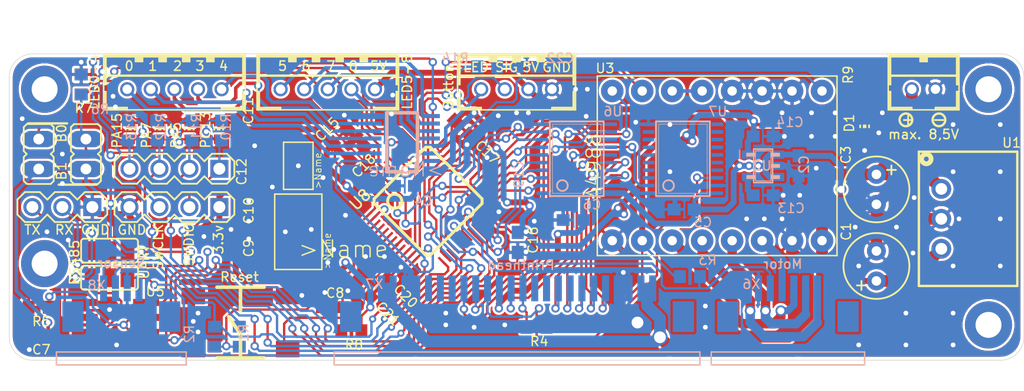
<source format=kicad_pcb>
(kicad_pcb (version 20171130) (host pcbnew "(5.1.6)-1")
  (layers (0 Top signal) (31 Bottom signal) (34 B.Paste user) (35 F.Paste user) (36 B.SilkS user) (37 F.SilkS user) (38 B.Mask user) (39 F.Mask user) (44 Edge.Cuts user))
  (net 0 "")
  (net 1 GND)
  (net 2 +5V)
  (net 3 +12V)
  (net 4 BUT_LED)
  (net 5 LED3)
  (net 6 LED4)
  (net 7 LED5)
  (net 8 LED6)
  (net 9 LED7)
  (net 10 LED8)
  (net 11 BUT_SIG)
  (net 12 LED1)
  (net 13 LED2)
  (net 14 +3V3)
  (net 15 M2B)
  (net 16 M2A)
  (net 17 M1A)
  (net 18 M1B)
  (net 19 MOT_EN)
  (net 20 N$2)
  (net 21 MOT_STP)
  (net 22 MOT_DIR)
  (net 23 LED_CLK)
  (net 24 LED_CS)
  (net 25 LED_MOSI)
  (net 26 LED_MISO)
  (net 27 PHOTO)
  (net 28 D3)
  (net 29 D4)
  (net 30 D1)
  (net 31 D2)
  (net 32 D5)
  (net 33 D6)
  (net 34 RS485_A)
  (net 35 RS485_B)
  (net 36 STROBE)
  (net 37 N$1)
  (net 38 DCLK)
  (net 39 D1_5V)
  (net 40 D2_5V)
  (net 41 D3_5V)
  (net 42 D4_5V)
  (net 43 D5_5V)
  (net 44 STROBE_5V)
  (net 45 LATCH_5V)
  (net 46 DCLK_5V)
  (net 47 D6_5V)
  (net 48 LATCH)
  (net 49 MOT_THERM)
  (net 50 HEAD_THERM)
  (net 51 TX)
  (net 52 RTS)
  (net 53 RX)
  (net 54 A/TX)
  (net 55 B/RX)
  (net 56 BOOT1)
  (net 57 BOOT0)
  (net 58 N$8)
  (net 59 N$9)
  (net 60 N$10)
  (net 61 N$11)
  (net 62 N$14)
  (net 63 N$16)
  (net 64 N$17)
  (net 65 N$18)
  (net 66 PC13)
  (net 67 PA15)
  (net 68 SWDIO)
  (net 69 SWCLK)
  (net 70 N$19)
  (net 71 PA5)
  (net 72 PA7)
  (net 73 I2C_SCL)
  (net 74 I2C_SDA)
  (net 75 N$15)
  (net 76 N$20)
  (net 77 FREE_LED)
  (net 78 N$3)
  (net 79 N$4)
  (net 80 N$5)
  (net 81 N$6)
  (module SIP3 (layer Top) (at 184.5011 106.0036 270)
    (fp_text reference U1 (at -5.99 -5.085) (layer F.SilkS) (effects (font (size 0.79629 0.79629) (thickness 0.119443)) (justify left bottom)))
    (fp_text value R-78C5.0-1.0)
    (pad 3 thru_hole circle (at 2.54 0 270) (size 1.6764 1.6764) (drill 1) (layers *.Cu *.Mask) (net 2 +5V))
    (pad 2 thru_hole circle (at 0 0 270) (size 1.6764 1.6764) (drill 1) (layers *.Cu *.Mask) (net 1 GND))
    (pad 1 thru_hole circle (at -2.54 0 270) (size 1.6764 1.6764) (drill 1) (layers *.Cu *.Mask) (net 3 +12V))
  )
  (module 68610414122 (layer Bottom) (at 115.0011 113.0036 180)
    (fp_text reference X8 (at 2.9384 0.8885) (layer B.SilkS) (effects (font (size 0.79629 0.79629) (thickness 0.119443)) (justify right bottom mirror)))
    (fp_text value 68610414122)
    (pad Z1 smd rect (at -4.1 -1.3 180) (size 1.8 2.6) (layers Bottom B.Paste B.Mask))
    (pad Z2 smd rect (at 4.1 -1.3 180) (size 1.8 2.6) (layers Bottom B.Paste B.Mask))
    (pad 1 smd rect (at -1.5 1.1 180) (size 0.6 2.2) (layers Bottom B.Paste B.Mask))
    (pad 4 smd rect (at 1.5 1.1 180) (size 0.6 2.2) (layers Bottom B.Paste B.Mask) (net 37 N$1))
    (pad 2 smd rect (at -0.5 1.1 180) (size 0.6 2.2) (layers Bottom B.Paste B.Mask) (net 1 GND))
    (pad 3 smd rect (at 0.5 1.1 180) (size 0.6 2.2) (layers Bottom B.Paste B.Mask) (net 27 PHOTO))
  )
  (module 68610614122 (layer Bottom) (at 171.5011 113.0036 180)
    (fp_text reference X6 (at 3.9384 0.9885) (layer B.SilkS) (effects (font (size 0.79629 0.79629) (thickness 0.119443)) (justify right bottom mirror)))
    (fp_text value 68610614122)
    (pad 1 smd rect (at -2.5 1.1 180) (size 0.6 2.2) (layers Bottom B.Paste B.Mask) (net 17 M1A))
    (pad 2 smd rect (at -1.5 1.1 180) (size 0.6 2.2) (layers Bottom B.Paste B.Mask) (net 16 M2A))
    (pad Z1 smd rect (at -5.1 -1.3 180) (size 1.8 2.6) (layers Bottom B.Paste B.Mask))
    (pad Z2 smd rect (at 5.1 -1.3 180) (size 1.8 2.6) (layers Bottom B.Paste B.Mask))
    (pad 3 smd rect (at -0.5 1.1 180) (size 0.6 2.2) (layers Bottom B.Paste B.Mask) (net 18 M1B))
    (pad 6 smd rect (at 2.5 1.1 180) (size 0.6 2.2) (layers Bottom B.Paste B.Mask) (net 1 GND))
    (pad 4 smd rect (at 0.5 1.1 180) (size 0.6 2.2) (layers Bottom B.Paste B.Mask) (net 15 M2B))
    (pad 5 smd rect (at 1.5 1.1 180) (size 0.6 2.2) (layers Bottom B.Paste B.Mask) (net 49 MOT_THERM))
  )
  (module 68612414422 (layer Bottom) (at 148.5011 113.0036 180)
    (fp_text reference X7 (at 12.8984 0.9885) (layer B.SilkS) (effects (font (size 0.79629 0.79629) (thickness 0.119443)) (justify right bottom mirror)))
    (fp_text value 68612414422)
    (pad 24 smd rect (at 11.46 1.1 180) (size 0.6 2.2) (layers Bottom B.Paste B.Mask) (net 3 +12V))
    (pad 23 smd rect (at 10.46 1.1 180) (size 0.6 2.2) (layers Bottom B.Paste B.Mask) (net 3 +12V))
    (pad 22 smd rect (at 9.46 1.1 180) (size 0.6 2.2) (layers Bottom B.Paste B.Mask) (net 1 GND))
    (pad 21 smd rect (at 8.46 1.1 180) (size 0.6 2.2) (layers Bottom B.Paste B.Mask) (net 1 GND))
    (pad 20 smd rect (at 7.46 1.1 180) (size 0.6 2.2) (layers Bottom B.Paste B.Mask))
    (pad 19 smd rect (at 6.46 1.1 180) (size 0.6 2.2) (layers Bottom B.Paste B.Mask))
    (pad 18 smd rect (at 5.46 1.1 180) (size 0.6 2.2) (layers Bottom B.Paste B.Mask))
    (pad 17 smd rect (at 4.46 1.1 180) (size 0.6 2.2) (layers Bottom B.Paste B.Mask) (net 47 D6_5V))
    (pad 16 smd rect (at 3.46 1.1 180) (size 0.6 2.2) (layers Bottom B.Paste B.Mask) (net 46 DCLK_5V))
    (pad 15 smd rect (at 2.46 1.1 180) (size 0.6 2.2) (layers Bottom B.Paste B.Mask) (net 45 LATCH_5V))
    (pad 14 smd rect (at 1.46 1.1 180) (size 0.6 2.2) (layers Bottom B.Paste B.Mask) (net 2 +5V))
    (pad 13 smd rect (at 0.46 1.1 180) (size 0.6 2.2) (layers Bottom B.Paste B.Mask) (net 44 STROBE_5V))
    (pad 12 smd rect (at -0.54 1.1 180) (size 0.6 2.2) (layers Bottom B.Paste B.Mask) (net 50 HEAD_THERM))
    (pad 11 smd rect (at -1.54 1.1 180) (size 0.6 2.2) (layers Bottom B.Paste B.Mask))
    (pad 10 smd rect (at -2.54 1.1 180) (size 0.6 2.2) (layers Bottom B.Paste B.Mask))
    (pad 9 smd rect (at -3.54 1.1 180) (size 0.6 2.2) (layers Bottom B.Paste B.Mask) (net 43 D5_5V))
    (pad 8 smd rect (at -4.54 1.1 180) (size 0.6 2.2) (layers Bottom B.Paste B.Mask) (net 42 D4_5V))
    (pad 7 smd rect (at -5.54 1.1 180) (size 0.6 2.2) (layers Bottom B.Paste B.Mask) (net 41 D3_5V))
    (pad 1 smd rect (at -11.54 1.1 180) (size 0.6 2.2) (layers Bottom B.Paste B.Mask) (net 3 +12V))
    (pad 2 smd rect (at -10.54 1.1 180) (size 0.6 2.2) (layers Bottom B.Paste B.Mask) (net 3 +12V))
    (pad Z1 smd rect (at -14.14 -1.3 180) (size 1.8 2.6) (layers Bottom B.Paste B.Mask))
    (pad Z2 smd rect (at 14.06 -1.3 180) (size 1.8 2.6) (layers Bottom B.Paste B.Mask))
    (pad 3 smd rect (at -9.54 1.1 180) (size 0.6 2.2) (layers Bottom B.Paste B.Mask) (net 1 GND))
    (pad 6 smd rect (at -6.54 1.1 180) (size 0.6 2.2) (layers Bottom B.Paste B.Mask) (net 40 D2_5V))
    (pad 4 smd rect (at -8.54 1.1 180) (size 0.6 2.2) (layers Bottom B.Paste B.Mask) (net 1 GND))
    (pad 5 smd rect (at -7.54 1.1 180) (size 0.6 2.2) (layers Bottom B.Paste B.Mask) (net 39 D1_5V))
  )
  (module A4988_STEP (layer Top) (at 165.5011 101.5036 270)
    (fp_text reference U3 (at -8.27 9.5) (layer F.SilkS) (effects (font (size 0.79629 0.79629) (thickness 0.119443))))
    (fp_text value A4988_STEP hide)
    (fp_text user A4988 (at 0 9.76 270) (layer F.SilkS) (effects (font (size 1.2065 1.2065) (thickness 0.1016)) (justify bottom)))
    (pad VMOT thru_hole circle (at 6.35 -8.89 270) (size 1.905 1.905) (drill 0.8) (layers *.Cu *.Mask) (net 3 +12V))
    (pad GND2 thru_hole circle (at 6.35 8.89 270) (size 1.905 1.905) (drill 0.8) (layers *.Cu *.Mask) (net 1 GND))
    (pad VDD thru_hole circle (at 6.35 6.35 270) (size 1.905 1.905) (drill 0.8) (layers *.Cu *.Mask) (net 14 +3V3))
    (pad 1B thru_hole circle (at 6.35 3.81 270) (size 1.905 1.905) (drill 0.8) (layers *.Cu *.Mask) (net 18 M1B))
    (pad 1A thru_hole circle (at 6.35 1.27 270) (size 1.905 1.905) (drill 0.8) (layers *.Cu *.Mask) (net 17 M1A))
    (pad 2A thru_hole circle (at 6.35 -1.27 270) (size 1.905 1.905) (drill 0.8) (layers *.Cu *.Mask) (net 16 M2A))
    (pad 2B thru_hole circle (at 6.35 -3.81 270) (size 1.905 1.905) (drill 0.8) (layers *.Cu *.Mask) (net 15 M2B))
    (pad GND thru_hole circle (at 6.35 -6.35 270) (size 1.905 1.905) (drill 0.8) (layers *.Cu *.Mask) (net 1 GND))
    (pad /EN thru_hole circle (at -6.35 -8.89 270) (size 1.905 1.905) (drill 0.8) (layers *.Cu *.Mask) (net 19 MOT_EN))
    (pad DIR thru_hole circle (at -6.35 8.89 270) (size 1.905 1.905) (drill 0.8) (layers *.Cu *.Mask) (net 22 MOT_DIR))
    (pad STEP thru_hole circle (at -6.35 6.35 270) (size 1.905 1.905) (drill 0.8) (layers *.Cu *.Mask) (net 21 MOT_STP))
    (pad /SLP thru_hole circle (at -6.35 3.81 270) (size 1.905 1.905) (drill 0.8) (layers *.Cu *.Mask) (net 20 N$2))
    (pad /RST thru_hole circle (at -6.35 1.27 270) (size 1.905 1.905) (drill 0.8) (layers *.Cu *.Mask) (net 20 N$2))
    (pad MS3 thru_hole circle (at -6.35 -1.27 270) (size 1.905 1.905) (drill 0.8) (layers *.Cu *.Mask) (net 1 GND))
    (pad MS2 thru_hole circle (at -6.35 -3.81 270) (size 1.905 1.905) (drill 0.8) (layers *.Cu *.Mask) (net 1 GND))
    (pad MS1 thru_hole circle (at -6.35 -6.35 270) (size 1.905 1.905) (drill 0.8) (layers *.Cu *.Mask) (net 1 GND))
  )
  (module QSOP-16 (layer Bottom) (at 138.8011 99.5036 90)
    (fp_text reference U4 hide)
    (fp_text value MAX6966 hide)
    (fp_text user >Name (at -3 -3) (layer B.SilkS) (effects (font (size 1.2065 1.2065) (thickness 0.1016)) (justify right bottom mirror)))
    (pad 9 smd rect (at 2.2225 2.475 90) (size 0.35 1.45) (layers Bottom B.Paste B.Mask) (net 8 LED6))
    (pad 10 smd rect (at 1.5875 2.475 90) (size 0.35 1.45) (layers Bottom B.Paste B.Mask) (net 9 LED7))
    (pad 11 smd rect (at 0.9525 2.475 90) (size 0.35 1.45) (layers Bottom B.Paste B.Mask) (net 10 LED8))
    (pad 12 smd rect (at 0.3175 2.475 90) (size 0.35 1.45) (layers Bottom B.Paste B.Mask) (net 77 FREE_LED))
    (pad 13 smd rect (at -0.3175 2.475 90) (size 0.35 1.45) (layers Bottom B.Paste B.Mask) (net 4 BUT_LED))
    (pad 14 smd rect (at -0.9525 2.475 90) (size 0.35 1.45) (layers Bottom B.Paste B.Mask) (net 26 LED_MISO))
    (pad 15 smd rect (at -1.5875 2.475 90) (size 0.35 1.45) (layers Bottom B.Paste B.Mask) (net 25 LED_MOSI))
    (pad 16 smd rect (at -2.2225 2.475 90) (size 0.35 1.45) (layers Bottom B.Paste B.Mask) (net 14 +3V3))
    (pad 8 smd rect (at 2.2225 -2.475 90) (size 0.35 1.45) (layers Bottom B.Paste B.Mask) (net 1 GND))
    (pad 7 smd rect (at 1.5875 -2.475 90) (size 0.35 1.45) (layers Bottom B.Paste B.Mask) (net 7 LED5))
    (pad 6 smd rect (at 0.9525 -2.475 90) (size 0.35 1.45) (layers Bottom B.Paste B.Mask) (net 6 LED4))
    (pad 5 smd rect (at 0.3175 -2.475 90) (size 0.35 1.45) (layers Bottom B.Paste B.Mask) (net 5 LED3))
    (pad 4 smd rect (at -0.3175 -2.475 90) (size 0.35 1.45) (layers Bottom B.Paste B.Mask) (net 13 LED2))
    (pad 3 smd rect (at -0.9525 -2.475 90) (size 0.35 1.45) (layers Bottom B.Paste B.Mask) (net 12 LED1))
    (pad 2 smd rect (at -1.5875 -2.475 90) (size 0.35 1.45) (layers Bottom B.Paste B.Mask) (net 24 LED_CS))
    (pad 1 smd rect (at -2.2225 -2.475 90) (size 0.35 1.45) (layers Bottom B.Paste B.Mask) (net 23 LED_CLK))
  )
  (module WR-WTB2.0-2-THT-VER (layer Top) (at 183.0011 95.0036)
    (fp_text reference X1 hide)
    (fp_text value WR-WTB2.0-2_THT-VER hide)
    (pad 2 thru_hole circle (at -1 0 180) (size 1.2 1.2) (drill 0.8) (layers *.Cu *.Mask) (net 3 +12V))
    (pad 1 thru_hole circle (at 1 0 180) (size 1.2 1.2) (drill 0.8) (layers *.Cu *.Mask) (net 1 GND))
  )
  (module WR-WTB2.0-4-THT-VER (layer Top) (at 148.5011 95.0036)
    (fp_text reference X2 hide)
    (fp_text value WR-WTB2.0-4_THT_VER hide)
    (pad 4 thru_hole circle (at -3 0 180) (size 1.2 1.2) (drill 0.8) (layers *.Cu *.Mask) (net 4 BUT_LED))
    (pad 3 thru_hole circle (at -1 0 180) (size 1.2 1.2) (drill 0.8) (layers *.Cu *.Mask) (net 11 BUT_SIG))
    (pad 2 thru_hole circle (at 1 0 180) (size 1.2 1.2) (drill 0.8) (layers *.Cu *.Mask) (net 2 +5V))
    (pad 1 thru_hole circle (at 3 0 180) (size 1.2 1.2) (drill 0.8) (layers *.Cu *.Mask) (net 1 GND))
  )
  (module WR-WTB2.0-5-THT-VER (layer Top) (at 132.5011 95.0036)
    (fp_text reference X4 hide)
    (fp_text value WR-WTB2.0-5_THT-VER hide)
    (pad 5 thru_hole circle (at -4 0 180) (size 1.2 1.2) (drill 0.8) (layers *.Cu *.Mask) (net 8 LED6))
    (pad 4 thru_hole circle (at -2 0 180) (size 1.2 1.2) (drill 0.8) (layers *.Cu *.Mask) (net 9 LED7))
    (pad 3 thru_hole circle (at 0 0 180) (size 1.2 1.2) (drill 0.8) (layers *.Cu *.Mask) (net 10 LED8))
    (pad 2 thru_hole circle (at 2 0 180) (size 1.2 1.2) (drill 0.8) (layers *.Cu *.Mask) (net 77 FREE_LED))
    (pad 1 thru_hole circle (at 4 0 180) (size 1.2 1.2) (drill 0.8) (layers *.Cu *.Mask) (net 2 +5V))
  )
  (module E2,5-6 (layer Top) (at 179.0011 110.0036 90)
    (fp_text reference C1 (at 2.067 -2.1 90) (layer F.SilkS) (effects (font (size 0.79629 0.79629) (thickness 0.119443)) (justify left bottom)))
    (fp_text value 100u)
    (pad + thru_hole circle (at -1.27 0 90) (size 1.6002 1.6002) (drill 0.8128) (layers *.Cu *.Mask) (net 2 +5V))
    (pad - thru_hole circle (at 1.27 0 90) (size 1.6002 1.6002) (drill 0.8128) (layers *.Cu *.Mask) (net 1 GND))
  )
  (module E2,5-6 (layer Top) (at 179.0011 103.5036 270)
    (fp_text reference C3 (at -2.067 2.124 90) (layer F.SilkS) (effects (font (size 0.79629 0.79629) (thickness 0.119443)) (justify left bottom)))
    (fp_text value 100u)
    (pad + thru_hole circle (at -1.27 0 270) (size 1.6002 1.6002) (drill 0.8128) (layers *.Cu *.Mask) (net 3 +12V))
    (pad - thru_hole circle (at 1.27 0 270) (size 1.6002 1.6002) (drill 0.8128) (layers *.Cu *.Mask) (net 1 GND))
  )
  (module C0603 (layer Bottom) (at 139.0011 103.2036 180)
    (fp_text reference C4 (at -0.735 -1.765) (layer B.SilkS) (effects (font (size 0.79629 0.79629) (thickness 0.119443)) (justify right bottom mirror)))
    (fp_text value 100n)
    (pad 2 smd rect (at 0.85 0 180) (size 1.1 1) (layers Bottom B.Paste B.Mask) (net 1 GND))
    (pad 1 smd rect (at -0.85 0 180) (size 1.1 1) (layers Bottom B.Paste B.Mask) (net 14 +3V3))
  )
  (module MA03-1_ROUND (layer Top) (at 110.0011 105.0036 180)
    (fp_text reference X5 hide)
    (fp_text value "")
    (pad 3 thru_hole circle (at 2.54 0 180) (size 1.524 1.524) (drill 1.016) (layers *.Cu *.Mask) (net 54 A/TX))
    (pad 2 thru_hole circle (at 0 0 180) (size 1.524 1.524) (drill 1.016) (layers *.Cu *.Mask) (net 55 B/RX))
    (pad 1 thru_hole rect (at -2.54 0 180) (size 1.524 1.524) (drill 1.016) (layers *.Cu *.Mask) (net 1 GND))
  )
  (module R0603 (layer Bottom) (at 125.0011 116.0036 270)
    (fp_text reference R1 (at 0.535 -0.835 90) (layer B.SilkS) (effects (font (size 0.79629 0.79629) (thickness 0.119443)) (justify right bottom mirror)))
    (fp_text value 300)
    (pad 2 smd rect (at 0.85 0 270) (size 1 1.1) (layers Bottom B.Paste B.Mask) (net 14 +3V3))
    (pad 1 smd rect (at -0.85 0 270) (size 1 1.1) (layers Bottom B.Paste B.Mask) (net 37 N$1))
  )
  (module R0603 (layer Bottom) (at 122.9011 116.0036 270)
    (fp_text reference R2 (at 0.635 1.665 90) (layer B.SilkS) (effects (font (size 0.79629 0.79629) (thickness 0.119443)) (justify right bottom mirror)))
    (fp_text value 47k)
    (pad 2 smd rect (at 0.85 0 270) (size 1 1.1) (layers Bottom B.Paste B.Mask) (net 14 +3V3))
    (pad 1 smd rect (at -0.85 0 270) (size 1 1.1) (layers Bottom B.Paste B.Mask) (net 27 PHOTO))
  )
  (module TSSOP20 (layer Bottom) (at 153.6011 100.9036 90)
    (fp_text reference U6 (at 3.5456 2.1828 180) (layer B.SilkS) (effects (font (size 0.79629 0.79629) (thickness 0.119443)) (justify right bottom mirror)))
    (fp_text value 74HCT541PW)
    (pad 20 smd rect (at -2.925 2.9178 90) (size 0.3048 0.9906) (layers Bottom B.Paste B.Mask) (net 2 +5V))
    (pad 19 smd rect (at -2.275 2.9178 90) (size 0.3048 0.9906) (layers Bottom B.Paste B.Mask) (net 1 GND))
    (pad 18 smd rect (at -1.625 2.9178 90) (size 0.3048 0.9906) (layers Bottom B.Paste B.Mask) (net 39 D1_5V))
    (pad 17 smd rect (at -0.975 2.9178 90) (size 0.3048 0.9906) (layers Bottom B.Paste B.Mask) (net 40 D2_5V))
    (pad 16 smd rect (at -0.325 2.9178 90) (size 0.3048 0.9906) (layers Bottom B.Paste B.Mask) (net 41 D3_5V))
    (pad 15 smd rect (at 0.325 2.9178 90) (size 0.3048 0.9906) (layers Bottom B.Paste B.Mask) (net 42 D4_5V))
    (pad 14 smd rect (at 0.975 2.9178 90) (size 0.3048 0.9906) (layers Bottom B.Paste B.Mask) (net 43 D5_5V))
    (pad 13 smd rect (at 1.625 2.9178 90) (size 0.3048 0.9906) (layers Bottom B.Paste B.Mask) (net 47 D6_5V))
    (pad 12 smd rect (at 2.275 2.9178 90) (size 0.3048 0.9906) (layers Bottom B.Paste B.Mask) (net 46 DCLK_5V))
    (pad 11 smd rect (at 2.925 2.9178 90) (size 0.3048 0.9906) (layers Bottom B.Paste B.Mask) (net 44 STROBE_5V))
    (pad 10 smd rect (at 2.925 -2.9178 90) (size 0.3048 0.9906) (layers Bottom B.Paste B.Mask) (net 1 GND))
    (pad 9 smd rect (at 2.275 -2.9178 90) (size 0.3048 0.9906) (layers Bottom B.Paste B.Mask) (net 36 STROBE))
    (pad 8 smd rect (at 1.625 -2.9178 90) (size 0.3048 0.9906) (layers Bottom B.Paste B.Mask) (net 38 DCLK))
    (pad 7 smd rect (at 0.975 -2.9178 90) (size 0.3048 0.9906) (layers Bottom B.Paste B.Mask) (net 33 D6))
    (pad 6 smd rect (at 0.325 -2.9178 90) (size 0.3048 0.9906) (layers Bottom B.Paste B.Mask) (net 32 D5))
    (pad 5 smd rect (at -0.325 -2.9178 90) (size 0.3048 0.9906) (layers Bottom B.Paste B.Mask) (net 29 D4))
    (pad 4 smd rect (at -0.975 -2.9178 90) (size 0.3048 0.9906) (layers Bottom B.Paste B.Mask) (net 28 D3))
    (pad 3 smd rect (at -1.625 -2.9178 90) (size 0.3048 0.9906) (layers Bottom B.Paste B.Mask) (net 31 D2))
    (pad 2 smd rect (at -2.275 -2.9178 90) (size 0.3048 0.9906) (layers Bottom B.Paste B.Mask) (net 30 D1))
    (pad 1 smd rect (at -2.925 -2.9178 90) (size 0.3048 0.9906) (layers Bottom B.Paste B.Mask) (net 1 GND))
  )
  (module TQFP48 (layer Top) (at 141.0011 104.5036 315)
    (fp_text reference U8 (at -3.603449 5.014875 45) (layer F.SilkS) (effects (font (size 0.95 0.95) (thickness 0.1425)) (justify left bottom)))
    (fp_text value STM32F10XCXT6)
    (pad 48 smd rect (at -4.5 2.75 315) (size 1 0.2) (layers Top F.Paste F.Mask) (net 14 +3V3))
    (pad 47 smd rect (at -4.5 2.25 315) (size 1 0.2) (layers Top F.Paste F.Mask) (net 1 GND))
    (pad 46 smd rect (at -4.5 1.75 315) (size 1 0.2) (layers Top F.Paste F.Mask) (net 31 D2))
    (pad 45 smd rect (at -4.5 1.25 315) (size 1 0.2) (layers Top F.Paste F.Mask) (net 30 D1))
    (pad 44 smd rect (at -4.5 0.75 315) (size 1 0.2) (layers Top F.Paste F.Mask) (net 57 BOOT0))
    (pad 43 smd rect (at -4.5 0.25 315) (size 1 0.2) (layers Top F.Paste F.Mask) (net 74 I2C_SDA))
    (pad 42 smd rect (at -4.5 -0.25 315) (size 1 0.2) (layers Top F.Paste F.Mask) (net 73 I2C_SCL))
    (pad 41 smd rect (at -4.5 -0.75 315) (size 1 0.2) (layers Top F.Paste F.Mask) (net 25 LED_MOSI))
    (pad 40 smd rect (at -4.5 -1.25 315) (size 1 0.2) (layers Top F.Paste F.Mask) (net 26 LED_MISO))
    (pad 39 smd rect (at -4.5 -1.75 315) (size 1 0.2) (layers Top F.Paste F.Mask) (net 23 LED_CLK))
    (pad 38 smd rect (at -4.5 -2.25 315) (size 1 0.2) (layers Top F.Paste F.Mask) (net 67 PA15))
    (pad 37 smd rect (at -4.5 -2.75 315) (size 1 0.2) (layers Top F.Paste F.Mask) (net 69 SWCLK))
    (pad 36 smd rect (at -2.75 -4.5 315) (size 0.2 1) (layers Top F.Paste F.Mask) (net 14 +3V3))
    (pad 35 smd rect (at -2.25 -4.5 315) (size 0.2 1) (layers Top F.Paste F.Mask) (net 1 GND))
    (pad 34 smd rect (at -1.75 -4.5 315) (size 0.2 1) (layers Top F.Paste F.Mask) (net 68 SWDIO))
    (pad 33 smd rect (at -1.25 -4.5 315) (size 0.2 1) (layers Top F.Paste F.Mask) (net 52 RTS))
    (pad 32 smd rect (at -0.75 -4.5 315) (size 0.2 1) (layers Top F.Paste F.Mask) (net 48 LATCH))
    (pad 31 smd rect (at -0.25 -4.5 315) (size 0.2 1) (layers Top F.Paste F.Mask) (net 53 RX))
    (pad 30 smd rect (at 0.25 -4.5 315) (size 0.2 1) (layers Top F.Paste F.Mask) (net 51 TX))
    (pad 29 smd rect (at 0.75 -4.5 315) (size 0.2 1) (layers Top F.Paste F.Mask) (net 38 DCLK))
    (pad 28 smd rect (at 1.25 -4.5 315) (size 0.2 1) (layers Top F.Paste F.Mask) (net 48 LATCH))
    (pad 27 smd rect (at 1.75 -4.5 315) (size 0.2 1) (layers Top F.Paste F.Mask) (net 22 MOT_DIR))
    (pad 26 smd rect (at 2.25 -4.5 315) (size 0.2 1) (layers Top F.Paste F.Mask) (net 33 D6))
    (pad 25 smd rect (at 2.75 -4.5 315) (size 0.2 1) (layers Top F.Paste F.Mask) (net 32 D5))
    (pad 24 smd rect (at 4.5 -2.75 315) (size 1 0.2) (layers Top F.Paste F.Mask) (net 14 +3V3))
    (pad 23 smd rect (at 4.5 -2.25 315) (size 1 0.2) (layers Top F.Paste F.Mask) (net 1 GND))
    (pad 22 smd rect (at 4.5 -1.75 315) (size 1 0.2) (layers Top F.Paste F.Mask) (net 29 D4))
    (pad 21 smd rect (at 4.5 -1.25 315) (size 1 0.2) (layers Top F.Paste F.Mask) (net 28 D3))
    (pad 20 smd rect (at 4.5 -0.75 315) (size 1 0.2) (layers Top F.Paste F.Mask) (net 56 BOOT1))
    (pad 19 smd rect (at 4.5 -0.25 315) (size 1 0.2) (layers Top F.Paste F.Mask) (net 49 MOT_THERM))
    (pad 18 smd rect (at 4.5 0.25 315) (size 1 0.2) (layers Top F.Paste F.Mask) (net 50 HEAD_THERM))
    (pad 17 smd rect (at 4.5 0.75 315) (size 1 0.2) (layers Top F.Paste F.Mask) (net 72 PA7))
    (pad 16 smd rect (at 4.5 1.25 315) (size 1 0.2) (layers Top F.Paste F.Mask) (net 36 STROBE))
    (pad 15 smd rect (at 4.5 1.75 315) (size 1 0.2) (layers Top F.Paste F.Mask) (net 71 PA5))
    (pad 14 smd rect (at 4.5 2.25 315) (size 1 0.2) (layers Top F.Paste F.Mask) (net 19 MOT_EN))
    (pad 13 smd rect (at 4.5 2.75 315) (size 1 0.2) (layers Top F.Paste F.Mask) (net 27 PHOTO))
    (pad 12 smd rect (at 2.75 4.5 315) (size 0.2 1) (layers Top F.Paste F.Mask) (net 24 LED_CS))
    (pad 11 smd rect (at 2.25 4.5 315) (size 0.2 1) (layers Top F.Paste F.Mask) (net 11 BUT_SIG))
    (pad 10 smd rect (at 1.75 4.5 315) (size 0.2 1) (layers Top F.Paste F.Mask) (net 21 MOT_STP))
    (pad 9 smd rect (at 1.25 4.5 315) (size 0.2 1) (layers Top F.Paste F.Mask) (net 14 +3V3))
    (pad 8 smd rect (at 0.75 4.5 315) (size 0.2 1) (layers Top F.Paste F.Mask) (net 1 GND))
    (pad 7 smd rect (at 0.25 4.5 315) (size 0.2 1) (layers Top F.Paste F.Mask) (net 58 N$8))
    (pad 6 smd rect (at -0.25 4.5 315) (size 0.2 1) (layers Top F.Paste F.Mask) (net 62 N$14))
    (pad 5 smd rect (at -0.75 4.5 315) (size 0.2 1) (layers Top F.Paste F.Mask) (net 61 N$11))
    (pad 4 smd rect (at -1.25 4.5 315) (size 0.2 1) (layers Top F.Paste F.Mask) (net 59 N$9))
    (pad 3 smd rect (at -1.75 4.5 315) (size 0.2 1) (layers Top F.Paste F.Mask) (net 60 N$10))
    (pad 2 smd rect (at -2.25 4.5 315) (size 0.2 1) (layers Top F.Paste F.Mask) (net 66 PC13))
    (pad 1 smd rect (at -2.75 4.5 315) (size 0.2 1) (layers Top F.Paste F.Mask) (net 14 +3V3))
  )
  (module TSSOP20 (layer Bottom) (at 162.6011 100.9036 90)
    (fp_text reference U7 (at 3.5456 2.0828 180) (layer B.SilkS) (effects (font (size 0.79629 0.79629) (thickness 0.119443)) (justify right bottom mirror)))
    (fp_text value 74HCT541PW)
    (pad 20 smd rect (at -2.925 2.9178 90) (size 0.3048 0.9906) (layers Bottom B.Paste B.Mask) (net 2 +5V))
    (pad 19 smd rect (at -2.275 2.9178 90) (size 0.3048 0.9906) (layers Bottom B.Paste B.Mask) (net 1 GND))
    (pad 18 smd rect (at -1.625 2.9178 90) (size 0.3048 0.9906) (layers Bottom B.Paste B.Mask) (net 45 LATCH_5V))
    (pad 17 smd rect (at -0.975 2.9178 90) (size 0.3048 0.9906) (layers Bottom B.Paste B.Mask))
    (pad 16 smd rect (at -0.325 2.9178 90) (size 0.3048 0.9906) (layers Bottom B.Paste B.Mask))
    (pad 15 smd rect (at 0.325 2.9178 90) (size 0.3048 0.9906) (layers Bottom B.Paste B.Mask))
    (pad 14 smd rect (at 0.975 2.9178 90) (size 0.3048 0.9906) (layers Bottom B.Paste B.Mask))
    (pad 13 smd rect (at 1.625 2.9178 90) (size 0.3048 0.9906) (layers Bottom B.Paste B.Mask))
    (pad 12 smd rect (at 2.275 2.9178 90) (size 0.3048 0.9906) (layers Bottom B.Paste B.Mask))
    (pad 11 smd rect (at 2.925 2.9178 90) (size 0.3048 0.9906) (layers Bottom B.Paste B.Mask))
    (pad 10 smd rect (at 2.925 -2.9178 90) (size 0.3048 0.9906) (layers Bottom B.Paste B.Mask) (net 1 GND))
    (pad 9 smd rect (at 2.275 -2.9178 90) (size 0.3048 0.9906) (layers Bottom B.Paste B.Mask))
    (pad 8 smd rect (at 1.625 -2.9178 90) (size 0.3048 0.9906) (layers Bottom B.Paste B.Mask))
    (pad 7 smd rect (at 0.975 -2.9178 90) (size 0.3048 0.9906) (layers Bottom B.Paste B.Mask))
    (pad 6 smd rect (at 0.325 -2.9178 90) (size 0.3048 0.9906) (layers Bottom B.Paste B.Mask))
    (pad 5 smd rect (at -0.325 -2.9178 90) (size 0.3048 0.9906) (layers Bottom B.Paste B.Mask))
    (pad 4 smd rect (at -0.975 -2.9178 90) (size 0.3048 0.9906) (layers Bottom B.Paste B.Mask))
    (pad 3 smd rect (at -1.625 -2.9178 90) (size 0.3048 0.9906) (layers Bottom B.Paste B.Mask))
    (pad 2 smd rect (at -2.275 -2.9178 90) (size 0.3048 0.9906) (layers Bottom B.Paste B.Mask) (net 48 LATCH))
    (pad 1 smd rect (at -2.925 -2.9178 90) (size 0.3048 0.9906) (layers Bottom B.Paste B.Mask) (net 1 GND))
  )
  (module C0603 (layer Bottom) (at 162.7011 105.2036)
    (fp_text reference C5 (at 0.735 1.565) (layer B.SilkS) (effects (font (size 0.79629 0.79629) (thickness 0.119443)) (justify right bottom mirror)))
    (fp_text value 100n)
    (pad 2 smd rect (at 0.85 0) (size 1.1 1) (layers Bottom B.Paste B.Mask) (net 2 +5V))
    (pad 1 smd rect (at -0.85 0) (size 1.1 1) (layers Bottom B.Paste B.Mask) (net 1 GND))
  )
  (module C0603 (layer Bottom) (at 153.3011 106.1036)
    (fp_text reference C6 (at 0.735 -0.835) (layer B.SilkS) (effects (font (size 0.79629 0.79629) (thickness 0.119443)) (justify right bottom mirror)))
    (fp_text value 100n)
    (pad 2 smd rect (at 0.85 0) (size 1.1 1) (layers Bottom B.Paste B.Mask) (net 2 +5V))
    (pad 1 smd rect (at -0.85 0) (size 1.1 1) (layers Bottom B.Paste B.Mask) (net 1 GND))
  )
  (module SO-08 (layer Top) (at 114.5011 115.0036 90)
    (fp_text reference U5 (at 2.367 2.495) (layer F.SilkS) (effects (font (size 0.79629 0.79629) (thickness 0.119443)) (justify left bottom)))
    (fp_text value ST3485)
    (pad 8 smd rect (at -1.905 -2.6 90) (size 0.6 2.2) (layers Top F.Paste F.Mask) (net 14 +3V3))
    (pad 7 smd rect (at -0.635 -2.6 90) (size 0.6 2.2) (layers Top F.Paste F.Mask) (net 35 RS485_B))
    (pad 6 smd rect (at 0.635 -2.6 90) (size 0.6 2.2) (layers Top F.Paste F.Mask) (net 34 RS485_A))
    (pad 5 smd rect (at 1.905 -2.6 90) (size 0.6 2.2) (layers Top F.Paste F.Mask) (net 1 GND))
    (pad 4 smd rect (at 1.905 2.6 90) (size 0.6 2.2) (layers Top F.Paste F.Mask) (net 51 TX))
    (pad 3 smd rect (at 0.635 2.6 90) (size 0.6 2.2) (layers Top F.Paste F.Mask) (net 52 RTS))
    (pad 2 smd rect (at -0.635 2.6 90) (size 0.6 2.2) (layers Top F.Paste F.Mask) (net 52 RTS))
    (pad 1 smd rect (at -1.905 2.6 90) (size 0.6 2.2) (layers Top F.Paste F.Mask) (net 53 RX))
  )
  (module R0603 (layer Bottom) (at 163.2011 110.9036 180)
    (fp_text reference R3 (at -0.635 0.935) (layer B.SilkS) (effects (font (size 0.79629 0.79629) (thickness 0.119443)) (justify right bottom mirror)))
    (fp_text value 10k)
    (pad 2 smd rect (at 0.85 0 180) (size 1 1.1) (layers Bottom B.Paste B.Mask) (net 14 +3V3))
    (pad 1 smd rect (at -0.85 0 180) (size 1 1.1) (layers Bottom B.Paste B.Mask) (net 49 MOT_THERM))
  )
  (module R0603 (layer Top) (at 150.2011 115.2036)
    (fp_text reference R4 (at -0.635 1.665) (layer F.SilkS) (effects (font (size 0.79629 0.79629) (thickness 0.119443)) (justify left bottom)))
    (fp_text value 10k)
    (pad 2 smd rect (at 0.85 0) (size 1 1.1) (layers Top F.Paste F.Mask) (net 14 +3V3))
    (pad 1 smd rect (at -0.85 0) (size 1 1.1) (layers Top F.Paste F.Mask) (net 50 HEAD_THERM))
  )
  (module C0603 (layer Top) (at 108.0011 116.0036)
    (fp_text reference C7 (at -0.635 1.565) (layer F.SilkS) (effects (font (size 0.79629 0.79629) (thickness 0.119443)) (justify left bottom)))
    (fp_text value 100n)
    (pad 2 smd rect (at 0.85 0) (size 1.1 1) (layers Top F.Paste F.Mask) (net 14 +3V3))
    (pad 1 smd rect (at -0.85 0) (size 1.1 1) (layers Top F.Paste F.Mask) (net 1 GND))
  )
  (module R0603 (layer Top) (at 108.0011 113.5036)
    (fp_text reference R5 (at -0.635 1.665) (layer F.SilkS) (effects (font (size 0.79629 0.79629) (thickness 0.119443)) (justify left bottom)))
    (fp_text value 10k)
    (pad 2 smd rect (at 0.85 0) (size 1 1.1) (layers Top F.Paste F.Mask) (net 52 RTS))
    (pad 1 smd rect (at -0.85 0) (size 1 1.1) (layers Top F.Paste F.Mask) (net 1 GND))
  )
  (module SJ_2 (layer Top) (at 114.0011 108.7036 180)
    (fp_text reference SJ1 hide)
    (fp_text value "")
    (pad 3 smd rect (at 1.524 0 180) (size 1.1684 1.6002) (layers Top F.Paste F.Mask) (net 34 RS485_A))
    (pad 2 smd rect (at 0 0 180) (size 1.1684 1.6002) (layers Top F.Paste F.Mask) (net 54 A/TX))
    (pad 1 smd rect (at -1.524 0 180) (size 1.1684 1.6002) (layers Top F.Paste F.Mask) (net 51 TX))
  )
  (module SJ_2 (layer Top) (at 114.0011 111.0036)
    (fp_text reference SJ2 hide)
    (fp_text value "")
    (pad 3 smd rect (at 1.524 0) (size 1.1684 1.6002) (layers Top F.Paste F.Mask) (net 53 RX))
    (pad 2 smd rect (at 0 0) (size 1.1684 1.6002) (layers Top F.Paste F.Mask) (net 55 B/RX))
    (pad 1 smd rect (at -1.524 0) (size 1.1684 1.6002) (layers Top F.Paste F.Mask) (net 35 RS485_B))
  )
  (module R0603 (layer Bottom) (at 111.6011 94.6036 270)
    (fp_text reference R6 (at 2.565 -0.735 180) (layer B.SilkS) (effects (font (size 0.79629 0.79629) (thickness 0.119443)) (justify right bottom mirror)))
    (fp_text value 10k)
    (pad 2 smd rect (at 0.85 0 270) (size 1 1.1) (layers Bottom B.Paste B.Mask) (net 56 BOOT1))
    (pad 1 smd rect (at -0.85 0 270) (size 1 1.1) (layers Bottom B.Paste B.Mask) (net 1 GND))
  )
  (module R0603 (layer Top) (at 111.6011 94.6036 270)
    (fp_text reference R7 (at 2.465 0.635) (layer F.SilkS) (effects (font (size 0.79629 0.79629) (thickness 0.119443)) (justify left bottom)))
    (fp_text value 10k)
    (pad 2 smd rect (at 0.85 0 270) (size 1 1.1) (layers Top F.Paste F.Mask) (net 57 BOOT0))
    (pad 1 smd rect (at -0.85 0 270) (size 1 1.1) (layers Top F.Paste F.Mask) (net 1 GND))
  )
  (module R0603 (layer Top) (at 134.5011 115.5036)
    (fp_text reference R8 (at -0.635 1.665) (layer F.SilkS) (effects (font (size 0.79629 0.79629) (thickness 0.119443)) (justify left bottom)))
    (fp_text value 10k)
    (pad 2 smd rect (at 0.85 0) (size 1 1.1) (layers Top F.Paste F.Mask) (net 14 +3V3))
    (pad 1 smd rect (at -0.85 0) (size 1 1.1) (layers Top F.Paste F.Mask) (net 58 N$8))
  )
  (module C0603 (layer Top) (at 132.9011 113.5036)
    (fp_text reference C8 (at -0.635 -0.735) (layer F.SilkS) (effects (font (size 0.79629 0.79629) (thickness 0.119443)) (justify left bottom)))
    (fp_text value 100n)
    (pad 2 smd rect (at 0.85 0) (size 1.1 1) (layers Top F.Paste F.Mask) (net 58 N$8))
    (pad 1 smd rect (at -0.85 0) (size 1.1 1) (layers Top F.Paste F.Mask) (net 1 GND))
  )
  (module 6X6_MOMENTARY_SWITCH (layer Top) (at 125.1011 114.8036 180)
    (fp_text reference S1 hide)
    (fp_text value 6X6_MOMENTARY_SWITCH hide)
    (fp_text user >Name (at -4.8 5.4 180) (layer F.SilkS) (effects (font (size 1.425 1.425) (thickness 0.12)) (justify left bottom)))
    (pad 4 smd rect (at 4 2.25 180) (size 2 1.4) (layers Top F.Paste F.Mask) (net 1 GND))
    (pad 3 smd rect (at -4 2.25 180) (size 2 1.4) (layers Top F.Paste F.Mask) (net 1 GND))
    (pad 2 smd rect (at 4 -2.25 180) (size 2 1.4) (layers Top F.Paste F.Mask) (net 58 N$8))
    (pad 1 smd rect (at -4 -2.25 180) (size 2 1.4) (layers Top F.Paste F.Mask) (net 58 N$8))
  )
  (module SMD_5X3.2 (layer Top) (at 130.0011 107.1036 90)
    (fp_text reference Q1 hide)
    (fp_text value 8M hide)
    (fp_text user >Name (at -3.2 2.8 90) (layer F.SilkS) (effects (font (size 0.57 0.57) (thickness 0.072)) (justify left bottom)))
    (pad 2 smd rect (at 1.85 1.1 90) (size 2 1.2) (layers Top F.Paste F.Mask) (net 1 GND))
    (pad 1 smd rect (at -1.85 1.1 90) (size 2 1.2) (layers Top F.Paste F.Mask) (net 62 N$14))
    (pad 3 smd rect (at 1.85 -1.1 90) (size 2 1.2) (layers Top F.Paste F.Mask) (net 61 N$11))
    (pad 4 smd rect (at -1.85 -1.1 90) (size 2 1.2) (layers Top F.Paste F.Mask) (net 1 GND))
  )
  (module SMD_3.2X1.5 (layer Top) (at 130.0011 101.5036 90)
    (fp_text reference Q2 hide)
    (fp_text value 32768 hide)
    (fp_text user >Name (at -2 2 90) (layer F.SilkS) (effects (font (size 0.57 0.57) (thickness 0.072)) (justify left bottom)))
    (pad 2 smd rect (at 1.25 0 90) (size 1 1.8) (layers Top F.Paste F.Mask) (net 60 N$10))
    (pad 1 smd rect (at -1.25 0 90) (size 1 1.8) (layers Top F.Paste F.Mask) (net 59 N$9))
  )
  (module C0603 (layer Top) (at 127.0011 108.6036 90)
    (fp_text reference C9 (at -0.735 -0.735 90) (layer F.SilkS) (effects (font (size 0.79629 0.79629) (thickness 0.119443)) (justify left bottom)))
    (fp_text value 30p)
    (pad 2 smd rect (at 0.85 0 90) (size 1.1 1) (layers Top F.Paste F.Mask) (net 1 GND))
    (pad 1 smd rect (at -0.85 0 90) (size 1.1 1) (layers Top F.Paste F.Mask) (net 62 N$14))
  )
  (module C0603 (layer Top) (at 127.0011 105.4036 270)
    (fp_text reference C10 (at 1.135 0.735 90) (layer F.SilkS) (effects (font (size 0.79629 0.79629) (thickness 0.119443)) (justify left bottom)))
    (fp_text value 30p)
    (pad 2 smd rect (at 0.85 0 270) (size 1.1 1) (layers Top F.Paste F.Mask) (net 1 GND))
    (pad 1 smd rect (at -0.85 0 270) (size 1.1 1) (layers Top F.Paste F.Mask) (net 61 N$11))
  )
  (module C0603 (layer Top) (at 127.9011 100.8036 270)
    (fp_text reference C11 (at -2.735 1.665 90) (layer F.SilkS) (effects (font (size 0.79629 0.79629) (thickness 0.119443)) (justify left bottom)))
    (fp_text value 15p)
    (pad 2 smd rect (at 0.85 0 270) (size 1.1 1) (layers Top F.Paste F.Mask) (net 1 GND))
    (pad 1 smd rect (at -0.85 0 270) (size 1.1 1) (layers Top F.Paste F.Mask) (net 60 N$10))
  )
  (module C0603 (layer Top) (at 126.3011 102.1036 90)
    (fp_text reference C12 (at -1.135 -0.635 90) (layer F.SilkS) (effects (font (size 0.79629 0.79629) (thickness 0.119443)) (justify left bottom)))
    (fp_text value 15p)
    (pad 2 smd rect (at 0.85 0 90) (size 1.1 1) (layers Top F.Paste F.Mask) (net 1 GND))
    (pad 1 smd rect (at -0.85 0 90) (size 1.1 1) (layers Top F.Paste F.Mask) (net 59 N$9))
  )
  (module CHIP-LED0603 (layer Top) (at 178.0011 98.0036 180)
    (fp_text reference D1 (at 0.835 -0.735 90) (layer F.SilkS) (effects (font (size 0.79629 0.79629) (thickness 0.119443)) (justify left bottom)))
    (fp_text value "")
    (pad A smd rect (at 0 0.75 180) (size 0.8 0.8) (layers Top F.Paste F.Mask) (net 63 N$16))
    (pad C smd rect (at 0 -0.75 180) (size 0.8 0.8) (layers Top F.Paste F.Mask) (net 1 GND))
  )
  (module CHIP-LED0603 (layer Top) (at 123.2511 98.5036)
    (fp_text reference D2 hide)
    (fp_text value "")
    (pad A smd rect (at 0 0.75) (size 0.8 0.8) (layers Top F.Paste F.Mask) (net 64 N$17))
    (pad C smd rect (at 0 -0.75) (size 0.8 0.8) (layers Top F.Paste F.Mask) (net 1 GND))
  )
  (module CHIP-LED0603 (layer Top) (at 120.7511 98.5036)
    (fp_text reference D3 hide)
    (fp_text value "")
    (pad A smd rect (at 0 0.75) (size 0.8 0.8) (layers Top F.Paste F.Mask) (net 65 N$18))
    (pad C smd rect (at 0 -0.75) (size 0.8 0.8) (layers Top F.Paste F.Mask) (net 1 GND))
  )
  (module R0603 (layer Top) (at 178.0011 94.0036 90)
    (fp_text reference R9 (at -0.635 -0.935 90) (layer F.SilkS) (effects (font (size 0.79629 0.79629) (thickness 0.119443)) (justify left bottom)))
    (fp_text value 10k)
    (pad 2 smd rect (at 0.85 0 90) (size 1 1.1) (layers Top F.Paste F.Mask) (net 14 +3V3))
    (pad 1 smd rect (at -0.85 0 90) (size 1 1.1) (layers Top F.Paste F.Mask) (net 63 N$16))
  )
  (module R0603 (layer Bottom) (at 123.5011 98.5036 270)
    (fp_text reference R10 (at 0.935 -0.835 90) (layer B.SilkS) (effects (font (size 0.79629 0.79629) (thickness 0.119443)) (justify right bottom mirror)))
    (fp_text value 10k)
    (pad 2 smd rect (at 0.85 0 270) (size 1 1.1) (layers Bottom B.Paste B.Mask) (net 66 PC13))
    (pad 1 smd rect (at -0.85 0 270) (size 1 1.1) (layers Bottom B.Paste B.Mask) (net 64 N$17))
  )
  (module R0603 (layer Bottom) (at 121.0011 98.5036 270)
    (fp_text reference R11 (at 0.935 -0.835 90) (layer B.SilkS) (effects (font (size 0.79629 0.79629) (thickness 0.119443)) (justify right bottom mirror)))
    (fp_text value 10k)
    (pad 2 smd rect (at 0.85 0 270) (size 1 1.1) (layers Bottom B.Paste B.Mask) (net 71 PA5))
    (pad 1 smd rect (at -0.85 0 270) (size 1 1.1) (layers Bottom B.Paste B.Mask) (net 65 N$18))
  )
  (module MA04-1_ROUND (layer Top) (at 119.5011 105.0036 180)
    (fp_text reference SV2 hide)
    (fp_text value "")
    (pad 4 thru_hole circle (at 3.81 0 180) (size 1.524 1.524) (drill 1.016) (layers *.Cu *.Mask) (net 1 GND))
    (pad 3 thru_hole circle (at 1.27 0 180) (size 1.524 1.524) (drill 1.016) (layers *.Cu *.Mask) (net 69 SWCLK))
    (pad 2 thru_hole circle (at -1.27 0 180) (size 1.524 1.524) (drill 1.016) (layers *.Cu *.Mask) (net 68 SWDIO))
    (pad 1 thru_hole rect (at -3.81 0 180) (size 1.524 1.524) (drill 1.016) (layers *.Cu *.Mask) (net 14 +3V3))
  )
  (module SOT23-5 (layer Bottom) (at 169.4011 101.5036 270)
    (fp_text reference U2 (at 0.46 0.96 180) (layer B.SilkS) (effects (font (size 0.79629 0.79629) (thickness 0.119443)) (justify right bottom mirror)))
    (fp_text value "")
    (pad 5 smd rect (at -0.95 1.3 270) (size 0.69 0.99) (layers Bottom B.Paste B.Mask) (net 14 +3V3))
    (pad 4 smd rect (at 0.95 1.3 270) (size 0.69 0.99) (layers Bottom B.Paste B.Mask) (net 70 N$19))
    (pad 3 smd rect (at 0.95 -1.29 270) (size 0.69 0.99) (layers Bottom B.Paste B.Mask) (net 2 +5V))
    (pad 2 smd rect (at 0 -1.29 270) (size 0.69 0.99) (layers Bottom B.Paste B.Mask) (net 1 GND))
    (pad 1 smd rect (at -0.95 -1.29 270) (size 0.69 0.99) (layers Bottom B.Paste B.Mask) (net 2 +5V))
  )
  (module C0603 (layer Bottom) (at 172.4011 101.5036 270)
    (fp_text reference C2 (at 0.735 -0.935 90) (layer B.SilkS) (effects (font (size 0.79629 0.79629) (thickness 0.119443)) (justify right bottom mirror)))
    (fp_text value 1u)
    (pad 2 smd rect (at 0.85 0 270) (size 1.1 1) (layers Bottom B.Paste B.Mask) (net 1 GND))
    (pad 1 smd rect (at -0.85 0 270) (size 1.1 1) (layers Bottom B.Paste B.Mask) (net 2 +5V))
  )
  (module C0603 (layer Bottom) (at 169.4011 104.0036)
    (fp_text reference C13 (at 1.135 1.565) (layer B.SilkS) (effects (font (size 0.79629 0.79629) (thickness 0.119443)) (justify right bottom mirror)))
    (fp_text value 22n)
    (pad 2 smd rect (at 0.85 0) (size 1.1 1) (layers Bottom B.Paste B.Mask) (net 1 GND))
    (pad 1 smd rect (at -0.85 0) (size 1.1 1) (layers Bottom B.Paste B.Mask) (net 70 N$19))
  )
  (module C0603 (layer Bottom) (at 169.4011 99.0036)
    (fp_text reference C14 (at 1.035 -0.735) (layer B.SilkS) (effects (font (size 0.79629 0.79629) (thickness 0.119443)) (justify right bottom mirror)))
    (fp_text value 1u)
    (pad 2 smd rect (at 0.85 0) (size 1.1 1) (layers Bottom B.Paste B.Mask) (net 1 GND))
    (pad 1 smd rect (at -0.85 0) (size 1.1 1) (layers Bottom B.Paste B.Mask) (net 14 +3V3))
  )
  (module CHIP-LED0603 (layer Top) (at 118.2511 98.5036)
    (fp_text reference D4 hide)
    (fp_text value "")
    (pad A smd rect (at 0 0.75) (size 0.8 0.8) (layers Top F.Paste F.Mask) (net 75 N$15))
    (pad C smd rect (at 0 -0.75) (size 0.8 0.8) (layers Top F.Paste F.Mask) (net 1 GND))
  )
  (module R0603 (layer Bottom) (at 118.0011 98.5036 270)
    (fp_text reference R12 (at 0.935 -0.835 90) (layer B.SilkS) (effects (font (size 0.79629 0.79629) (thickness 0.119443)) (justify right bottom mirror)))
    (fp_text value 10k)
    (pad 2 smd rect (at 0.85 0 270) (size 1 1.1) (layers Bottom B.Paste B.Mask) (net 72 PA7))
    (pad 1 smd rect (at -0.85 0 270) (size 1 1.1) (layers Bottom B.Paste B.Mask) (net 75 N$15))
  )
  (module CHIP-LED0603 (layer Top) (at 115.7511 98.5036)
    (fp_text reference D5 hide)
    (fp_text value "")
    (pad A smd rect (at 0 0.75) (size 0.8 0.8) (layers Top F.Paste F.Mask) (net 76 N$20))
    (pad C smd rect (at 0 -0.75) (size 0.8 0.8) (layers Top F.Paste F.Mask) (net 1 GND))
  )
  (module R0603 (layer Bottom) (at 115.5011 98.5036 270)
    (fp_text reference R13 (at 0.935 -0.835 90) (layer B.SilkS) (effects (font (size 0.79629 0.79629) (thickness 0.119443)) (justify right bottom mirror)))
    (fp_text value 10k)
    (pad 2 smd rect (at 0.85 0 270) (size 1 1.1) (layers Bottom B.Paste B.Mask) (net 67 PA15))
    (pad 1 smd rect (at -0.85 0 270) (size 1 1.1) (layers Bottom B.Paste B.Mask) (net 76 N$20))
  )
  (module MA04-1_ROUND (layer Top) (at 119.5011 101.7536 180)
    (fp_text reference SV3 hide)
    (fp_text value "")
    (pad 4 thru_hole circle (at 3.81 0 180) (size 1.524 1.524) (drill 1.016) (layers *.Cu *.Mask) (net 67 PA15))
    (pad 3 thru_hole circle (at 1.27 0 180) (size 1.524 1.524) (drill 1.016) (layers *.Cu *.Mask) (net 72 PA7))
    (pad 2 thru_hole circle (at -1.27 0 180) (size 1.524 1.524) (drill 1.016) (layers *.Cu *.Mask) (net 71 PA5))
    (pad 1 thru_hole rect (at -3.81 0 180) (size 1.524 1.524) (drill 1.016) (layers *.Cu *.Mask) (net 66 PC13))
  )
  (module C0603 (layer Top) (at 133.5011 99.0036 225)
    (fp_text reference C15 (at 1.554236 0.705712 45) (layer F.SilkS) (effects (font (size 0.79629 0.79629) (thickness 0.119443)) (justify left bottom)))
    (fp_text value 100n)
    (pad 2 smd rect (at 0.85 0 225) (size 1.1 1) (layers Top F.Paste F.Mask) (net 14 +3V3))
    (pad 1 smd rect (at -0.85 0 225) (size 1.1 1) (layers Top F.Paste F.Mask) (net 1 GND))
  )
  (module C0603 (layer Top) (at 148.6011 108.0036 90)
    (fp_text reference C16 (at -1.035 1.765 90) (layer F.SilkS) (effects (font (size 0.79629 0.79629) (thickness 0.119443)) (justify left bottom)))
    (fp_text value 100n)
    (pad 2 smd rect (at 0.85 0 90) (size 1.1 1) (layers Top F.Paste F.Mask) (net 14 +3V3))
    (pad 1 smd rect (at -0.85 0 90) (size 1.1 1) (layers Top F.Paste F.Mask) (net 1 GND))
  )
  (module C0603 (layer Top) (at 143.9011 98.3036 135)
    (fp_text reference C17 (at -1.698453 -0.425656 135) (layer F.SilkS) (effects (font (size 0.79629 0.79629) (thickness 0.119443)) (justify left bottom)))
    (fp_text value 100n)
    (pad 2 smd rect (at 0.85 0 135) (size 1.1 1) (layers Top F.Paste F.Mask) (net 14 +3V3))
    (pad 1 smd rect (at -0.85 0 135) (size 1.1 1) (layers Top F.Paste F.Mask) (net 1 GND))
  )
  (module C0603 (layer Top) (at 135.0011 100.5036 225)
    (fp_text reference C18 (at 1.554236 -1.557029 45) (layer F.SilkS) (effects (font (size 0.79629 0.79629) (thickness 0.119443)) (justify left bottom)))
    (fp_text value 100n)
    (pad 2 smd rect (at 0.85 0 225) (size 1.1 1) (layers Top F.Paste F.Mask) (net 14 +3V3))
    (pad 1 smd rect (at -0.85 0 225) (size 1.1 1) (layers Top F.Paste F.Mask) (net 1 GND))
  )
  (module C0603 (layer Bottom) (at 148.6011 108.0036 90)
    (fp_text reference C19 (at 4.535 0.565 90) (layer B.SilkS) (effects (font (size 0.79629 0.79629) (thickness 0.119443)) (justify right bottom mirror)))
    (fp_text value 10u)
    (pad 2 smd rect (at 0.85 0 90) (size 1.1 1) (layers Bottom B.Paste B.Mask) (net 14 +3V3))
    (pad 1 smd rect (at -0.85 0 90) (size 1.1 1) (layers Bottom B.Paste B.Mask) (net 1 GND))
  )
  (module C0603 (layer Top) (at 137.0011 110.5036 315)
    (fp_text reference C20 (at 1.698453 0.425661 135) (layer F.SilkS) (effects (font (size 0.79629 0.79629) (thickness 0.119443)) (justify left bottom)))
    (fp_text value 100n)
    (pad 2 smd rect (at 0.85 0 315) (size 1.1 1) (layers Top F.Paste F.Mask) (net 14 +3V3))
    (pad 1 smd rect (at -0.85 0 315) (size 1.1 1) (layers Top F.Paste F.Mask) (net 1 GND))
  )
  (module C0603 (layer Top) (at 135.5011 112.0036 315)
    (fp_text reference C21 (at 1.698453 0.425661 135) (layer F.SilkS) (effects (font (size 0.79629 0.79629) (thickness 0.119443)) (justify left bottom)))
    (fp_text value 1u)
    (pad 2 smd rect (at 0.85 0 315) (size 1.1 1) (layers Top F.Paste F.Mask) (net 14 +3V3))
    (pad 1 smd rect (at -0.85 0 315) (size 1.1 1) (layers Top F.Paste F.Mask) (net 1 GND))
  )
  (module WR-WTB2.0-5-THT-VER (layer Top) (at 119.5011 95.0036)
    (fp_text reference X3 hide)
    (fp_text value WR-WTB2.0-5_THT-VER hide)
    (pad 5 thru_hole circle (at -4 0 180) (size 1.2 1.2) (drill 0.8) (layers *.Cu *.Mask) (net 12 LED1))
    (pad 4 thru_hole circle (at -2 0 180) (size 1.2 1.2) (drill 0.8) (layers *.Cu *.Mask) (net 13 LED2))
    (pad 3 thru_hole circle (at 0 0 180) (size 1.2 1.2) (drill 0.8) (layers *.Cu *.Mask) (net 5 LED3))
    (pad 2 thru_hole circle (at 2 0 180) (size 1.2 1.2) (drill 0.8) (layers *.Cu *.Mask) (net 6 LED4))
    (pad 1 thru_hole circle (at 4 0 180) (size 1.2 1.2) (drill 0.8) (layers *.Cu *.Mask) (net 7 LED5))
  )
  (module JP1 (layer Top) (at 108.0011 100.5036 180)
    (fp_text reference JP1 hide)
    (fp_text value "")
    (pad 2 thru_hole oval (at 0 -1.27 180) (size 2.7432 1.3716) (drill 0.9144) (layers *.Cu *.Mask) (net 14 +3V3))
    (pad 1 thru_hole oval (at 0 1.27 180) (size 2.7432 1.3716) (drill 0.9144) (layers *.Cu *.Mask) (net 57 BOOT0))
  )
  (module JP1 (layer Top) (at 112.0011 100.5036 180)
    (fp_text reference JP2 hide)
    (fp_text value "")
    (pad 2 thru_hole oval (at 0 -1.27 180) (size 2.7432 1.3716) (drill 0.9144) (layers *.Cu *.Mask) (net 14 +3V3))
    (pad 1 thru_hole oval (at 0 1.27 180) (size 2.7432 1.3716) (drill 0.9144) (layers *.Cu *.Mask) (net 56 BOOT1))
  )
  (module R0603 (layer Bottom) (at 146.0011 93.1036)
    (fp_text reference R14 (at -3.935 -0.265) (layer B.SilkS) (effects (font (size 0.79629 0.79629) (thickness 0.119443)) (justify right bottom mirror)))
    (fp_text value 10k)
    (pad 2 smd rect (at 0.85 0) (size 1 1.1) (layers Bottom B.Paste B.Mask) (net 11 BUT_SIG))
    (pad 1 smd rect (at -0.85 0) (size 1 1.1) (layers Bottom B.Paste B.Mask) (net 14 +3V3))
  )
  (module C0603 (layer Bottom) (at 149.4011 93.1036)
    (fp_text reference C22 (at 1.565 -0.265) (layer B.SilkS) (effects (font (size 0.79629 0.79629) (thickness 0.119443)) (justify right bottom mirror)))
    (fp_text value 100n)
    (pad 2 smd rect (at 0.85 0) (size 1.1 1) (layers Bottom B.Paste B.Mask) (net 1 GND))
    (pad 1 smd rect (at -0.85 0) (size 1.1 1) (layers Bottom B.Paste B.Mask) (net 11 BUT_SIG))
  )
  (gr_line (start 107.5011 118.0036) (end 189.5011 118.0036) (layer Edge.Cuts) (width 0.05))
  (gr_arc (start 189.5011 116.0036) (end 189.5011 118.0036) (angle -90) (layer Edge.Cuts) (width 0.05))
  (gr_line (start 191.5011 116.0036) (end 191.5011 94.0036) (layer Edge.Cuts) (width 0.05))
  (gr_arc (start 189.5011 94.0036) (end 191.5011 94.0036) (angle -90) (layer Edge.Cuts) (width 0.05))
  (gr_line (start 189.5011 92.0036) (end 107.5011 92.0036) (layer Edge.Cuts) (width 0.05))
  (gr_arc (start 107.5011 94.0036) (end 107.5011 92.0036) (angle -90) (layer Edge.Cuts) (width 0.05))
  (gr_line (start 105.5011 94.0036) (end 105.5011 116.0036) (layer Edge.Cuts) (width 0.05))
  (gr_arc (start 107.5011 116.0036) (end 105.5011 116.0036) (angle -90) (layer Edge.Cuts) (width 0.05))
  (gr_text 3.3v (at 123.7011 109.1036 90) (layer F.SilkS) (effects (font (size 0.79629 0.79629) (thickness 0.12573)) (justify left bottom)))
  (gr_text SWDIO (at 121.2011 110.1036 90) (layer F.SilkS) (effects (font (size 0.79629 0.79629) (thickness 0.12573)) (justify left bottom)))
  (gr_text SWCLK (at 118.6011 110.4036 90) (layer F.SilkS) (effects (font (size 0.79629 0.79629) (thickness 0.12573)) (justify left bottom)))
  (gr_text B0 (at 110.4011 99.6036 90) (layer F.SilkS) (effects (font (size 0.79629 0.79629) (thickness 0.12573)) (justify left bottom)))
  (gr_text B1 (at 110.4011 102.8036 90) (layer F.SilkS) (effects (font (size 0.79629 0.79629) (thickness 0.12573)) (justify left bottom)))
  (gr_line (start 107.1011 97.9036) (end 110.4011 97.9036) (layer F.SilkS) (width 0.2))
  (gr_line (start 109.7011 103.1036) (end 112.9011 103.1036) (layer F.SilkS) (width 0.2))
  (gr_text TX (at 106.7011 107.4036) (layer F.SilkS) (effects (font (size 0.79629 0.79629) (thickness 0.12573)) (justify left bottom)))
  (gr_text RX (at 109.3011 107.4036) (layer F.SilkS) (effects (font (size 0.79629 0.79629) (thickness 0.12573)) (justify left bottom)))
  (gr_text Sensor (at 117.1011 110.2036) (layer B.SilkS) (effects (font (size 0.79629 0.79629) (thickness 0.12573)) (justify left bottom mirror)))
  (gr_text Printhead (at 151.8011 110.4036) (layer B.SilkS) (effects (font (size 0.79629 0.79629) (thickness 0.12573)) (justify left bottom mirror)))
  (gr_text Motor (at 172.8011 110.3036) (layer B.SilkS) (effects (font (size 0.79629 0.79629) (thickness 0.12573)) (justify left bottom mirror)))
  (gr_text "+  -" (at 183.0011 98.1036) (layer F.SilkS) (effects (font (size 0.95 0.95)) (justify bottom)))
  (gr_text Button (at 143.2011 96.8036 90) (layer F.SilkS) (effects (font (size 0.79629 0.79629) (thickness 0.12573)) (justify left bottom)))
  (gr_text LED5-8 (at 139.7011 96.8036 90) (layer F.SilkS) (effects (font (size 0.79629 0.79629) (thickness 0.12573)) (justify left bottom)))
  (gr_circle (center 181.5011 97.6036) (end 182.039615 97.6036) (layer F.SilkS) (width 0.2))
  (gr_circle (center 184.3011 97.6036) (end 184.839615 97.6036) (layer F.SilkS) (width 0.2))
  (gr_text PA15 (at 115.1011 100.1036 90) (layer F.SilkS) (effects (font (size 0.79629 0.79629) (thickness 0.12573)) (justify left bottom)))
  (gr_text PA7 (at 117.6011 100.1036 90) (layer F.SilkS) (effects (font (size 0.79629 0.79629) (thickness 0.12573)) (justify left bottom)))
  (gr_text PA5 (at 120.1011 100.1036 90) (layer F.SilkS) (effects (font (size 0.79629 0.79629) (thickness 0.12573)) (justify left bottom)))
  (gr_text PC13 (at 122.6011 100.1036 90) (layer F.SilkS) (effects (font (size 0.79629 0.79629) (thickness 0.12573)) (justify left bottom)))
  (gr_text LED0-4 (at 113.2011 96.8036 90) (layer F.SilkS) (effects (font (size 0.79629 0.79629) (thickness 0.12573)) (justify left bottom)))
  (gr_text Reset (at 123.3011 111.4036) (layer F.SilkS) (effects (font (size 0.79629 0.79629) (thickness 0.12573)) (justify left bottom)))
  (gr_text "max. 8,5V" (at 183.0011 99.3036) (layer F.SilkS) (effects (font (size 0.79629 0.79629) (thickness 0.12573)) (justify bottom)))
  (gr_text RS485 (at 111.5011 111.7036 90) (layer F.SilkS) (effects (font (size 0.79629 0.79629) (thickness 0.12573)) (justify left bottom)))
  (gr_text UART (at 117.4011 111.2036 90) (layer F.SilkS) (effects (font (size 0.79629 0.79629) (thickness 0.12573)) (justify left bottom)))
  (gr_text GND (at 111.5011 107.4036) (layer F.SilkS) (effects (font (size 0.79629 0.79629) (thickness 0.12573)) (justify left bottom)))
  (gr_text GND (at 114.6011 107.4036) (layer F.SilkS) (effects (font (size 0.79629 0.79629) (thickness 0.12573)) (justify left bottom)))
  (gr_text LED (at 143.9011 93.6036) (layer F.SilkS) (effects (font (size 0.79629 0.79629) (thickness 0.12573)) (justify left bottom)))
  (gr_text SIG (at 146.6011 93.6036) (layer F.SilkS) (effects (font (size 0.79629 0.79629) (thickness 0.12573)) (justify left bottom)))
  (gr_text 5V (at 148.9011 93.6036) (layer F.SilkS) (effects (font (size 0.79629 0.79629) (thickness 0.12573)) (justify left bottom)))
  (gr_text GND (at 150.6011 93.6036) (layer F.SilkS) (effects (font (size 0.79629 0.79629) (thickness 0.12573)) (justify left bottom)))
  (gr_text 0 (at 115.2011 93.5036) (layer F.SilkS) (effects (font (size 0.79629 0.79629) (thickness 0.12573)) (justify left bottom)))
  (gr_text 1 (at 117.2011 93.5036) (layer F.SilkS) (effects (font (size 0.79629 0.79629) (thickness 0.12573)) (justify left bottom)))
  (gr_text 2 (at 119.3011 93.5036) (layer F.SilkS) (effects (font (size 0.79629 0.79629) (thickness 0.12573)) (justify left bottom)))
  (gr_text 3 (at 121.2011 93.5036) (layer F.SilkS) (effects (font (size 0.79629 0.79629) (thickness 0.12573)) (justify left bottom)))
  (gr_text 4 (at 123.2011 93.5036) (layer F.SilkS) (effects (font (size 0.79629 0.79629) (thickness 0.12573)) (justify left bottom)))
  (gr_text 5 (at 128.2011 93.5036) (layer F.SilkS) (effects (font (size 0.79629 0.79629) (thickness 0.12573)) (justify left bottom)))
  (gr_text 6 (at 130.2011 93.5036) (layer F.SilkS) (effects (font (size 0.79629 0.79629) (thickness 0.12573)) (justify left bottom)))
  (gr_text 7 (at 132.3011 93.5036) (layer F.SilkS) (effects (font (size 0.79629 0.79629) (thickness 0.12573)) (justify left bottom)))
  (gr_text 8 (at 134.2011 93.5036) (layer F.SilkS) (effects (font (size 0.79629 0.79629) (thickness 0.12573)) (justify left bottom)))
  (gr_text 5V (at 136.0011 93.5036) (layer F.SilkS) (effects (font (size 0.79629 0.79629) (thickness 0.12573)) (justify left bottom)))
  (segment (start 121.1011 112.5536) (end 123.9011 112.5536) (width 0.5) (layer Top) (net 1))
  (segment (start 123.9011 112.5536) (end 129.1011 112.5536) (width 0.5) (layer Top) (net 1))
  (segment (start 107.1511 113.5036) (end 107.1511 116.0036) (width 0.3) (layer Top) (net 1))
  (segment (start 111.9011 113.0986) (end 113.3961 113.0986) (width 0.3) (layer Top) (net 1))
  (segment (start 113.3961 113.0986) (end 114.0011 113.7036) (width 0.3) (layer Top) (net 1))
  (via (at 114.0011 113.7036) (size 0.7048) (drill 0.4) (layers Top Bottom) (net 1))
  (segment (start 116.5011 117.1036) (end 107.2011 117.1036) (width 0.3) (layer Bottom) (net 1))
  (via (at 107.2011 117.1036) (size 0.7048) (drill 0.4) (layers Top Bottom) (net 1))
  (segment (start 107.2011 117.1036) (end 107.2011 116.0536) (width 0.3) (layer Top) (net 1))
  (segment (start 107.2011 116.0536) (end 107.1511 116.0036) (width 0.3) (layer Top) (net 1))
  (segment (start 115.7511 97.7536) (end 115.8011 97.7036) (width 0.3) (layer Top) (net 1))
  (segment (start 115.8011 97.7036) (end 118.2011 97.7036) (width 0.5) (layer Top) (net 1))
  (segment (start 118.2011 97.7036) (end 118.2511 97.7536) (width 0.3) (layer Top) (net 1))
  (segment (start 118.2511 97.7536) (end 118.3011 97.7036) (width 0.3) (layer Top) (net 1))
  (segment (start 118.3011 97.7036) (end 120.7011 97.7036) (width 0.5) (layer Top) (net 1))
  (segment (start 120.7011 97.7036) (end 120.7511 97.7536) (width 0.3) (layer Top) (net 1))
  (segment (start 120.7511 97.7536) (end 120.8011 97.7036) (width 0.3) (layer Top) (net 1))
  (segment (start 134.10214 98.40256) (end 135.60214 99.90256) (width 0.5) (layer Top) (net 1))
  (segment (start 123.2511 97.7536) (end 123.3011 97.7036) (width 0.3) (layer Top) (net 1))
  (segment (start 184.5011 106.0036) (end 179.0011 106.0036) (width 1) (layer Top) (net 1))
  (segment (start 179.0011 106.0036) (end 179.0011 104.7736) (width 1) (layer Top) (net 1))
  (segment (start 179.0011 108.7336) (end 179.0011 106.0036) (width 1) (layer Top) (net 1))
  (segment (start 171.8511 107.8536) (end 171.8511 106.9536) (width 1) (layer Bottom) (net 1))
  (segment (start 171.8511 106.9536) (end 174.0311 104.7736) (width 1) (layer Bottom) (net 1))
  (segment (start 174.0311 104.7736) (end 179.0011 104.7736) (width 1) (layer Bottom) (net 1))
  (segment (start 120.3011 117.1036) (end 116.5011 117.1036) (width 0.3) (layer Bottom) (net 1))
  (segment (start 114.0011 113.7036) (end 115.5011 113.7036) (width 0.3) (layer Bottom) (net 1))
  (segment (start 115.5011 113.7036) (end 116.5011 114.7036) (width 0.3) (layer Bottom) (net 1))
  (segment (start 116.5011 114.7036) (end 116.5011 117.1036) (width 0.3) (layer Bottom) (net 1))
  (segment (start 171.8511 107.8536) (end 171.8511 108.8536) (width 1) (layer Top) (net 1))
  (segment (start 171.8511 108.8536) (end 173.0011 110.0036) (width 1) (layer Top) (net 1))
  (segment (start 173.0011 110.0036) (end 173.0011 114.0036) (width 1) (layer Top) (net 1))
  (segment (start 173.0011 114.0036) (end 171.0011 116.0036) (width 1) (layer Top) (net 1))
  (segment (start 171.0011 116.0036) (end 164.5011 116.0036) (width 1) (layer Top) (net 1))
  (segment (start 164.5011 116.0036) (end 163.0011 116.0036) (width 1) (layer Top) (net 1))
  (segment (start 169.0011 111.9036) (end 165.4011 111.9036) (width 0.3) (layer Bottom) (net 1))
  (segment (start 165.4011 111.9036) (end 164.5011 112.8036) (width 0.3) (layer Bottom) (net 1))
  (segment (start 164.5011 112.8036) (end 164.5011 115.2036) (width 0.3) (layer Bottom) (net 1))
  (via (at 164.5011 115.2036) (size 0.7048) (drill 0.4) (layers Top Bottom) (net 1))
  (segment (start 157.0411 111.9036) (end 157.5511 111.9036) (width 0.5) (layer Bottom) (net 1))
  (segment (start 157.5511 111.9036) (end 158.0411 111.9036) (width 0.5) (layer Bottom) (net 1))
  (segment (start 139.0411 111.9036) (end 139.5511 111.9036) (width 0.5) (layer Bottom) (net 1))
  (segment (start 139.5511 111.9036) (end 140.0411 111.9036) (width 0.5) (layer Bottom) (net 1))
  (segment (start 136.400056 109.90256) (end 134.900056 111.40256) (width 0.5) (layer Top) (net 1))
  (segment (start 136.400056 109.90256) (end 136.6628 109.90256) (width 0.2) (layer Top) (net 1))
  (segment (start 136.6628 109.90256) (end 138.349446 108.215913) (width 0.2) (layer Top) (net 1))
  (via (at 132.2511 112.2536) (size 0.7048) (drill 0.4) (layers Top Bottom) (net 1))
  (segment (start 132.2511 112.2536) (end 132.7011 111.8036) (width 0.5) (layer Bottom) (net 1))
  (segment (start 132.7011 111.8036) (end 133.9011 111.8036) (width 0.5) (layer Bottom) (net 1))
  (segment (start 133.9011 111.8036) (end 134.2011 112.1036) (width 0.5) (layer Bottom) (net 1))
  (via (at 134.2011 112.1036) (size 0.7048) (drill 0.4) (layers Top Bottom) (net 1))
  (segment (start 134.2011 112.1036) (end 134.2011 112.101516) (width 0.3) (layer Top) (net 1))
  (segment (start 134.2011 112.101516) (end 134.900056 111.40256) (width 0.5) (layer Top) (net 1))
  (segment (start 172.4011 103.0036) (end 174.0311 104.6336) (width 0.5) (layer Bottom) (net 1))
  (segment (start 174.0311 104.6336) (end 174.0311 104.7736) (width 0.5) (layer Bottom) (net 1))
  (segment (start 166.7711 95.1536) (end 169.3111 95.1536) (width 0.3) (layer Bottom) (net 1))
  (segment (start 169.3111 95.1536) (end 171.8511 95.1536) (width 0.3) (layer Bottom) (net 1))
  (segment (start 184.0011 95.0036) (end 184.0011 98.8036) (width 1) (layer Bottom) (net 1))
  (segment (start 184.0011 98.8036) (end 184.0011 99.7736) (width 1) (layer Bottom) (net 1))
  (segment (start 184.0011 99.7736) (end 179.0011 104.7736) (width 1) (layer Bottom) (net 1))
  (segment (start 178.0011 98.7536) (end 179.1511 98.7536) (width 0.3) (layer Top) (net 1))
  (segment (start 179.1511 98.7536) (end 179.2011 98.7036) (width 0.3) (layer Top) (net 1))
  (via (at 179.2011 98.7036) (size 0.7048) (drill 0.4) (layers Top Bottom) (net 1))
  (segment (start 179.2011 98.7036) (end 183.9011 98.7036) (width 0.3) (layer Bottom) (net 1))
  (segment (start 183.9011 98.7036) (end 184.0011 98.8036) (width 0.3) (layer Bottom) (net 1))
  (segment (start 115.7511 97.7536) (end 115.7011 97.7036) (width 0.3) (layer Top) (net 1))
  (segment (start 115.7011 97.7036) (end 113.0011 97.7036) (width 0.5) (layer Top) (net 1))
  (segment (start 113.0011 97.7036) (end 110.9011 97.7036) (width 0.5) (layer Top) (net 1))
  (segment (start 110.9011 97.7036) (end 110.0011 98.6036) (width 0.5) (layer Top) (net 1))
  (segment (start 110.0011 98.6036) (end 110.0011 100.5036) (width 0.5) (layer Top) (net 1))
  (segment (start 110.0011 100.5036) (end 110.0011 102.4636) (width 0.5) (layer Top) (net 1))
  (segment (start 110.0011 102.4636) (end 112.5411 105.0036) (width 0.5) (layer Top) (net 1))
  (segment (start 152.4511 106.1036) (end 152.4511 105.8536) (width 0.3) (layer Bottom) (net 1))
  (segment (start 154.2261 103.1786) (end 156.5189 103.1786) (width 0.3) (layer Bottom) (net 1))
  (segment (start 132.2511 112.2536) (end 132.0511 112.4536) (width 0.5) (layer Top) (net 1))
  (segment (start 132.0511 112.4536) (end 132.0511 113.5036) (width 0.5) (layer Top) (net 1))
  (segment (start 139.5511 112.9536) (end 139.5511 111.9036) (width 1) (layer Bottom) (net 1))
  (via (at 158.7511 114.8036) (size 1.3048) (drill 1) (layers Top Bottom) (net 1))
  (segment (start 123.9011 109.0036) (end 123.9011 112.5536) (width 0.5) (layer Top) (net 1))
  (segment (start 120.3011 117.1036) (end 121.1011 116.3036) (width 0.3) (layer Bottom) (net 1))
  (segment (start 121.1011 116.3036) (end 121.1011 114.7036) (width 0.3) (layer Bottom) (net 1))
  (via (at 121.1011 114.7036) (size 0.7048) (drill 0.4) (layers Top Bottom) (net 1))
  (segment (start 121.1011 114.7036) (end 121.1011 112.5536) (width 0.3) (layer Top) (net 1))
  (segment (start 123.9011 109.0036) (end 122.7011 107.8036) (width 0.5) (layer Top) (net 1))
  (segment (start 111.6011 93.7536) (end 111.6011 92.7036) (width 0.2) (layer Bottom) (net 1))
  (via (at 111.6011 92.7036) (size 0.7048) (drill 0.4) (layers Top Bottom) (net 1))
  (segment (start 123.2011 97.7036) (end 133.403181 97.7036) (width 0.5) (layer Top) (net 1))
  (segment (start 133.403181 97.7036) (end 134.10214 98.40256) (width 0.5) (layer Top) (net 1))
  (segment (start 120.8011 97.7036) (end 123.2011 97.7036) (width 0.5) (layer Top) (net 1))
  (segment (start 123.2011 97.7036) (end 123.2511 97.7536) (width 0.5) (layer Top) (net 1))
  (segment (start 112.9011 97.6036) (end 113.0011 97.7036) (width 0.2) (layer Top) (net 1))
  (segment (start 135.60214 99.90256) (end 135.60214 102.286625) (width 0.2) (layer Top) (net 1))
  (segment (start 135.60214 102.286625) (end 136.228128 102.912613) (width 0.2) (layer Top) (net 1))
  (segment (start 142.592087 99.730632) (end 143.319118 99.0036) (width 0.2) (layer Top) (net 1))
  (segment (start 143.319118 99.0036) (end 144.403184 99.0036) (width 0.2) (layer Top) (net 1))
  (segment (start 144.403184 99.0036) (end 144.50214 98.904644) (width 0.2) (layer Top) (net 1))
  (via (at 146.0011 100.8036) (size 0.7048) (drill 0.4) (layers Top Bottom) (net 1))
  (via (at 147.0011 105.4036) (size 0.7048) (drill 0.4) (layers Top Bottom) (net 1))
  (segment (start 146.4011 104.8036) (end 146.4011 101.2036) (width 0.5) (layer Bottom) (net 1))
  (segment (start 146.4011 101.2036) (end 146.0011 100.8036) (width 0.5) (layer Bottom) (net 1))
  (segment (start 111.6011 92.7036) (end 111.4011 92.5036) (width 0.2) (layer Top) (net 1))
  (segment (start 111.4011 92.5036) (end 107.4011 92.5036) (width 0.2) (layer Top) (net 1))
  (segment (start 107.4011 92.5036) (end 106.1011 93.8036) (width 0.2) (layer Top) (net 1))
  (segment (start 106.1011 93.8036) (end 106.1011 100.0036) (width 0.2) (layer Top) (net 1))
  (segment (start 106.1011 100.0036) (end 106.6011 100.5036) (width 0.2) (layer Top) (net 1))
  (segment (start 106.6011 100.5036) (end 110.0011 100.5036) (width 0.2) (layer Top) (net 1))
  (segment (start 111.6011 93.7536) (end 111.6011 92.7036) (width 0.2) (layer Top) (net 1))
  (segment (start 117.1011 108.0036) (end 116.7011 107.6036) (width 0.5) (layer Top) (net 1))
  (segment (start 116.7011 107.6036) (end 116.7011 106.8036) (width 0.5) (layer Top) (net 1))
  (segment (start 115.6911 105.2936) (end 115.6911 105.0036) (width 0.5) (layer Top) (net 1))
  (segment (start 117.1011 108.0036) (end 120.5011 108.0036) (width 0.5) (layer Top) (net 1))
  (segment (start 120.5011 108.0036) (end 120.7011 107.8036) (width 0.5) (layer Top) (net 1))
  (segment (start 120.7011 107.8036) (end 122.7011 107.8036) (width 0.5) (layer Top) (net 1))
  (segment (start 139.5511 112.9536) (end 141.7011 115.1036) (width 1) (layer Bottom) (net 1))
  (segment (start 141.7011 115.1036) (end 157.2511 115.1036) (width 1) (layer Bottom) (net 1))
  (via (at 133.9011 97.2036) (size 0.7048) (drill 0.4) (layers Top Bottom) (net 1))
  (segment (start 133.9011 97.2036) (end 133.9011 98.201519) (width 0.5) (layer Top) (net 1))
  (segment (start 133.9011 98.201519) (end 134.10214 98.40256) (width 0.5) (layer Top) (net 1))
  (segment (start 137.7236 97.2811) (end 137.9011 97.1036) (width 0.5) (layer Bottom) (net 1))
  (segment (start 133.9786 97.2811) (end 136.3261 97.2811) (width 0.5) (layer Bottom) (net 1))
  (segment (start 137.7236 97.2811) (end 136.3261 97.2811) (width 0.5) (layer Bottom) (net 1))
  (via (at 137.9011 97.1036) (size 0.7048) (drill 0.4) (layers Top Bottom) (net 1))
  (segment (start 137.9011 97.1036) (end 137.9011 95.2036) (width 0.5) (layer Top) (net 1))
  (segment (start 137.9011 95.2036) (end 138.5011 94.6036) (width 0.5) (layer Top) (net 1))
  (segment (start 138.1511 103.2036) (end 138.1511 100.9536) (width 0.3) (layer Bottom) (net 1))
  (segment (start 138.1511 100.9536) (end 139.0011 100.1036) (width 0.3) (layer Bottom) (net 1))
  (segment (start 139.0011 100.1036) (end 139.0011 99.0036) (width 0.3) (layer Bottom) (net 1))
  (segment (start 139.0011 99.0036) (end 137.9011 97.9036) (width 0.3) (layer Bottom) (net 1))
  (segment (start 137.9011 97.9036) (end 137.9011 97.1036) (width 0.3) (layer Bottom) (net 1))
  (segment (start 129.1011 112.5536) (end 130.2511 112.5536) (width 0.5) (layer Top) (net 1))
  (segment (start 130.2511 112.5536) (end 130.3011 112.5036) (width 0.5) (layer Top) (net 1))
  (via (at 130.3011 112.5036) (size 0.7048) (drill 0.4) (layers Top Bottom) (net 1))
  (segment (start 130.3011 112.5036) (end 132.0011 112.5036) (width 0.5) (layer Bottom) (net 1))
  (segment (start 132.0011 112.5036) (end 132.2511 112.2536) (width 0.5) (layer Bottom) (net 1))
  (segment (start 136.6628 109.90256) (end 136.400059 109.90256) (width 0.5) (layer Top) (net 1))
  (segment (start 136.400059 109.90256) (end 135.7011 109.2036) (width 0.5) (layer Top) (net 1))
  (via (at 135.7011 109.2036) (size 0.7048) (drill 0.4) (layers Top Bottom) (net 1))
  (segment (start 135.7011 109.2036) (end 136.7011 110.2036) (width 0.5) (layer Bottom) (net 1))
  (segment (start 136.7011 110.2036) (end 139.1011 110.2036) (width 0.5) (layer Bottom) (net 1))
  (segment (start 139.5511 110.6536) (end 139.5511 111.9036) (width 0.5) (layer Bottom) (net 1))
  (segment (start 145.774068 106.094591) (end 146.783078 107.1036) (width 0.2) (layer Top) (net 1))
  (segment (start 146.783078 107.1036) (end 147.4011 107.1036) (width 0.2) (layer Top) (net 1))
  (segment (start 147.4011 107.1036) (end 147.8011 107.5036) (width 0.2) (layer Top) (net 1))
  (segment (start 147.8011 107.5036) (end 147.8011 108.7036) (width 0.2) (layer Top) (net 1))
  (segment (start 147.8011 108.7036) (end 147.9511 108.8536) (width 0.2) (layer Top) (net 1))
  (segment (start 147.9511 108.8536) (end 148.6011 108.8536) (width 0.2) (layer Top) (net 1))
  (segment (start 147.9011 105.6036) (end 148.3011 106.0036) (width 0.5) (layer Top) (net 1))
  (via (at 150.0011 106.2036) (size 0.7048) (drill 0.4) (layers Top Bottom) (net 1))
  (segment (start 149.2511 108.8536) (end 148.6011 108.8536) (width 0.5) (layer Top) (net 1))
  (segment (start 150.4761 103.8286) (end 150.6833 103.8286) (width 0.3) (layer Bottom) (net 1))
  (segment (start 150.6833 97.9786) (end 149.6761 97.9786) (width 0.3) (layer Bottom) (net 1))
  (segment (start 149.6761 97.9786) (end 149.1011 97.4036) (width 0.3) (layer Bottom) (net 1))
  (via (at 144.3011 99.7036) (size 0.7048) (drill 0.4) (layers Top Bottom) (net 1))
  (segment (start 144.3011 99.7036) (end 144.3011 99.105685) (width 0.3) (layer Top) (net 1))
  (segment (start 144.3011 99.105685) (end 144.50214 98.904644) (width 0.3) (layer Top) (net 1))
  (segment (start 148.6011 108.8536) (end 149.2511 108.8536) (width 0.5) (layer Bottom) (net 1))
  (segment (start 149.2511 108.8536) (end 149.3011 108.8036) (width 0.5) (layer Bottom) (net 1))
  (segment (start 152.4511 106.1036) (end 152.3511 106.0036) (width 0.3) (layer Bottom) (net 1))
  (segment (start 147.9011 105.6036) (end 147.2011 105.6036) (width 0.5) (layer Top) (net 1))
  (segment (start 147.2011 105.6036) (end 147.0011 105.4036) (width 0.5) (layer Top) (net 1))
  (segment (start 146.4011 104.8036) (end 147.0011 105.4036) (width 0.5) (layer Bottom) (net 1))
  (segment (start 148.3011 106.0036) (end 149.8011 106.0036) (width 0.5) (layer Top) (net 1))
  (segment (start 149.8011 106.0036) (end 150.0011 106.2036) (width 0.5) (layer Top) (net 1))
  (segment (start 150.0011 106.2036) (end 150.1011 106.1036) (width 0.3) (layer Bottom) (net 1))
  (segment (start 150.1011 106.1036) (end 152.4511 106.1036) (width 0.3) (layer Bottom) (net 1))
  (segment (start 156.5189 103.1786) (end 158.0761 103.1786) (width 0.3) (layer Bottom) (net 1))
  (segment (start 158.0761 103.1786) (end 158.7261 103.8286) (width 0.3) (layer Bottom) (net 1))
  (segment (start 158.7261 103.8286) (end 159.6833 103.8286) (width 0.3) (layer Bottom) (net 1))
  (segment (start 165.5189 103.1786) (end 162.0011 103.1786) (width 0.3) (layer Bottom) (net 1))
  (segment (start 159.6833 103.8286) (end 161.9761 103.8286) (width 0.3) (layer Bottom) (net 1))
  (segment (start 154.2261 103.1786) (end 152.9511 104.4536) (width 0.3) (layer Bottom) (net 1))
  (segment (start 152.9511 104.4536) (end 152.4511 104.9536) (width 0.3) (layer Bottom) (net 1))
  (segment (start 152.4511 104.9536) (end 152.4511 106.1036) (width 0.3) (layer Bottom) (net 1))
  (segment (start 150.6833 103.8286) (end 152.3261 103.8286) (width 0.3) (layer Bottom) (net 1))
  (segment (start 152.3261 103.8286) (end 152.9511 104.4536) (width 0.3) (layer Bottom) (net 1))
  (segment (start 160.6761 97.9786) (end 159.6833 97.9786) (width 0.3) (layer Bottom) (net 1))
  (segment (start 151.5011 95.0036) (end 149.2511 97.2536) (width 0.3) (layer Bottom) (net 1))
  (segment (start 149.2511 97.2536) (end 149.1011 97.4036) (width 0.3) (layer Bottom) (net 1))
  (segment (start 159.6833 97.9786) (end 158.7761 97.9786) (width 0.3) (layer Bottom) (net 1))
  (segment (start 158.7761 97.9786) (end 158.6011 97.8036) (width 0.3) (layer Bottom) (net 1))
  (via (at 158.6011 97.8036) (size 0.7048) (drill 0.4) (layers Top Bottom) (net 1))
  (via (at 154.4011 97.3036) (size 0.7048) (drill 0.4) (layers Top Bottom) (net 1))
  (segment (start 172.4011 103.0036) (end 172.4011 102.3536) (width 0.5) (layer Bottom) (net 1))
  (segment (start 170.6911 101.5036) (end 171.3011 101.5036) (width 0.5) (layer Bottom) (net 1))
  (segment (start 171.3011 101.5036) (end 172.1511 102.3536) (width 0.5) (layer Bottom) (net 1))
  (segment (start 172.1511 102.3536) (end 172.4011 102.3536) (width 0.5) (layer Bottom) (net 1))
  (segment (start 172.4011 103.0036) (end 171.4011 104.0036) (width 0.5) (layer Bottom) (net 1))
  (segment (start 171.4011 104.0036) (end 171.1011 104.0036) (width 0.5) (layer Bottom) (net 1))
  (segment (start 171.1011 104.0036) (end 170.2511 104.0036) (width 0.5) (layer Bottom) (net 1))
  (segment (start 170.2511 99.0036) (end 171.2011 99.0036) (width 0.5) (layer Bottom) (net 1))
  (via (at 171.2011 99.0036) (size 0.7048) (drill 0.4) (layers Top Bottom) (net 1))
  (segment (start 171.2011 99.0036) (end 171.2011 103.9036) (width 0.5) (layer Top) (net 1))
  (via (at 171.1011 104.0036) (size 0.7048) (drill 0.4) (layers Top Bottom) (net 1))
  (segment (start 171.2011 99.0036) (end 171.8511 98.3536) (width 0.3) (layer Bottom) (net 1))
  (segment (start 171.8511 98.3536) (end 171.8511 95.1536) (width 0.3) (layer Bottom) (net 1))
  (segment (start 150.2011 106.4036) (end 150.2011 107.9036) (width 0.5) (layer Top) (net 1))
  (segment (start 150.2011 107.9036) (end 149.3011 108.8036) (width 0.5) (layer Top) (net 1))
  (segment (start 149.3011 108.8036) (end 149.2511 108.8536) (width 0.5) (layer Top) (net 1))
  (via (at 149.3011 108.8036) (size 0.7048) (drill 0.4) (layers Top Bottom) (net 1))
  (segment (start 161.9761 103.8286) (end 161.9761 103.2036) (width 0.3) (layer Bottom) (net 1))
  (segment (start 161.9761 103.2036) (end 161.9761 99.2786) (width 0.3) (layer Bottom) (net 1))
  (segment (start 161.9761 99.2786) (end 160.6761 97.9786) (width 0.3) (layer Bottom) (net 1))
  (segment (start 162.0011 103.1786) (end 161.9761 103.2036) (width 0.3) (layer Bottom) (net 1))
  (segment (start 156.6111 107.8536) (end 157.5511 108.7936) (width 0.5) (layer Top) (net 1))
  (segment (start 157.5511 108.7936) (end 157.5511 110.5536) (width 0.5) (layer Top) (net 1))
  (via (at 157.5511 110.5536) (size 0.7048) (drill 0.4) (layers Top Bottom) (net 1))
  (segment (start 157.5511 110.5536) (end 157.5511 111.9036) (width 0.5) (layer Bottom) (net 1))
  (segment (start 146.0011 100.8036) (end 144.9011 99.7036) (width 0.5) (layer Top) (net 1))
  (segment (start 144.9011 99.7036) (end 144.3011 99.7036) (width 0.5) (layer Top) (net 1))
  (segment (start 144.3011 99.7036) (end 144.5011 99.7036) (width 0.5) (layer Bottom) (net 1))
  (segment (start 144.5011 99.7036) (end 146.9511 97.2536) (width 0.5) (layer Bottom) (net 1))
  (segment (start 146.9511 97.2536) (end 149.2511 97.2536) (width 0.5) (layer Bottom) (net 1))
  (segment (start 138.5011 94.6036) (end 144.0011 94.6036) (width 0.5) (layer Top) (net 1))
  (via (at 146.9511 97.2536) (size 0.7048) (drill 0.4) (layers Top Bottom) (net 1))
  (segment (start 154.3511 97.2536) (end 149.2511 97.2536) (width 0.5) (layer Bottom) (net 1))
  (segment (start 171.1011 104.0036) (end 167.1011 104.0036) (width 0.5) (layer Top) (net 1))
  (segment (start 167.1011 104.0036) (end 165.6011 102.5036) (width 0.5) (layer Top) (net 1))
  (segment (start 165.6011 102.5036) (end 165.6011 98.8036) (width 0.5) (layer Top) (net 1))
  (segment (start 165.6011 98.8036) (end 164.6011 97.8036) (width 0.5) (layer Top) (net 1))
  (segment (start 164.6011 97.8036) (end 158.6011 97.8036) (width 0.5) (layer Top) (net 1))
  (segment (start 171.1011 104.0036) (end 171.2011 103.9036) (width 0.5) (layer Top) (net 1))
  (segment (start 154.4011 97.3036) (end 154.9011 97.8036) (width 0.5) (layer Top) (net 1))
  (segment (start 154.9011 97.8036) (end 158.6011 97.8036) (width 0.5) (layer Top) (net 1))
  (segment (start 157.5511 111.9036) (end 157.2511 112.2036) (width 1) (layer Bottom) (net 1))
  (segment (start 157.2511 112.2036) (end 157.2511 115.1036) (width 1) (layer Bottom) (net 1))
  (segment (start 163.0011 116.0036) (end 161.5011 114.5036) (width 1) (layer Top) (net 1))
  (segment (start 158.7511 114.8036) (end 159.0511 114.5036) (width 1) (layer Top) (net 1))
  (segment (start 159.0511 114.5036) (end 161.5011 114.5036) (width 1) (layer Top) (net 1))
  (segment (start 157.2511 115.1036) (end 158.5011 115.1036) (width 1) (layer Bottom) (net 1))
  (segment (start 158.5011 115.1036) (end 158.7011 114.9036) (width 1) (layer Bottom) (net 1))
  (segment (start 144.9011 96.2036) (end 146.4011 96.2036) (width 0.5) (layer Top) (net 1))
  (segment (start 146.4011 96.2036) (end 146.9511 96.7536) (width 0.5) (layer Top) (net 1))
  (segment (start 146.9511 96.7536) (end 146.9511 97.2536) (width 0.5) (layer Top) (net 1))
  (segment (start 150.0011 106.2036) (end 150.2011 106.4036) (width 0.2) (layer Top) (net 1))
  (via (at 130.0011 101.5036) (size 0.7048) (drill 0.4) (layers Top Bottom) (net 1))
  (via (at 132.1011 102.5036) (size 0.7048) (drill 0.4) (layers Top Bottom) (net 1))
  (via (at 127.8011 103.3036) (size 0.7048) (drill 0.4) (layers Top Bottom) (net 1))
  (via (at 128.9011 107.1036) (size 0.7048) (drill 0.4) (layers Top Bottom) (net 1))
  (via (at 126.3011 99.8036) (size 0.7048) (drill 0.4) (layers Top Bottom) (net 1))
  (via (at 131.1011 106.9036) (size 0.7048) (drill 0.4) (layers Top Bottom) (net 1))
  (via (at 189.5011 98.0036) (size 0.7048) (drill 0.4) (layers Top Bottom) (net 1))
  (via (at 189.5011 102.0036) (size 0.7048) (drill 0.4) (layers Top Bottom) (net 1))
  (via (at 189.5011 106.0036) (size 0.7048) (drill 0.4) (layers Top Bottom) (net 1))
  (via (at 189.5011 110.0036) (size 0.7048) (drill 0.4) (layers Top Bottom) (net 1))
  (via (at 185.5011 98.0036) (size 0.7048) (drill 0.4) (layers Top Bottom) (net 1))
  (via (at 185.5011 102.0036) (size 0.7048) (drill 0.4) (layers Top Bottom) (net 1))
  (via (at 185.5011 110.0036) (size 0.7048) (drill 0.4) (layers Top Bottom) (net 1))
  (via (at 185.5011 114.0036) (size 0.7048) (drill 0.4) (layers Top Bottom) (net 1))
  (via (at 181.5011 114.0036) (size 0.7048) (drill 0.4) (layers Top Bottom) (net 1))
  (via (at 177.5011 110.0036) (size 0.7048) (drill 0.4) (layers Top Bottom) (net 1))
  (via (at 169.5011 106.0036) (size 0.7048) (drill 0.4) (layers Top Bottom) (net 1))
  (via (at 161.5011 102.0036) (size 0.7048) (drill 0.4) (layers Top Bottom) (net 1))
  (via (at 161.5011 98.0036) (size 0.7048) (drill 0.4) (layers Top Bottom) (net 1))
  (via (at 121.5011 114.0036) (size 0.7048) (drill 0.4) (layers Top Bottom) (net 1))
  (via (at 122.0011 107.5036) (size 0.7048) (drill 0.4) (layers Top Bottom) (net 1))
  (via (at 110.0011 103.0036) (size 0.7048) (drill 0.4) (layers Top Bottom) (net 1))
  (via (at 110.0011 100.5036) (size 0.7048) (drill 0.4) (layers Top Bottom) (net 1))
  (via (at 108.7011 107.1036) (size 0.7048) (drill 0.4) (layers Top Bottom) (net 1))
  (via (at 110.5011 107.8036) (size 0.7048) (drill 0.4) (layers Top Bottom) (net 1))
  (via (at 142.5011 115.0036) (size 0.7048) (drill 0.4) (layers Top Bottom) (net 1))
  (via (at 147.5011 115.0036) (size 0.7048) (drill 0.4) (layers Top Bottom) (net 1))
  (via (at 142.5011 114.0036) (size 0.7048) (drill 0.4) (layers Top Bottom) (net 1))
  (via (at 148.5011 97.0036) (size 0.7048) (drill 0.4) (layers Top Bottom) (net 1))
  (via (at 149.5011 97.0036) (size 0.7048) (drill 0.4) (layers Top Bottom) (net 1))
  (via (at 153.5011 95.0036) (size 0.7048) (drill 0.4) (layers Top Bottom) (net 1))
  (via (at 154.5011 95.0036) (size 0.7048) (drill 0.4) (layers Top Bottom) (net 1))
  (via (at 138.0011 95.5036) (size 0.7048) (drill 0.4) (layers Top Bottom) (net 1))
  (via (at 114.5011 96.5036) (size 0.7048) (drill 0.4) (layers Top Bottom) (net 1))
  (via (at 171.0011 106.0036) (size 0.7048) (drill 0.4) (layers Top Bottom) (net 1))
  (via (at 168.0011 106.0036) (size 0.7048) (drill 0.4) (layers Top Bottom) (net 1))
  (via (at 173.9011 101.7036) (size 0.7048) (drill 0.4) (layers Top Bottom) (net 1))
  (via (at 172.5011 104.0036) (size 0.7048) (drill 0.4) (layers Top Bottom) (net 1))
  (via (at 173.5011 99.0036) (size 0.7048) (drill 0.4) (layers Top Bottom) (net 1))
  (via (at 175.5011 99.0036) (size 0.7048) (drill 0.4) (layers Top Bottom) (net 1))
  (via (at 171.0011 97.0036) (size 0.7048) (drill 0.4) (layers Top Bottom) (net 1))
  (via (at 173.5011 97.0036) (size 0.7048) (drill 0.4) (layers Top Bottom) (net 1))
  (via (at 175.5011 97.0036) (size 0.7048) (drill 0.4) (layers Top Bottom) (net 1))
  (via (at 179.5011 97.0036) (size 0.7048) (drill 0.4) (layers Top Bottom) (net 1))
  (via (at 178.0011 100.2036) (size 0.7048) (drill 0.4) (layers Top Bottom) (net 1))
  (via (at 186.0011 106.0036) (size 0.7048) (drill 0.4) (layers Top Bottom) (net 1))
  (segment (start 164.5011 115.2036) (end 164.5011 116.0036) (width 0.3) (layer Top) (net 1))
  (segment (start 133.9786 97.2811) (end 133.9011 97.2036) (width 0.5) (layer Bottom) (net 1))
  (via (at 114.6011 116.7036) (size 0.7048) (drill 0.4) (layers Top Bottom) (net 1))
  (via (at 121.5011 115.6036) (size 0.7048) (drill 0.4) (layers Top Bottom) (net 1))
  (via (at 106.6011 97.5036) (size 0.7048) (drill 0.4) (layers Top Bottom) (net 1))
  (via (at 114.3011 95.6036) (size 0.7048) (drill 0.4) (layers Top Bottom) (net 1))
  (via (at 137.3011 109.2036) (size 0.7048) (drill 0.4) (layers Top Bottom) (net 1))
  (segment (start 139.1011 110.2036) (end 139.5511 110.6536) (width 0.5) (layer Bottom) (net 1))
  (via (at 138.7011 110.1036) (size 0.7048) (drill 0.4) (layers Top Bottom) (net 1))
  (via (at 144.9011 115.2036) (size 0.7048) (drill 0.4) (layers Top Bottom) (net 1))
  (via (at 164.5011 113.4036) (size 0.7048) (drill 0.4) (layers Top Bottom) (net 1))
  (via (at 185.5011 116.7036) (size 0.7048) (drill 0.4) (layers Top Bottom) (net 1))
  (via (at 181.5011 116.7036) (size 0.7048) (drill 0.4) (layers Top Bottom) (net 1))
  (via (at 177.5011 116.7036) (size 0.7048) (drill 0.4) (layers Top Bottom) (net 1))
  (via (at 182.2011 104.2036) (size 0.7048) (drill 0.4) (layers Top Bottom) (net 1))
  (via (at 177.2011 106.7036) (size 0.7048) (drill 0.4) (layers Top Bottom) (net 1))
  (via (at 180.7011 106.7036) (size 0.7048) (drill 0.4) (layers Top Bottom) (net 1))
  (via (at 182.1011 108.9036) (size 0.7048) (drill 0.4) (layers Top Bottom) (net 1))
  (segment (start 116.7011 106.8036) (end 115.6911 105.7936) (width 0.5) (layer Top) (net 1))
  (segment (start 115.6911 105.7936) (end 115.6911 105.0036) (width 0.5) (layer Top) (net 1))
  (segment (start 112.5411 105.0036) (end 113.1411 105.6036) (width 0.5) (layer Top) (net 1))
  (segment (start 113.1411 105.6036) (end 115.0911 105.6036) (width 0.5) (layer Top) (net 1))
  (segment (start 115.0911 105.6036) (end 115.6911 105.0036) (width 0.5) (layer Top) (net 1))
  (via (at 124.3011 106.9036) (size 0.7048) (drill 0.4) (layers Top Bottom) (net 1))
  (via (at 125.8011 104.5036) (size 0.7048) (drill 0.4) (layers Top Bottom) (net 1))
  (via (at 125.8011 107.7036) (size 0.7048) (drill 0.4) (layers Top Bottom) (net 1))
  (via (at 125.8011 106.2036) (size 0.7048) (drill 0.4) (layers Top Bottom) (net 1))
  (via (at 134.0011 105.7036) (size 0.7048) (drill 0.4) (layers Top Bottom) (net 1))
  (via (at 133.0011 108.6036) (size 0.7048) (drill 0.4) (layers Top Bottom) (net 1))
  (via (at 132.5011 109.7036) (size 0.7048) (drill 0.4) (layers Top Bottom) (net 1))
  (segment (start 144.0011 94.6036) (end 144.4011 95.0036) (width 0.5) (layer Top) (net 1))
  (segment (start 144.4011 95.0036) (end 144.4011 95.7036) (width 0.5) (layer Top) (net 1))
  (segment (start 144.4011 95.7036) (end 144.9011 96.2036) (width 0.5) (layer Top) (net 1))
  (segment (start 161.9761 103.8286) (end 161.9761 105.0786) (width 0.3) (layer Bottom) (net 1))
  (segment (start 161.9761 105.0786) (end 161.8511 105.2036) (width 0.3) (layer Bottom) (net 1))
  (segment (start 184.5011 108.5436) (end 181.7711 111.2736) (width 1) (layer Top) (net 2))
  (segment (start 181.7711 111.2736) (end 179.0011 111.2736) (width 1) (layer Top) (net 2))
  (segment (start 170.6911 100.5536) (end 169.9511 100.5536) (width 0.5) (layer Bottom) (net 2))
  (segment (start 169.9511 100.5536) (end 169.6011 100.9036) (width 0.5) (layer Bottom) (net 2))
  (segment (start 169.6011 100.9036) (end 169.6011 101.7036) (width 0.5) (layer Bottom) (net 2))
  (segment (start 169.6011 101.7036) (end 169.6011 102.1036) (width 0.5) (layer Bottom) (net 2))
  (segment (start 169.6011 102.1036) (end 169.9511 102.4536) (width 0.5) (layer Bottom) (net 2))
  (segment (start 169.9511 102.4536) (end 170.6911 102.4536) (width 0.5) (layer Bottom) (net 2))
  (segment (start 172.4011 100.6536) (end 175.1511 100.6536) (width 0.5) (layer Bottom) (net 2))
  (segment (start 156.5189 103.8286) (end 154.6761 103.8286) (width 0.5) (layer Bottom) (net 2))
  (segment (start 154.1511 105.7536) (end 154.1511 106.1036) (width 0.5) (layer Bottom) (net 2))
  (segment (start 147.0411 111.9036) (end 147.0011 111.9436) (width 0.2) (layer Bottom) (net 2))
  (segment (start 136.5011 95.0036) (end 137.9011 93.6036) (width 0.5) (layer Top) (net 2))
  (segment (start 137.9011 93.6036) (end 148.1011 93.6036) (width 0.5) (layer Top) (net 2))
  (segment (start 148.1011 93.6036) (end 149.5011 95.0036) (width 0.5) (layer Top) (net 2))
  (segment (start 147.0411 111.9036) (end 147.0411 113.5636) (width 0.5) (layer Bottom) (net 2))
  (segment (start 147.0411 113.5636) (end 147.0011 113.6036) (width 0.2) (layer Bottom) (net 2))
  (via (at 147.0011 113.6036) (size 0.7048) (drill 0.4) (layers Top Bottom) (net 2))
  (segment (start 154.1511 106.1036) (end 154.1511 106.6536) (width 0.5) (layer Bottom) (net 2))
  (segment (start 154.1511 106.6536) (end 153.6011 107.2036) (width 0.5) (layer Bottom) (net 2))
  (segment (start 147.0011 113.6036) (end 147.0011 113.2036) (width 0.5) (layer Top) (net 2))
  (segment (start 147.0011 113.2036) (end 148.1011 112.1036) (width 0.5) (layer Top) (net 2))
  (segment (start 148.1011 112.1036) (end 149.3011 112.1036) (width 0.5) (layer Top) (net 2))
  (segment (start 149.3011 112.1036) (end 152.0011 109.4036) (width 0.5) (layer Top) (net 2))
  (segment (start 152.0011 109.4036) (end 152.0011 107.3036) (width 0.5) (layer Top) (net 2))
  (via (at 152.0011 107.3036) (size 0.7048) (drill 0.4) (layers Top Bottom) (net 2))
  (segment (start 152.0011 107.3036) (end 152.1011 107.2036) (width 0.5) (layer Bottom) (net 2))
  (segment (start 152.1011 107.2036) (end 153.6011 107.2036) (width 0.5) (layer Bottom) (net 2))
  (segment (start 156.5189 103.8286) (end 157.6261 103.8286) (width 0.5) (layer Bottom) (net 2))
  (segment (start 157.6261 103.8286) (end 160.2011 106.4036) (width 0.5) (layer Bottom) (net 2))
  (segment (start 160.2011 106.4036) (end 163.1011 106.4036) (width 0.5) (layer Bottom) (net 2))
  (segment (start 163.1011 106.4036) (end 163.5511 105.9536) (width 0.5) (layer Bottom) (net 2))
  (segment (start 163.5511 105.9536) (end 163.5511 105.2036) (width 0.5) (layer Bottom) (net 2))
  (segment (start 163.5511 104.4536) (end 164.1761 103.8286) (width 0.3) (layer Bottom) (net 2))
  (segment (start 164.1761 103.8286) (end 165.5189 103.8286) (width 0.3) (layer Bottom) (net 2))
  (segment (start 149.5011 95.0036) (end 150.8011 96.3036) (width 0.5) (layer Top) (net 2))
  (segment (start 150.8011 96.3036) (end 155.2011 96.3036) (width 0.5) (layer Top) (net 2))
  (segment (start 155.2011 96.3036) (end 155.6011 96.7036) (width 0.5) (layer Top) (net 2))
  (segment (start 155.6011 96.7036) (end 165.7011 96.7036) (width 0.5) (layer Top) (net 2))
  (segment (start 165.7011 96.7036) (end 167.0011 98.0036) (width 0.5) (layer Top) (net 2))
  (segment (start 167.0011 98.0036) (end 167.0011 101.1036) (width 0.5) (layer Top) (net 2))
  (segment (start 163.5511 105.2036) (end 166.3011 105.2036) (width 0.5) (layer Bottom) (net 2))
  (segment (start 166.3011 105.2036) (end 166.9011 104.6036) (width 0.5) (layer Bottom) (net 2))
  (segment (start 166.9011 104.6036) (end 166.9011 102.0036) (width 0.5) (layer Bottom) (net 2))
  (segment (start 166.9011 102.0036) (end 167.4011 101.5036) (width 0.5) (layer Bottom) (net 2))
  (segment (start 167.4011 101.5036) (end 168.2011 101.5036) (width 0.5) (layer Bottom) (net 2))
  (segment (start 168.2011 101.5036) (end 169.0011 101.5036) (width 0.5) (layer Bottom) (net 2))
  (segment (start 169.0011 101.5036) (end 169.4011 101.5036) (width 0.5) (layer Bottom) (net 2))
  (segment (start 169.4011 101.5036) (end 169.6011 101.7036) (width 0.3) (layer Bottom) (net 2))
  (segment (start 163.5511 104.4536) (end 163.5511 105.2036) (width 0.3) (layer Bottom) (net 2))
  (segment (start 167.0011 101.1036) (end 167.4011 101.5036) (width 0.5) (layer Top) (net 2))
  (via (at 167.4011 101.5036) (size 0.7048) (drill 0.4) (layers Top Bottom) (net 2))
  (via (at 168.2011 101.5036) (size 0.7048) (drill 0.4) (layers Top Bottom) (net 2))
  (via (at 169.0011 101.5036) (size 0.7048) (drill 0.4) (layers Top Bottom) (net 2))
  (segment (start 167.4011 101.5036) (end 169.0011 101.5036) (width 0.5) (layer Top) (net 2))
  (segment (start 172.4011 100.6536) (end 172.3011 100.5536) (width 0.5) (layer Bottom) (net 2))
  (segment (start 172.3011 100.5536) (end 170.6911 100.5536) (width 0.5) (layer Bottom) (net 2))
  (segment (start 154.6761 103.8286) (end 154.1511 104.3536) (width 0.5) (layer Bottom) (net 2))
  (segment (start 154.1511 104.3536) (end 154.1511 106.1036) (width 0.5) (layer Bottom) (net 2))
  (segment (start 175.1511 100.6536) (end 176.0011 101.5036) (width 0.5) (layer Bottom) (net 2))
  (segment (start 176.0011 101.5036) (end 176.0011 103.5036) (width 0.5) (layer Bottom) (net 2))
  (via (at 176.0011 103.5036) (size 0.9048) (drill 0.6) (layers Top Bottom) (net 2))
  (segment (start 176.0011 103.5036) (end 176.0011 110.2036) (width 0.5) (layer Top) (net 2))
  (segment (start 176.0011 110.2036) (end 177.0711 111.2736) (width 0.5) (layer Top) (net 2))
  (segment (start 177.0711 111.2736) (end 179.0011 111.2736) (width 0.5) (layer Top) (net 2))
  (segment (start 179.0011 102.2336) (end 183.2711 102.2336) (width 1) (layer Top) (net 3))
  (segment (start 183.2711 102.2336) (end 184.5011 103.4636) (width 1) (layer Top) (net 3))
  (segment (start 174.3911 107.8536) (end 174.3911 114.8136) (width 1) (layer Top) (net 3))
  (segment (start 174.3911 114.8136) (end 172.0011 117.2036) (width 1) (layer Top) (net 3))
  (segment (start 159.0411 111.9036) (end 159.5511 111.9036) (width 0.5) (layer Bottom) (net 3))
  (segment (start 159.5511 111.9036) (end 160.0411 111.9036) (width 0.5) (layer Bottom) (net 3))
  (segment (start 137.0411 111.9036) (end 137.5511 111.9036) (width 0.5) (layer Bottom) (net 3))
  (segment (start 137.5511 111.9036) (end 138.0411 111.9036) (width 0.5) (layer Bottom) (net 3))
  (segment (start 182.0011 95.0036) (end 182.0011 99.2336) (width 1) (layer Top) (net 3))
  (segment (start 182.0011 99.2336) (end 179.0011 102.2336) (width 1) (layer Top) (net 3))
  (segment (start 172.0011 117.2036) (end 161.8011 117.2036) (width 1) (layer Top) (net 3))
  (segment (start 137.5511 113.0536) (end 137.5511 111.9036) (width 1) (layer Bottom) (net 3))
  (via (at 160.6511 116.0536) (size 1.3048) (drill 1) (layers Top Bottom) (net 3))
  (segment (start 137.5511 113.0536) (end 140.9011 116.4036) (width 1) (layer Bottom) (net 3))
  (segment (start 140.9011 116.4036) (end 160.3011 116.4036) (width 1) (layer Bottom) (net 3))
  (segment (start 160.3011 116.4036) (end 160.6511 116.0536) (width 1) (layer Bottom) (net 3))
  (segment (start 159.5511 111.9036) (end 159.5511 113.3536) (width 1) (layer Bottom) (net 3))
  (segment (start 159.5511 113.3536) (end 160.6511 114.4536) (width 1) (layer Bottom) (net 3))
  (segment (start 160.6511 114.4536) (end 160.6511 116.0536) (width 1) (layer Bottom) (net 3))
  (segment (start 161.8011 117.2036) (end 160.6511 116.0536) (width 1) (layer Top) (net 3))
  (segment (start 179.0011 102.2336) (end 175.1711 102.2336) (width 1) (layer Top) (net 3))
  (segment (start 175.1711 102.2336) (end 174.3911 103.0136) (width 1) (layer Top) (net 3))
  (segment (start 174.3911 103.0136) (end 174.3911 107.8536) (width 1) (layer Top) (net 3))
  (segment (start 141.2761 99.8211) (end 142.1836 99.8211) (width 0.3) (layer Bottom) (net 4))
  (segment (start 142.1836 99.8211) (end 142.5011 99.5036) (width 0.3) (layer Bottom) (net 4))
  (segment (start 142.5011 99.5036) (end 142.5011 98.3036) (width 0.3) (layer Bottom) (net 4))
  (segment (start 142.5011 98.3036) (end 145.5011 95.3036) (width 0.3) (layer Bottom) (net 4))
  (segment (start 145.5011 95.3036) (end 145.5011 95.0036) (width 0.3) (layer Bottom) (net 4))
  (segment (start 127.0011 97.1036) (end 130.6011 97.1036) (width 0.3) (layer Bottom) (net 5))
  (segment (start 130.6011 97.1036) (end 132.6836 99.1861) (width 0.3) (layer Bottom) (net 5))
  (segment (start 132.6836 99.1861) (end 136.3261 99.1861) (width 0.3) (layer Bottom) (net 5))
  (segment (start 127.0011 97.1036) (end 125.6011 95.7036) (width 0.3) (layer Bottom) (net 5))
  (segment (start 125.6011 95.7036) (end 125.6011 95.3036) (width 0.3) (layer Bottom) (net 5))
  (via (at 125.6011 95.3036) (size 0.7048) (drill 0.4) (layers Top Bottom) (net 5))
  (segment (start 125.6011 95.3036) (end 125.6011 95.7036) (width 0.3) (layer Top) (net 5))
  (segment (start 125.6011 95.7036) (end 124.6011 96.7036) (width 0.3) (layer Top) (net 5))
  (segment (start 124.6011 96.7036) (end 120.4011 96.7036) (width 0.3) (layer Top) (net 5))
  (segment (start 120.4011 96.7036) (end 119.5011 95.8036) (width 0.3) (layer Top) (net 5))
  (segment (start 119.5011 95.8036) (end 119.5011 95.0036) (width 0.3) (layer Top) (net 5))
  (segment (start 136.3261 98.5511) (end 132.7486 98.5511) (width 0.3) (layer Bottom) (net 6))
  (segment (start 132.7486 98.5511) (end 130.8011 96.6036) (width 0.3) (layer Bottom) (net 6))
  (segment (start 130.8011 96.6036) (end 127.4011 96.6036) (width 0.3) (layer Bottom) (net 6))
  (segment (start 127.4011 96.6036) (end 126.6011 95.8036) (width 0.3) (layer Bottom) (net 6))
  (segment (start 126.6011 95.8036) (end 126.6011 94.7036) (width 0.3) (layer Bottom) (net 6))
  (via (at 126.6011 94.7036) (size 0.7048) (drill 0.4) (layers Top Bottom) (net 6))
  (segment (start 126.6011 94.7036) (end 126.4011 94.5036) (width 0.3) (layer Top) (net 6))
  (segment (start 126.4011 94.5036) (end 125.1011 94.5036) (width 0.3) (layer Top) (net 6))
  (segment (start 125.1011 94.5036) (end 124.7011 94.9036) (width 0.3) (layer Top) (net 6))
  (segment (start 124.7011 94.9036) (end 124.7011 95.7036) (width 0.3) (layer Top) (net 6))
  (segment (start 124.7011 95.7036) (end 124.3011 96.1036) (width 0.3) (layer Top) (net 6))
  (segment (start 124.3011 96.1036) (end 121.8011 96.1036) (width 0.3) (layer Top) (net 6))
  (segment (start 121.8011 96.1036) (end 121.5011 95.8036) (width 0.3) (layer Top) (net 6))
  (segment (start 121.5011 95.8036) (end 121.5011 95.0036) (width 0.3) (layer Top) (net 6))
  (segment (start 127.4011 95.7036) (end 127.8011 96.1036) (width 0.3) (layer Bottom) (net 7))
  (segment (start 127.8011 96.1036) (end 131.0011 96.1036) (width 0.3) (layer Bottom) (net 7))
  (segment (start 131.0011 96.1036) (end 132.8136 97.9161) (width 0.3) (layer Bottom) (net 7))
  (segment (start 132.8136 97.9161) (end 136.3261 97.9161) (width 0.3) (layer Bottom) (net 7))
  (segment (start 127.4011 95.7036) (end 127.4011 94.3036) (width 0.3) (layer Bottom) (net 7))
  (segment (start 127.4011 94.3036) (end 127.0011 93.9036) (width 0.3) (layer Bottom) (net 7))
  (segment (start 127.0011 93.9036) (end 124.6011 93.9036) (width 0.3) (layer Bottom) (net 7))
  (segment (start 124.6011 93.9036) (end 123.5011 95.0036) (width 0.3) (layer Bottom) (net 7))
  (segment (start 140.5011 93.9036) (end 139.2011 92.6036) (width 0.3) (layer Bottom) (net 8))
  (segment (start 139.2011 92.6036) (end 130.9011 92.6036) (width 0.3) (layer Bottom) (net 8))
  (segment (start 130.9011 92.6036) (end 128.5011 95.0036) (width 0.3) (layer Bottom) (net 8))
  (segment (start 141.2761 97.2811) (end 140.6786 97.2811) (width 0.3) (layer Bottom) (net 8))
  (segment (start 140.6786 97.2811) (end 140.5011 97.1036) (width 0.3) (layer Bottom) (net 8))
  (segment (start 140.5011 97.1036) (end 140.5011 93.9036) (width 0.3) (layer Bottom) (net 8))
  (segment (start 139.9011 94.1036) (end 139.0011 93.2036) (width 0.3) (layer Bottom) (net 9))
  (segment (start 139.0011 93.2036) (end 132.3011 93.2036) (width 0.3) (layer Bottom) (net 9))
  (segment (start 132.3011 93.2036) (end 130.5011 95.0036) (width 0.3) (layer Bottom) (net 9))
  (segment (start 141.2761 97.9161) (end 140.4136 97.9161) (width 0.3) (layer Bottom) (net 9))
  (segment (start 140.4136 97.9161) (end 139.9011 97.4036) (width 0.3) (layer Bottom) (net 9))
  (segment (start 139.9011 97.4036) (end 139.9011 94.1036) (width 0.3) (layer Bottom) (net 9))
  (segment (start 139.3011 94.3036) (end 138.8011 93.8036) (width 0.3) (layer Bottom) (net 10))
  (segment (start 138.8011 93.8036) (end 133.7011 93.8036) (width 0.3) (layer Bottom) (net 10))
  (segment (start 133.7011 93.8036) (end 132.5011 95.0036) (width 0.3) (layer Bottom) (net 10))
  (segment (start 139.3011 94.3036) (end 139.3011 97.6036) (width 0.3) (layer Bottom) (net 10))
  (segment (start 139.3011 97.6036) (end 140.2486 98.5511) (width 0.3) (layer Bottom) (net 10))
  (segment (start 140.2486 98.5511) (end 141.2761 98.5511) (width 0.3) (layer Bottom) (net 10))
  (segment (start 139.410109 109.276572) (end 140.3011 108.385582) (width 0.2) (layer Top) (net 11))
  (segment (start 141.0011 101.6036) (end 141.0011 97.2036) (width 0.2) (layer Top) (net 11))
  (segment (start 141.0011 101.6036) (end 140.3011 102.3036) (width 0.2) (layer Top) (net 11))
  (segment (start 140.3011 102.3036) (end 140.3011 108.385582) (width 0.2) (layer Top) (net 11))
  (segment (start 141.0011 97.2036) (end 140.7011 96.9036) (width 0.2) (layer Top) (net 11))
  (segment (start 140.7011 96.9036) (end 140.7011 96.1036) (width 0.2) (layer Top) (net 11))
  (segment (start 140.7011 96.1036) (end 141.0011 95.8036) (width 0.2) (layer Top) (net 11))
  (segment (start 141.0011 95.8036) (end 141.8011 95.8036) (width 0.2) (layer Top) (net 11))
  (via (at 142.6011 96.5036) (size 0.7048) (drill 0.4) (layers Top Bottom) (net 11))
  (segment (start 145.1011 94.0036) (end 146.5011 94.0036) (width 0.2) (layer Bottom) (net 11))
  (segment (start 146.5011 94.0036) (end 147.5011 95.0036) (width 0.2) (layer Bottom) (net 11))
  (segment (start 141.8011 95.8036) (end 142.5011 96.5036) (width 0.2) (layer Top) (net 11))
  (segment (start 142.5011 96.5036) (end 142.6011 96.5036) (width 0.2) (layer Top) (net 11))
  (segment (start 146.8511 93.1036) (end 148.5511 93.1036) (width 0.2) (layer Bottom) (net 11))
  (segment (start 146.8511 93.1036) (end 146.8511 93.6536) (width 0.2) (layer Bottom) (net 11))
  (segment (start 146.8511 93.6536) (end 146.5011 94.0036) (width 0.2) (layer Bottom) (net 11))
  (segment (start 142.6011 96.5036) (end 143.5011 96.5036) (width 0.2) (layer Bottom) (net 11))
  (segment (start 143.5011 96.5036) (end 144.4011 95.6036) (width 0.2) (layer Bottom) (net 11))
  (segment (start 144.4011 95.6036) (end 144.4011 94.7036) (width 0.2) (layer Bottom) (net 11))
  (segment (start 144.4011 94.7036) (end 145.1011 94.0036) (width 0.2) (layer Bottom) (net 11))
  (segment (start 136.3261 100.4561) (end 132.5536 100.4561) (width 0.3) (layer Bottom) (net 12))
  (segment (start 132.5536 100.4561) (end 130.2011 98.1036) (width 0.3) (layer Bottom) (net 12))
  (segment (start 130.2011 98.1036) (end 126.2011 98.1036) (width 0.3) (layer Bottom) (net 12))
  (segment (start 126.2011 98.1036) (end 124.8011 96.7036) (width 0.3) (layer Bottom) (net 12))
  (segment (start 124.8011 96.7036) (end 117.2011 96.7036) (width 0.3) (layer Bottom) (net 12))
  (segment (start 117.2011 96.7036) (end 115.5011 95.0036) (width 0.3) (layer Bottom) (net 12))
  (segment (start 136.3261 99.8211) (end 132.6186 99.8211) (width 0.3) (layer Bottom) (net 13))
  (segment (start 132.6186 99.8211) (end 130.4011 97.6036) (width 0.3) (layer Bottom) (net 13))
  (segment (start 130.4011 97.6036) (end 126.6011 97.6036) (width 0.3) (layer Bottom) (net 13))
  (segment (start 126.6011 97.6036) (end 125.1011 96.1036) (width 0.3) (layer Bottom) (net 13))
  (segment (start 125.1011 96.1036) (end 118.6011 96.1036) (width 0.3) (layer Bottom) (net 13))
  (segment (start 118.6011 96.1036) (end 117.5011 95.0036) (width 0.3) (layer Bottom) (net 13))
  (segment (start 108.8511 116.0036) (end 108.8511 116.6536) (width 0.3) (layer Top) (net 14))
  (segment (start 108.8511 116.6536) (end 109.1061 116.9086) (width 0.3) (layer Top) (net 14))
  (segment (start 109.1061 116.9086) (end 111.9011 116.9086) (width 0.3) (layer Top) (net 14))
  (segment (start 108.8511 116.0036) (end 108.8011 115.9536) (width 0.3) (layer Top) (net 14))
  (segment (start 108.8011 115.9536) (end 108.8011 114.8036) (width 0.3) (layer Top) (net 14))
  (via (at 108.8011 114.8036) (size 0.7048) (drill 0.4) (layers Top Bottom) (net 14))
  (segment (start 108.8011 114.8036) (end 106.1011 112.1036) (width 0.3) (layer Bottom) (net 14))
  (segment (start 106.1011 112.1036) (end 106.1011 103.6736) (width 0.3) (layer Bottom) (net 14))
  (segment (start 106.1011 103.6736) (end 108.0011 101.7736) (width 0.3) (layer Bottom) (net 14))
  (segment (start 108.0011 101.7736) (end 112.0011 101.7736) (width 0.3) (layer Bottom) (net 14))
  (segment (start 135.874575 103.266166) (end 134.8011 102.192691) (width 0.2) (layer Top) (net 14))
  (segment (start 134.8011 102.192691) (end 134.8011 101.505688) (width 0.2) (layer Top) (net 14))
  (segment (start 134.8011 101.505688) (end 134.400056 101.104644) (width 0.2) (layer Top) (net 14))
  (segment (start 133.100056 101.102557) (end 136.5011 104.5036) (width 0.2) (layer Top) (net 14))
  (segment (start 136.5011 104.5036) (end 136.5011 105.114513) (width 0.2) (layer Top) (net 14))
  (segment (start 136.5011 105.114513) (end 135.874575 105.741038) (width 0.2) (layer Top) (net 14))
  (segment (start 134.400056 101.104644) (end 132.900056 99.604644) (width 0.5) (layer Top) (net 14))
  (segment (start 137.60214 111.104644) (end 136.10214 112.604644) (width 0.3) (layer Top) (net 14))
  (segment (start 137.60214 111.104644) (end 138.1011 110.605685) (width 0.2) (layer Top) (net 14))
  (segment (start 138.1011 110.605685) (end 138.1011 109.171366) (width 0.2) (layer Top) (net 14))
  (segment (start 138.1011 109.171366) (end 138.703 108.569466) (width 0.2) (layer Top) (net 14))
  (segment (start 178.0011 93.1536) (end 177.9511 93.1036) (width 0.3) (layer Top) (net 14))
  (segment (start 177.9511 93.1036) (end 177.4011 93.1036) (width 0.3) (layer Top) (net 14))
  (segment (start 177.4011 93.1036) (end 176.9011 93.6036) (width 0.3) (layer Top) (net 14))
  (segment (start 176.9011 93.6036) (end 176.9011 97.7036) (width 0.3) (layer Top) (net 14))
  (segment (start 176.9011 97.7036) (end 176.6011 98.0036) (width 0.3) (layer Top) (net 14))
  (segment (start 176.6011 98.0036) (end 168.9011 98.0036) (width 0.3) (layer Top) (net 14))
  (segment (start 168.9011 98.0036) (end 168.6011 97.7036) (width 0.3) (layer Top) (net 14))
  (via (at 168.6011 97.7036) (size 0.7048) (drill 0.4) (layers Top Bottom) (net 14))
  (segment (start 168.6011 97.7036) (end 168.6011 98.9536) (width 0.5) (layer Bottom) (net 14))
  (segment (start 124.6011 102.8136) (end 124.6011 99.1036) (width 0.5) (layer Top) (net 14))
  (segment (start 124.6011 99.1036) (end 125.3011 98.4036) (width 0.5) (layer Top) (net 14))
  (segment (start 125.3011 98.4036) (end 131.699012 98.4036) (width 0.5) (layer Top) (net 14))
  (segment (start 131.699012 98.4036) (end 132.900056 99.604644) (width 0.5) (layer Top) (net 14))
  (segment (start 125.3011 111.3036) (end 130.9011 111.3036) (width 0.5) (layer Top) (net 14))
  (segment (start 130.9011 111.3036) (end 132.7011 111.3036) (width 0.5) (layer Top) (net 14))
  (segment (start 132.7011 111.3036) (end 134.0011 110.0036) (width 0.5) (layer Top) (net 14))
  (segment (start 134.0011 110.0036) (end 134.0011 109.7036) (width 0.5) (layer Top) (net 14))
  (via (at 134.0011 109.7036) (size 0.7048) (drill 0.4) (layers Top Bottom) (net 14))
  (segment (start 134.0011 109.7036) (end 136.1011 111.8036) (width 0.5) (layer Bottom) (net 14))
  (segment (start 136.1011 111.8036) (end 136.1011 113.5036) (width 0.5) (layer Bottom) (net 14))
  (via (at 136.1011 113.5036) (size 0.7048) (drill 0.4) (layers Top Bottom) (net 14))
  (segment (start 136.1011 113.5036) (end 136.1011 112.605685) (width 0.5) (layer Top) (net 14))
  (segment (start 136.1011 112.605685) (end 136.10214 112.604644) (width 0.5) (layer Top) (net 14))
  (segment (start 125.3011 111.3036) (end 124.7011 110.7036) (width 0.5) (layer Top) (net 14))
  (segment (start 124.7011 110.7036) (end 124.7011 108.7036) (width 0.5) (layer Top) (net 14))
  (segment (start 124.7011 108.7036) (end 123.3111 107.3136) (width 0.5) (layer Top) (net 14))
  (segment (start 123.3111 107.3136) (end 123.3111 105.0036) (width 0.5) (layer Top) (net 14))
  (segment (start 135.3511 115.5036) (end 135.3511 114.2536) (width 0.2) (layer Top) (net 14))
  (segment (start 135.3511 114.2536) (end 136.1011 113.5036) (width 0.2) (layer Top) (net 14))
  (segment (start 142.238534 99.377079) (end 143.012012 98.6036) (width 0.2) (layer Top) (net 14))
  (segment (start 143.012012 98.6036) (end 143.012012 97.990604) (width 0.2) (layer Top) (net 14))
  (segment (start 143.012012 97.990604) (end 143.300056 97.70256) (width 0.2) (layer Top) (net 14))
  (via (at 146.8011 100.0036) (size 0.7048) (drill 0.4) (layers Top Bottom) (net 14))
  (segment (start 147.4011 100.6036) (end 147.4011 104.3036) (width 0.5) (layer Bottom) (net 14))
  (segment (start 147.4011 100.6036) (end 146.8011 100.0036) (width 0.5) (layer Bottom) (net 14))
  (segment (start 122.3111 106.2036) (end 117.5011 106.2036) (width 0.3) (layer Bottom) (net 14))
  (segment (start 117.5011 106.2036) (end 117.0011 105.7036) (width 0.3) (layer Bottom) (net 14))
  (segment (start 117.0011 105.7036) (end 117.0011 104.5036) (width 0.3) (layer Bottom) (net 14))
  (segment (start 117.0011 104.5036) (end 116.3011 103.8036) (width 0.3) (layer Bottom) (net 14))
  (segment (start 116.3011 103.8036) (end 113.0011 103.8036) (width 0.3) (layer Bottom) (net 14))
  (segment (start 113.0011 103.8036) (end 112.0011 102.8036) (width 0.3) (layer Bottom) (net 14))
  (segment (start 112.0011 102.8036) (end 112.0011 101.7736) (width 0.3) (layer Bottom) (net 14))
  (via (at 147.7011 104.6036) (size 0.7048) (drill 0.4) (layers Top Bottom) (net 14))
  (segment (start 139.8511 103.2036) (end 139.8511 102.6536) (width 0.3) (layer Bottom) (net 14))
  (segment (start 139.8511 102.6536) (end 140.7786 101.7261) (width 0.3) (layer Bottom) (net 14))
  (segment (start 140.7786 101.7261) (end 141.2761 101.7261) (width 0.3) (layer Bottom) (net 14))
  (segment (start 122.9011 116.8536) (end 123.8511 116.8536) (width 0.2) (layer Bottom) (net 14))
  (segment (start 123.8511 116.8536) (end 123.9011 116.8036) (width 0.2) (layer Bottom) (net 14))
  (via (at 123.9011 116.8036) (size 0.7048) (drill 0.4) (layers Top Bottom) (net 14))
  (segment (start 123.9011 116.8036) (end 123.9011 114.4036) (width 0.2) (layer Top) (net 14))
  (segment (start 125.0011 116.8536) (end 123.9511 116.8536) (width 0.2) (layer Bottom) (net 14))
  (segment (start 123.9511 116.8536) (end 123.9011 116.8036) (width 0.2) (layer Bottom) (net 14))
  (segment (start 123.9011 114.4036) (end 124.6011 113.7036) (width 0.2) (layer Top) (net 14))
  (segment (start 124.6011 113.7036) (end 130.7011 113.7036) (width 0.2) (layer Top) (net 14))
  (segment (start 130.7011 113.7036) (end 131.1011 113.3036) (width 0.2) (layer Top) (net 14))
  (segment (start 131.1011 113.3036) (end 131.1011 111.5036) (width 0.2) (layer Top) (net 14))
  (segment (start 131.1011 111.5036) (end 130.9011 111.3036) (width 0.2) (layer Top) (net 14))
  (segment (start 148.6011 107.1536) (end 148.0511 107.1536) (width 0.2) (layer Top) (net 14))
  (segment (start 148.0511 107.1536) (end 147.6011 106.7036) (width 0.2) (layer Top) (net 14))
  (segment (start 147.6011 106.7036) (end 147.090184 106.7036) (width 0.2) (layer Top) (net 14))
  (segment (start 147.090184 106.7036) (end 146.127621 105.741038) (width 0.2) (layer Top) (net 14))
  (segment (start 146.8011 100.0036) (end 146.3011 99.5036) (width 0.5) (layer Top) (net 14))
  (segment (start 146.3011 99.5036) (end 146.3011 98.5036) (width 0.5) (layer Top) (net 14))
  (segment (start 143.999015 97.0036) (end 143.300056 97.70256) (width 0.5) (layer Top) (net 14))
  (segment (start 147.4011 104.3036) (end 147.7011 104.6036) (width 0.5) (layer Bottom) (net 14))
  (via (at 149.6011 104.9036) (size 0.7048) (drill 0.4) (layers Top Bottom) (net 14))
  (segment (start 148.6011 107.1536) (end 149.2511 107.1536) (width 0.5) (layer Top) (net 14))
  (segment (start 149.2511 107.1536) (end 149.3011 107.1036) (width 0.5) (layer Top) (net 14))
  (via (at 149.3011 107.1036) (size 0.7048) (drill 0.4) (layers Top Bottom) (net 14))
  (segment (start 149.3011 107.1036) (end 149.2511 107.1536) (width 0.5) (layer Bottom) (net 14))
  (segment (start 149.2511 107.1536) (end 148.6011 107.1536) (width 0.5) (layer Bottom) (net 14))
  (segment (start 161.9011 110.9036) (end 159.1511 108.1536) (width 0.2) (layer Bottom) (net 14))
  (segment (start 159.1511 108.1536) (end 159.1511 107.8536) (width 0.2) (layer Bottom) (net 14))
  (segment (start 147.7011 104.6036) (end 149.3011 104.6036) (width 0.5) (layer Top) (net 14))
  (segment (start 149.3011 104.6036) (end 149.6011 104.9036) (width 0.5) (layer Top) (net 14))
  (segment (start 149.3011 107.1036) (end 149.0011 106.8036) (width 0.5) (layer Bottom) (net 14))
  (segment (start 149.0011 106.8036) (end 149.0011 105.9036) (width 0.5) (layer Bottom) (net 14))
  (segment (start 149.0011 105.9036) (end 149.6011 105.3036) (width 0.5) (layer Bottom) (net 14))
  (segment (start 149.6011 105.3036) (end 149.6011 104.9036) (width 0.5) (layer Bottom) (net 14))
  (segment (start 159.1511 107.8536) (end 159.1511 103.0536) (width 0.5) (layer Top) (net 14))
  (segment (start 159.1511 103.0536) (end 159.1511 100.8536) (width 0.5) (layer Top) (net 14))
  (segment (start 159.1511 100.8536) (end 160.6011 99.4036) (width 0.5) (layer Top) (net 14))
  (segment (start 160.6011 99.4036) (end 162.4011 99.4036) (width 0.5) (layer Top) (net 14))
  (via (at 163.4011 99.4036) (size 0.7048) (drill 0.4) (layers Top Bottom) (net 14))
  (segment (start 162.4011 99.4036) (end 163.4011 99.4036) (width 0.5) (layer Top) (net 14))
  (segment (start 168.1011 100.5536) (end 168.1011 99.4536) (width 0.5) (layer Bottom) (net 14))
  (segment (start 168.1011 99.4536) (end 168.5511 99.0036) (width 0.5) (layer Bottom) (net 14))
  (segment (start 149.3011 107.1036) (end 150.5011 108.3036) (width 0.5) (layer Bottom) (net 14))
  (segment (start 150.5011 108.3036) (end 153.9011 108.3036) (width 0.5) (layer Bottom) (net 14))
  (segment (start 153.9011 108.3036) (end 156.6011 105.6036) (width 0.5) (layer Bottom) (net 14))
  (segment (start 156.6011 105.6036) (end 157.1011 105.1036) (width 0.5) (layer Bottom) (net 14))
  (segment (start 164.0011 97.2036) (end 168.1011 97.2036) (width 0.5) (layer Bottom) (net 14))
  (segment (start 168.1011 97.2036) (end 168.6011 97.7036) (width 0.5) (layer Bottom) (net 14))
  (segment (start 161.9011 110.9036) (end 162.3511 110.9036) (width 0.2) (layer Bottom) (net 14))
  (segment (start 164.0011 97.2036) (end 163.4011 97.8036) (width 0.5) (layer Bottom) (net 14))
  (segment (start 163.4011 97.8036) (end 163.4011 98.4036) (width 0.5) (layer Bottom) (net 14))
  (segment (start 163.4011 98.4036) (end 163.4011 99.4036) (width 0.5) (layer Bottom) (net 14))
  (segment (start 157.6011 105.6036) (end 157.1011 105.1036) (width 0.5) (layer Top) (net 14))
  (via (at 157.6011 105.6036) (size 0.7048) (drill 0.4) (layers Top Bottom) (net 14))
  (via (at 157.1011 105.1036) (size 0.7048) (drill 0.4) (layers Top Bottom) (net 14))
  (segment (start 157.1011 105.1036) (end 157.6011 104.6036) (width 0.5) (layer Top) (net 14))
  (segment (start 157.6011 104.6036) (end 159.1511 103.0536) (width 0.5) (layer Top) (net 14))
  (segment (start 157.6011 105.6036) (end 157.6011 104.6036) (width 0.5) (layer Top) (net 14))
  (segment (start 157.6011 105.6036) (end 156.6011 105.6036) (width 0.5) (layer Bottom) (net 14))
  (via (at 162.9011 98.9036) (size 0.7048) (drill 0.4) (layers Top Bottom) (net 14))
  (segment (start 162.9011 98.9036) (end 162.4011 99.4036) (width 0.5) (layer Top) (net 14))
  (segment (start 162.9011 98.9036) (end 163.4011 98.4036) (width 0.5) (layer Bottom) (net 14))
  (segment (start 151.0511 115.2036) (end 155.4011 115.2036) (width 0.2) (layer Top) (net 14))
  (segment (start 155.4011 115.2036) (end 159.1511 111.4536) (width 0.2) (layer Top) (net 14))
  (segment (start 159.1511 111.4536) (end 159.1511 107.8536) (width 0.2) (layer Top) (net 14))
  (segment (start 143.999015 97.0036) (end 144.9011 97.0036) (width 0.5) (layer Top) (net 14))
  (via (at 144.9011 97.0036) (size 0.7048) (drill 0.4) (layers Top Bottom) (net 14))
  (segment (start 144.9011 97.0036) (end 143.1011 98.8036) (width 0.5) (layer Bottom) (net 14))
  (segment (start 143.1011 98.8036) (end 143.1011 101.0036) (width 0.5) (layer Bottom) (net 14))
  (segment (start 143.1011 101.0036) (end 142.0011 102.1036) (width 0.5) (layer Bottom) (net 14))
  (segment (start 142.0011 102.1036) (end 140.9511 102.1036) (width 0.5) (layer Bottom) (net 14))
  (segment (start 140.9511 102.1036) (end 139.8511 103.2036) (width 0.5) (layer Bottom) (net 14))
  (segment (start 144.9011 97.0036) (end 144.9011 97.1036) (width 0.5) (layer Top) (net 14))
  (segment (start 144.9011 97.1036) (end 146.3011 98.5036) (width 0.5) (layer Top) (net 14))
  (segment (start 139.8511 103.2036) (end 139.8511 103.9536) (width 0.5) (layer Bottom) (net 14))
  (segment (start 139.8511 103.9536) (end 139.5011 104.3036) (width 0.5) (layer Bottom) (net 14))
  (segment (start 139.5011 104.3036) (end 135.2011 104.3036) (width 0.5) (layer Bottom) (net 14))
  (segment (start 135.2011 104.3036) (end 134.1011 103.2036) (width 0.5) (layer Bottom) (net 14))
  (via (at 134.1011 103.2036) (size 0.7048) (drill 0.4) (layers Top Bottom) (net 14))
  (segment (start 134.1011 103.2036) (end 132.4011 101.5036) (width 0.5) (layer Top) (net 14))
  (segment (start 132.4011 101.5036) (end 132.4011 100.2036) (width 0.5) (layer Top) (net 14))
  (segment (start 132.4011 100.2036) (end 132.900056 99.704644) (width 0.5) (layer Top) (net 14))
  (segment (start 132.900056 99.704644) (end 132.900056 99.604644) (width 0.5) (layer Top) (net 14))
  (segment (start 133.100056 101.102557) (end 133.100056 99.804644) (width 0.2) (layer Top) (net 14))
  (segment (start 133.100056 99.804644) (end 132.900056 99.604644) (width 0.2) (layer Top) (net 14))
  (segment (start 168.6011 98.9536) (end 168.5511 99.0036) (width 0.5) (layer Bottom) (net 14))
  (segment (start 122.3111 106.2036) (end 123.3111 105.2036) (width 0.3) (layer Bottom) (net 14))
  (segment (start 123.3111 105.2036) (end 123.3111 105.0036) (width 0.3) (layer Bottom) (net 14))
  (segment (start 124.6011 102.8136) (end 123.3111 104.1036) (width 0.5) (layer Top) (net 14))
  (segment (start 123.3111 104.1036) (end 123.3111 105.0036) (width 0.5) (layer Top) (net 14))
  (via (at 143.5011 95.5036) (size 0.7048) (drill 0.4) (layers Top Bottom) (net 14))
  (segment (start 143.5011 95.5036) (end 143.5011 93.7036) (width 0.2) (layer Bottom) (net 14))
  (segment (start 143.5011 93.7036) (end 144.1011 93.1036) (width 0.2) (layer Bottom) (net 14))
  (segment (start 144.1011 93.1036) (end 145.1511 93.1036) (width 0.2) (layer Bottom) (net 14))
  (segment (start 143.5011 95.5036) (end 143.5011 95.7036) (width 0.2) (layer Top) (net 14))
  (segment (start 143.5011 95.7036) (end 144.8011 97.0036) (width 0.2) (layer Top) (net 14))
  (segment (start 144.8011 97.0036) (end 144.9011 97.0036) (width 0.2) (layer Top) (net 14))
  (segment (start 169.3111 107.8536) (end 171.0011 109.5436) (width 0.8) (layer Bottom) (net 15))
  (segment (start 171.0011 109.5436) (end 171.0011 111.9036) (width 0.6) (layer Bottom) (net 15))
  (segment (start 173.0011 111.9036) (end 173.0011 114.1036) (width 0.6) (layer Bottom) (net 16))
  (segment (start 172.2011 114.9036) (end 170.1011 114.9036) (width 0.8) (layer Bottom) (net 16))
  (via (at 169.6011 113.8036) (size 0.9048) (drill 0.6) (layers Top Bottom) (net 16))
  (segment (start 169.6011 113.8036) (end 169.6011 114.4036) (width 0.8) (layer Bottom) (net 16))
  (segment (start 169.6011 114.4036) (end 170.1011 114.9036) (width 0.8) (layer Bottom) (net 16))
  (segment (start 172.2011 114.9036) (end 173.0011 114.1036) (width 0.8) (layer Bottom) (net 16))
  (segment (start 166.7711 107.8536) (end 166.7711 109.7736) (width 0.8) (layer Top) (net 16))
  (segment (start 166.7711 109.7736) (end 169.6011 112.6036) (width 0.8) (layer Top) (net 16))
  (segment (start 169.6011 112.6036) (end 169.6011 113.8036) (width 0.8) (layer Top) (net 16))
  (segment (start 174.0011 111.9036) (end 174.0011 114.8036) (width 0.6) (layer Bottom) (net 17))
  (segment (start 172.8011 116.0036) (end 169.5011 116.0036) (width 0.8) (layer Bottom) (net 17))
  (segment (start 169.5011 116.0036) (end 168.3011 114.8036) (width 0.8) (layer Bottom) (net 17))
  (segment (start 168.3011 114.8036) (end 168.3011 113.8036) (width 0.8) (layer Bottom) (net 17))
  (via (at 168.3011 113.8036) (size 0.9048) (drill 0.6) (layers Top Bottom) (net 17))
  (segment (start 172.8011 116.0036) (end 174.0011 114.8036) (width 0.8) (layer Bottom) (net 17))
  (segment (start 164.2311 107.8536) (end 164.2311 108.8336) (width 0.8) (layer Top) (net 17))
  (segment (start 164.2311 108.8336) (end 168.3011 112.9036) (width 0.8) (layer Top) (net 17))
  (segment (start 168.3011 112.9036) (end 168.3011 113.8036) (width 0.8) (layer Top) (net 17))
  (segment (start 172.0011 111.9036) (end 172.0011 113.3036) (width 0.6) (layer Bottom) (net 18))
  (segment (start 172.0011 113.3036) (end 171.5011 113.8036) (width 0.6) (layer Bottom) (net 18))
  (segment (start 171.5011 113.8036) (end 170.9011 113.8036) (width 0.6) (layer Bottom) (net 18))
  (via (at 170.9011 113.8036) (size 0.9048) (drill 0.6) (layers Top Bottom) (net 18))
  (segment (start 170.9011 113.8036) (end 170.9011 114.3036) (width 0.8) (layer Top) (net 18))
  (segment (start 170.9011 114.3036) (end 170.3011 114.9036) (width 0.8) (layer Top) (net 18))
  (segment (start 170.3011 114.9036) (end 167.6011 114.9036) (width 0.8) (layer Top) (net 18))
  (segment (start 167.6011 114.9036) (end 167.0011 114.3036) (width 0.8) (layer Top) (net 18))
  (segment (start 161.6911 107.8536) (end 167.0011 113.1636) (width 0.8) (layer Top) (net 18))
  (segment (start 167.0011 113.1636) (end 167.0011 114.3036) (width 0.8) (layer Top) (net 18))
  (segment (start 173.0411 93.8036) (end 174.3911 95.1536) (width 0.2) (layer Bottom) (net 19))
  (segment (start 142.9011 105.2036) (end 142.9011 102.2036) (width 0.2) (layer Bottom) (net 19))
  (segment (start 142.592087 109.276572) (end 142.1011 108.785585) (width 0.2) (layer Top) (net 19))
  (via (at 142.9011 105.2036) (size 0.7048) (drill 0.4) (layers Top Bottom) (net 19))
  (segment (start 142.1011 108.785585) (end 142.1011 106.0036) (width 0.2) (layer Top) (net 19))
  (segment (start 142.1011 106.0036) (end 142.9011 105.2036) (width 0.2) (layer Top) (net 19))
  (segment (start 148.5011 94.4036) (end 148.9011 94.0036) (width 0.2) (layer Bottom) (net 19))
  (segment (start 146.8011 96.1036) (end 143.7011 99.2036) (width 0.2) (layer Bottom) (net 19))
  (segment (start 143.7011 99.2036) (end 143.7011 101.4036) (width 0.2) (layer Bottom) (net 19))
  (segment (start 143.7011 101.4036) (end 142.9011 102.2036) (width 0.2) (layer Bottom) (net 19))
  (segment (start 146.8011 96.1036) (end 148.2011 96.1036) (width 0.2) (layer Bottom) (net 19))
  (segment (start 148.2011 96.1036) (end 148.5011 95.8036) (width 0.2) (layer Bottom) (net 19))
  (segment (start 148.5011 95.8036) (end 148.5011 94.4036) (width 0.2) (layer Bottom) (net 19))
  (segment (start 148.9011 94.0036) (end 155.5011 94.0036) (width 0.2) (layer Bottom) (net 19))
  (segment (start 155.5011 94.0036) (end 155.7011 93.8036) (width 0.2) (layer Bottom) (net 19))
  (segment (start 155.7011 93.8036) (end 173.0411 93.8036) (width 0.2) (layer Bottom) (net 19))
  (segment (start 161.6911 95.1536) (end 164.2311 95.1536) (width 0.3) (layer Bottom) (net 20))
  (segment (start 139.056556 108.923019) (end 139.9011 108.078475) (width 0.2) (layer Top) (net 21))
  (segment (start 140.6011 101.4036) (end 140.6011 97.4036) (width 0.2) (layer Top) (net 21))
  (segment (start 139.9011 108.078475) (end 139.9011 102.1036) (width 0.2) (layer Top) (net 21))
  (segment (start 139.9011 102.1036) (end 140.6011 101.4036) (width 0.2) (layer Top) (net 21))
  (segment (start 140.6011 97.4036) (end 140.3011 97.1036) (width 0.2) (layer Top) (net 21))
  (segment (start 140.3011 97.1036) (end 140.3011 95.9036) (width 0.2) (layer Top) (net 21))
  (segment (start 140.3011 95.9036) (end 140.9011 95.3036) (width 0.2) (layer Top) (net 21))
  (segment (start 140.9011 95.3036) (end 142.3011 95.3036) (width 0.2) (layer Top) (net 21))
  (segment (start 142.3011 95.3036) (end 142.5011 95.5036) (width 0.2) (layer Top) (net 21))
  (via (at 142.5011 95.5036) (size 0.7048) (drill 0.4) (layers Top Bottom) (net 21))
  (segment (start 142.5011 95.5036) (end 142.5011 92.7036) (width 0.2) (layer Bottom) (net 21))
  (via (at 142.5011 92.7036) (size 0.7048) (drill 0.4) (layers Top Bottom) (net 21))
  (segment (start 142.5011 92.7036) (end 156.7011 92.7036) (width 0.2) (layer Top) (net 21))
  (segment (start 156.7011 92.7036) (end 159.1511 95.1536) (width 0.2) (layer Top) (net 21))
  (segment (start 148.575975 99.3036) (end 149.2011 99.3036) (width 0.2) (layer Top) (net 22))
  (segment (start 148.575975 99.3036) (end 145.9011 101.978475) (width 0.2) (layer Top) (net 22))
  (segment (start 145.9011 101.978475) (end 145.9011 102.078475) (width 0.2) (layer Top) (net 22))
  (segment (start 145.9011 102.078475) (end 145.420515 102.55906) (width 0.2) (layer Top) (net 22))
  (segment (start 149.2011 99.3036) (end 150.8011 97.7036) (width 0.2) (layer Top) (net 22))
  (segment (start 150.8011 97.7036) (end 153.5011 97.7036) (width 0.2) (layer Top) (net 22))
  (segment (start 153.5011 97.7036) (end 154.6011 98.8036) (width 0.2) (layer Top) (net 22))
  (segment (start 154.6011 98.8036) (end 157.8011 98.8036) (width 0.2) (layer Top) (net 22))
  (via (at 157.8011 98.8036) (size 0.7048) (drill 0.4) (layers Top Bottom) (net 22))
  (segment (start 157.8011 96.3436) (end 156.6111 95.1536) (width 0.2) (layer Bottom) (net 22))
  (segment (start 157.8011 96.3436) (end 157.8011 98.8036) (width 0.2) (layer Bottom) (net 22))
  (segment (start 136.3261 101.7261) (end 137.3786 101.7261) (width 0.2) (layer Bottom) (net 23))
  (segment (start 137.3786 101.7261) (end 137.6011 101.5036) (width 0.2) (layer Bottom) (net 23))
  (via (at 137.9011 99.5036) (size 0.7048) (drill 0.4) (layers Top Bottom) (net 23))
  (segment (start 137.9011 99.5036) (end 138.475971 99.5036) (width 0.2) (layer Top) (net 23))
  (segment (start 138.475971 99.5036) (end 139.056556 100.084185) (width 0.2) (layer Top) (net 23))
  (segment (start 137.9011 99.5036) (end 137.6011 99.8036) (width 0.2) (layer Bottom) (net 23))
  (segment (start 137.6011 99.8036) (end 137.6011 101.5036) (width 0.2) (layer Bottom) (net 23))
  (via (at 141.0011 108.5036) (size 0.7048) (drill 0.4) (layers Top Bottom) (net 24))
  (segment (start 141.0011 108.5036) (end 140.890187 108.5036) (width 0.2) (layer Top) (net 24))
  (segment (start 140.890187 108.5036) (end 139.763662 109.630125) (width 0.2) (layer Top) (net 24))
  (segment (start 141.0011 108.5036) (end 141.4011 108.9036) (width 0.2) (layer Bottom) (net 24))
  (segment (start 141.4011 108.9036) (end 141.4011 110.2036) (width 0.2) (layer Bottom) (net 24))
  (segment (start 141.4011 110.2036) (end 141.1011 110.5036) (width 0.2) (layer Bottom) (net 24))
  (segment (start 141.1011 110.5036) (end 140.3011 110.5036) (width 0.2) (layer Bottom) (net 24))
  (segment (start 136.5136 101.1036) (end 136.3011 101.1036) (width 0.2) (layer Bottom) (net 24))
  (segment (start 136.3011 101.1036) (end 133.7011 101.1036) (width 0.2) (layer Bottom) (net 24))
  (segment (start 133.7011 101.1036) (end 133.2011 101.6036) (width 0.2) (layer Bottom) (net 24))
  (segment (start 133.2011 101.6036) (end 133.2011 103.4036) (width 0.2) (layer Bottom) (net 24))
  (segment (start 133.2011 103.4036) (end 140.3011 110.5036) (width 0.2) (layer Bottom) (net 24))
  (segment (start 136.3261 101.0911) (end 136.3136 101.1036) (width 0.3) (layer Bottom) (net 24))
  (segment (start 136.3136 101.1036) (end 136.3011 101.1036) (width 0.3) (layer Bottom) (net 24))
  (segment (start 138.349446 100.791291) (end 139.1011 101.542944) (width 0.2) (layer Top) (net 25))
  (segment (start 139.1011 101.542944) (end 139.1011 101.8036) (width 0.2) (layer Top) (net 25))
  (via (at 139.1011 101.8036) (size 0.7048) (drill 0.4) (layers Top Bottom) (net 25))
  (segment (start 140.6136 101.0911) (end 141.2761 101.0911) (width 0.2) (layer Bottom) (net 25))
  (segment (start 139.1011 101.8036) (end 139.9011 101.8036) (width 0.2) (layer Bottom) (net 25))
  (segment (start 139.9011 101.8036) (end 140.6136 101.0911) (width 0.2) (layer Bottom) (net 25))
  (segment (start 138.703 100.437738) (end 139.268862 101.0036) (width 0.2) (layer Top) (net 26))
  (segment (start 139.268862 101.0036) (end 139.8011 101.0036) (width 0.2) (layer Top) (net 26))
  (via (at 139.8011 101.0036) (size 0.7048) (drill 0.4) (layers Top Bottom) (net 26))
  (segment (start 139.8011 101.0036) (end 140.3486 100.4561) (width 0.2) (layer Bottom) (net 26))
  (segment (start 140.3486 100.4561) (end 141.2761 100.4561) (width 0.2) (layer Bottom) (net 26))
  (segment (start 114.5011 111.9036) (end 114.5011 110.5036) (width 0.2) (layer Bottom) (net 27))
  (segment (start 114.5011 110.5036) (end 115.1011 109.9036) (width 0.2) (layer Bottom) (net 27))
  (segment (start 118.0011 109.9036) (end 115.1011 109.9036) (width 0.2) (layer Bottom) (net 27))
  (segment (start 121.2011 113.1036) (end 118.0011 109.9036) (width 0.2) (layer Bottom) (net 27))
  (segment (start 124.3011 116.0036) (end 126.7011 116.0036) (width 0.2) (layer Bottom) (net 27))
  (segment (start 126.7011 116.0036) (end 126.9011 115.8036) (width 0.2) (layer Bottom) (net 27))
  (segment (start 126.9011 115.8036) (end 127.8011 115.8036) (width 0.2) (layer Bottom) (net 27))
  (segment (start 127.8011 115.8036) (end 128.4011 116.4036) (width 0.2) (layer Bottom) (net 27))
  (segment (start 142.4011 110.7036) (end 142.7011 110.4036) (width 0.2) (layer Top) (net 27))
  (segment (start 142.7011 110.4036) (end 142.7011 110.092691) (width 0.2) (layer Top) (net 27))
  (segment (start 142.7011 110.092691) (end 142.238534 109.630125) (width 0.2) (layer Top) (net 27))
  (segment (start 121.2011 113.1036) (end 122.7011 113.1036) (width 0.2) (layer Bottom) (net 27))
  (segment (start 122.7011 113.1036) (end 122.9011 113.3036) (width 0.2) (layer Bottom) (net 27))
  (segment (start 122.9011 113.3036) (end 122.9011 115.1536) (width 0.2) (layer Bottom) (net 27))
  (via (at 137.3011 114.5036) (size 0.6048) (drill 0.3) (layers Top Bottom) (net 27))
  (segment (start 136.7011 115.9036) (end 136.2011 116.4036) (width 0.2) (layer Bottom) (net 27))
  (segment (start 136.2011 116.4036) (end 128.4011 116.4036) (width 0.2) (layer Bottom) (net 27))
  (segment (start 136.7011 115.9036) (end 136.7011 115.3036) (width 0.2) (layer Bottom) (net 27))
  (segment (start 136.7011 115.3036) (end 137.3011 114.7036) (width 0.2) (layer Bottom) (net 27))
  (segment (start 137.3011 114.7036) (end 137.3011 114.5036) (width 0.2) (layer Bottom) (net 27))
  (segment (start 142.4011 110.7036) (end 141.2011 110.7036) (width 0.2) (layer Top) (net 27))
  (segment (start 141.2011 110.7036) (end 137.4011 114.5036) (width 0.2) (layer Top) (net 27))
  (segment (start 137.4011 114.5036) (end 137.3011 114.5036) (width 0.2) (layer Top) (net 27))
  (segment (start 124.3011 116.0036) (end 123.4511 115.1536) (width 0.2) (layer Bottom) (net 27))
  (segment (start 123.4511 115.1536) (end 122.9011 115.1536) (width 0.2) (layer Bottom) (net 27))
  (segment (start 150.6833 101.8786) (end 149.4261 101.8786) (width 0.2) (layer Bottom) (net 28))
  (segment (start 149.4261 101.8786) (end 148.8011 102.5036) (width 0.2) (layer Bottom) (net 28))
  (segment (start 145.066962 106.8017) (end 146.0011 107.735838) (width 0.2) (layer Top) (net 28))
  (segment (start 146.0011 107.735838) (end 146.0011 108.2036) (width 0.2) (layer Top) (net 28))
  (segment (start 146.0011 108.2036) (end 146.6011 108.8036) (width 0.2) (layer Top) (net 28))
  (segment (start 146.6011 108.8036) (end 146.9011 108.8036) (width 0.2) (layer Top) (net 28))
  (via (at 146.9011 108.8036) (size 0.7048) (drill 0.4) (layers Top Bottom) (net 28))
  (segment (start 148.8011 102.5036) (end 148.8011 105.3036) (width 0.2) (layer Bottom) (net 28))
  (segment (start 148.8011 105.3036) (end 147.6011 106.5036) (width 0.2) (layer Bottom) (net 28))
  (segment (start 147.6011 106.5036) (end 147.6011 108.2036) (width 0.2) (layer Bottom) (net 28))
  (segment (start 147.6011 108.2036) (end 147.0011 108.8036) (width 0.2) (layer Bottom) (net 28))
  (segment (start 147.0011 108.8036) (end 146.9011 108.8036) (width 0.2) (layer Bottom) (net 28))
  (segment (start 150.6833 101.2286) (end 149.4761 101.2286) (width 0.2) (layer Bottom) (net 29))
  (segment (start 149.4761 101.2286) (end 148.4011 102.3036) (width 0.2) (layer Bottom) (net 29))
  (via (at 146.9011 107.8036) (size 0.7048) (drill 0.4) (layers Top Bottom) (net 29))
  (segment (start 146.775971 107.8036) (end 145.420515 106.448144) (width 0.2) (layer Top) (net 29))
  (segment (start 146.775971 107.8036) (end 146.9011 107.8036) (width 0.2) (layer Top) (net 29))
  (segment (start 146.9011 106.6036) (end 146.9011 107.8036) (width 0.2) (layer Bottom) (net 29))
  (segment (start 146.9011 106.6036) (end 148.4011 105.1036) (width 0.2) (layer Bottom) (net 29))
  (segment (start 148.4011 105.1036) (end 148.4011 102.3036) (width 0.2) (layer Bottom) (net 29))
  (segment (start 150.6833 103.1786) (end 150.2261 103.1786) (width 0.2) (layer Bottom) (net 30))
  (via (at 149.5011 103.6036) (size 0.7048) (drill 0.4) (layers Top Bottom) (net 30))
  (segment (start 147.6011 103.6036) (end 146.4011 104.8036) (width 0.2) (layer Top) (net 30))
  (segment (start 146.4011 104.8036) (end 145.2011 104.8036) (width 0.2) (layer Top) (net 30))
  (segment (start 150.2261 103.1786) (end 149.8011 103.6036) (width 0.2) (layer Bottom) (net 30))
  (segment (start 149.8011 103.6036) (end 149.5011 103.6036) (width 0.2) (layer Bottom) (net 30))
  (segment (start 145.2011 104.8036) (end 144.1011 103.7036) (width 0.2) (layer Top) (net 30))
  (via (at 142.2011 104.2036) (size 0.7048) (drill 0.4) (layers Top Bottom) (net 30))
  (segment (start 136.935234 102.205504) (end 139.1011 104.371369) (width 0.2) (layer Top) (net 30))
  (segment (start 142.2011 104.2036) (end 141.3011 104.2036) (width 0.2) (layer Bottom) (net 30))
  (segment (start 144.1011 103.7036) (end 142.7011 103.7036) (width 0.2) (layer Top) (net 30))
  (segment (start 142.7011 103.7036) (end 142.2011 104.2036) (width 0.2) (layer Top) (net 30))
  (segment (start 147.6011 103.6036) (end 149.5011 103.6036) (width 0.2) (layer Top) (net 30))
  (segment (start 141.3011 104.2036) (end 140.3011 105.2036) (width 0.2) (layer Bottom) (net 30))
  (segment (start 140.3011 105.2036) (end 140.3011 106.2036) (width 0.2) (layer Bottom) (net 30))
  (segment (start 140.3011 106.2036) (end 140.1011 106.4036) (width 0.2) (layer Bottom) (net 30))
  (segment (start 140.1011 106.4036) (end 139.1011 106.4036) (width 0.2) (layer Bottom) (net 30))
  (via (at 139.1011 106.4036) (size 0.7048) (drill 0.4) (layers Top Bottom) (net 30))
  (segment (start 139.1011 106.4036) (end 139.1011 104.371369) (width 0.2) (layer Top) (net 30))
  (via (at 149.7011 102.6036) (size 0.7048) (drill 0.4) (layers Top Bottom) (net 31))
  (segment (start 146.2011 104.4036) (end 145.4011 104.4036) (width 0.2) (layer Top) (net 31))
  (segment (start 145.4011 104.4036) (end 144.3011 103.3036) (width 0.2) (layer Top) (net 31))
  (segment (start 146.2011 104.4036) (end 148.0011 102.6036) (width 0.2) (layer Top) (net 31))
  (segment (start 150.6833 102.5286) (end 149.7761 102.5286) (width 0.2) (layer Bottom) (net 31))
  (segment (start 149.7761 102.5286) (end 149.7011 102.6036) (width 0.2) (layer Bottom) (net 31))
  (via (at 142.2011 103.2036) (size 0.7048) (drill 0.4) (layers Top Bottom) (net 31))
  (segment (start 136.581681 102.55906) (end 138.4011 104.378479) (width 0.2) (layer Top) (net 31))
  (segment (start 139.3011 105.5036) (end 141.6011 103.2036) (width 0.2) (layer Bottom) (net 31))
  (segment (start 141.6011 103.2036) (end 142.2011 103.2036) (width 0.2) (layer Bottom) (net 31))
  (segment (start 144.3011 103.3036) (end 142.3011 103.3036) (width 0.2) (layer Top) (net 31))
  (segment (start 142.3011 103.3036) (end 142.2011 103.2036) (width 0.2) (layer Top) (net 31))
  (segment (start 149.7011 102.6036) (end 148.0011 102.6036) (width 0.2) (layer Top) (net 31))
  (segment (start 139.3011 105.5036) (end 138.4011 105.5036) (width 0.2) (layer Bottom) (net 31))
  (via (at 138.4011 105.5036) (size 0.7048) (drill 0.4) (layers Top Bottom) (net 31))
  (segment (start 138.4011 104.378479) (end 138.4011 105.5036) (width 0.2) (layer Top) (net 31))
  (segment (start 146.127621 103.266166) (end 148.090187 101.3036) (width 0.2) (layer Top) (net 32))
  (segment (start 148.090187 101.3036) (end 148.3011 101.3036) (width 0.2) (layer Top) (net 32))
  (via (at 148.3011 101.3036) (size 0.7048) (drill 0.4) (layers Top Bottom) (net 32))
  (segment (start 149.3261 100.5786) (end 150.6833 100.5786) (width 0.2) (layer Bottom) (net 32))
  (segment (start 149.3261 100.5786) (end 148.6011 101.3036) (width 0.2) (layer Bottom) (net 32))
  (segment (start 148.6011 101.3036) (end 148.3011 101.3036) (width 0.2) (layer Bottom) (net 32))
  (segment (start 148.2011 100.3036) (end 148.6011 100.3036) (width 0.2) (layer Top) (net 33))
  (via (at 148.6011 100.3036) (size 0.7048) (drill 0.4) (layers Top Bottom) (net 33))
  (segment (start 148.6011 100.3036) (end 148.9761 99.9286) (width 0.2) (layer Bottom) (net 33))
  (segment (start 148.9761 99.9286) (end 150.6833 99.9286) (width 0.2) (layer Bottom) (net 33))
  (segment (start 148.2011 100.3036) (end 146.3011 102.2036) (width 0.2) (layer Top) (net 33))
  (segment (start 146.3011 102.2036) (end 146.3011 102.385582) (width 0.2) (layer Top) (net 33))
  (segment (start 146.3011 102.385582) (end 145.774068 102.912613) (width 0.2) (layer Top) (net 33))
  (segment (start 111.9011 114.3686) (end 110.4661 114.3686) (width 0.2) (layer Top) (net 34))
  (segment (start 110.4661 114.3686) (end 110.2011 114.1036) (width 0.2) (layer Top) (net 34))
  (segment (start 110.2011 114.1036) (end 110.2011 111.8036) (width 0.2) (layer Top) (net 34))
  (segment (start 110.2011 111.8036) (end 111.1011 110.9036) (width 0.2) (layer Top) (net 34))
  (via (at 111.1011 110.9036) (size 0.7048) (drill 0.4) (layers Top Bottom) (net 34))
  (segment (start 111.1011 110.9036) (end 112.1011 110.9036) (width 0.2) (layer Bottom) (net 34))
  (segment (start 112.1011 110.9036) (end 112.5011 110.5036) (width 0.2) (layer Bottom) (net 34))
  (segment (start 112.5011 110.5036) (end 112.5011 107.2036) (width 0.2) (layer Bottom) (net 34))
  (via (at 112.5011 107.2036) (size 0.7048) (drill 0.4) (layers Top Bottom) (net 34))
  (segment (start 112.5011 107.2036) (end 112.5011 108.6796) (width 0.2) (layer Top) (net 34))
  (segment (start 112.5011 108.6796) (end 112.4771 108.7036) (width 0.2) (layer Top) (net 34))
  (segment (start 111.9011 115.6386) (end 113.3661 115.6386) (width 0.2) (layer Top) (net 35))
  (segment (start 112.7011 112.3036) (end 112.5011 112.1036) (width 0.2) (layer Top) (net 35))
  (segment (start 112.5011 112.1036) (end 112.5011 111.0276) (width 0.2) (layer Top) (net 35))
  (segment (start 112.5011 111.0276) (end 112.4771 111.0036) (width 0.3) (layer Top) (net 35))
  (segment (start 113.3661 115.6386) (end 115.0011 114.0036) (width 0.2) (layer Top) (net 35))
  (segment (start 115.0011 114.0036) (end 115.0011 113.0036) (width 0.2) (layer Top) (net 35))
  (segment (start 115.0011 113.0036) (end 114.3011 112.3036) (width 0.2) (layer Top) (net 35))
  (segment (start 114.3011 112.3036) (end 112.7011 112.3036) (width 0.2) (layer Top) (net 35))
  (segment (start 143.266965 108.569466) (end 143.299196 108.569466) (width 0.2) (layer Top) (net 36))
  (segment (start 146.4011 99.3036) (end 147.5011 99.3036) (width 0.2) (layer Bottom) (net 36))
  (segment (start 147.5011 99.3036) (end 147.6011 99.2036) (width 0.2) (layer Bottom) (net 36))
  (via (at 147.6011 99.2036) (size 0.7048) (drill 0.4) (layers Top Bottom) (net 36))
  (segment (start 147.6011 99.2036) (end 148.6011 98.2036) (width 0.2) (layer Top) (net 36))
  (via (at 148.6011 98.2036) (size 0.7048) (drill 0.4) (layers Top Bottom) (net 36))
  (segment (start 148.6011 98.2036) (end 149.0261 98.6286) (width 0.2) (layer Bottom) (net 36))
  (via (at 143.6011 104.4036) (size 0.7048) (drill 0.4) (layers Top Bottom) (net 36))
  (segment (start 142.5011 107.771369) (end 143.299196 108.569466) (width 0.2) (layer Top) (net 36))
  (segment (start 142.5011 107.771369) (end 142.5011 106.2036) (width 0.2) (layer Top) (net 36))
  (segment (start 142.5011 106.2036) (end 142.8011 105.9036) (width 0.2) (layer Top) (net 36))
  (segment (start 142.8011 105.9036) (end 143.2011 105.9036) (width 0.2) (layer Top) (net 36))
  (segment (start 143.2011 105.9036) (end 143.6011 105.5036) (width 0.2) (layer Top) (net 36))
  (segment (start 143.6011 105.5036) (end 143.6011 104.4036) (width 0.2) (layer Top) (net 36))
  (segment (start 146.4011 99.3036) (end 145.3011 100.4036) (width 0.2) (layer Bottom) (net 36))
  (segment (start 145.3011 100.4036) (end 145.3011 102.7036) (width 0.2) (layer Bottom) (net 36))
  (segment (start 145.3011 102.7036) (end 143.6011 104.4036) (width 0.2) (layer Bottom) (net 36))
  (segment (start 149.0261 98.6286) (end 150.6833 98.6286) (width 0.2) (layer Bottom) (net 36))
  (segment (start 113.5011 111.9036) (end 113.5011 110.2036) (width 0.2) (layer Bottom) (net 37))
  (segment (start 121.4011 112.7036) (end 118.2011 109.5036) (width 0.2) (layer Bottom) (net 37))
  (segment (start 118.2011 109.5036) (end 114.2011 109.5036) (width 0.2) (layer Bottom) (net 37))
  (segment (start 114.2011 109.5036) (end 113.5011 110.2036) (width 0.2) (layer Bottom) (net 37))
  (segment (start 121.4011 112.7036) (end 122.9011 112.7036) (width 0.2) (layer Bottom) (net 37))
  (segment (start 122.9011 112.7036) (end 125.3511 115.1536) (width 0.2) (layer Bottom) (net 37))
  (segment (start 125.3511 115.1536) (end 125.0011 115.1536) (width 0.2) (layer Bottom) (net 37))
  (via (at 143.6011 102.6036) (size 0.7048) (drill 0.4) (layers Top Bottom) (net 38))
  (segment (start 150.6833 99.2786) (end 148.6761 99.2786) (width 0.2) (layer Bottom) (net 38))
  (segment (start 148.6761 99.2786) (end 147.9011 98.5036) (width 0.2) (layer Bottom) (net 38))
  (segment (start 147.9011 98.5036) (end 147.3011 98.5036) (width 0.2) (layer Bottom) (net 38))
  (segment (start 147.3011 98.5036) (end 146.9011 98.9036) (width 0.2) (layer Bottom) (net 38))
  (segment (start 146.9011 98.9036) (end 146.2011 98.9036) (width 0.2) (layer Bottom) (net 38))
  (segment (start 143.6011 102.6036) (end 143.961759 102.6036) (width 0.2) (layer Top) (net 38))
  (segment (start 143.961759 102.6036) (end 144.713409 101.85195) (width 0.2) (layer Top) (net 38))
  (segment (start 143.6011 102.6036) (end 143.9011 102.6036) (width 0.2) (layer Bottom) (net 38))
  (segment (start 143.9011 102.6036) (end 144.9011 101.6036) (width 0.2) (layer Bottom) (net 38))
  (segment (start 144.9011 101.6036) (end 144.9011 100.2036) (width 0.2) (layer Bottom) (net 38))
  (segment (start 144.9011 100.2036) (end 146.2011 98.9036) (width 0.2) (layer Bottom) (net 38))
  (via (at 155.8011 113.6036) (size 0.7048) (drill 0.4) (layers Top Bottom) (net 39))
  (segment (start 155.8011 112.7036) (end 155.8011 113.6036) (width 0.2) (layer Top) (net 39))
  (segment (start 156.0411 111.9036) (end 156.0411 113.3636) (width 0.2) (layer Bottom) (net 39))
  (segment (start 156.0411 113.3636) (end 155.8011 113.6036) (width 0.2) (layer Bottom) (net 39))
  (via (at 157.7011 102.3036) (size 0.7048) (drill 0.4) (layers Top Bottom) (net 39))
  (segment (start 156.6011 102.3036) (end 157.0011 102.3036) (width 0.2) (layer Top) (net 39))
  (segment (start 157.0011 102.3036) (end 157.7011 102.3036) (width 0.2) (layer Top) (net 39))
  (segment (start 157.7011 102.3036) (end 157.4761 102.5286) (width 0.2) (layer Bottom) (net 39))
  (segment (start 157.4761 102.5286) (end 156.5189 102.5286) (width 0.2) (layer Bottom) (net 39))
  (segment (start 155.8011 112.7036) (end 154.8011 111.7036) (width 0.2) (layer Top) (net 39))
  (segment (start 154.8011 111.7036) (end 154.8011 104.0036) (width 0.2) (layer Top) (net 39))
  (segment (start 154.8011 104.0036) (end 156.5011 102.3036) (width 0.2) (layer Top) (net 39))
  (segment (start 156.5011 102.3036) (end 156.6011 102.3036) (width 0.2) (layer Top) (net 39))
  (via (at 154.8011 113.6036) (size 0.7048) (drill 0.4) (layers Top Bottom) (net 40))
  (segment (start 154.8011 112.3036) (end 154.8011 113.6036) (width 0.2) (layer Top) (net 40))
  (segment (start 155.0411 111.9036) (end 155.0411 113.3636) (width 0.2) (layer Bottom) (net 40))
  (segment (start 155.0411 113.3636) (end 154.8011 113.6036) (width 0.2) (layer Bottom) (net 40))
  (via (at 157.7011 101.2036) (size 0.7048) (drill 0.4) (layers Top Bottom) (net 40))
  (segment (start 157.0011 101.2036) (end 157.7011 101.2036) (width 0.2) (layer Top) (net 40))
  (segment (start 157.7011 101.2036) (end 157.0261 101.8786) (width 0.2) (layer Bottom) (net 40))
  (segment (start 157.0261 101.8786) (end 156.5189 101.8786) (width 0.2) (layer Bottom) (net 40))
  (segment (start 154.8011 112.3036) (end 154.4011 111.9036) (width 0.2) (layer Top) (net 40))
  (segment (start 154.4011 111.9036) (end 154.4011 103.8036) (width 0.2) (layer Top) (net 40))
  (segment (start 154.4011 103.8036) (end 157.0011 101.2036) (width 0.2) (layer Top) (net 40))
  (via (at 153.8011 113.6036) (size 0.7048) (drill 0.4) (layers Top Bottom) (net 41))
  (via (at 154.9011 102.2036) (size 0.7048) (drill 0.4) (layers Top Bottom) (net 41))
  (segment (start 154.9011 102.2036) (end 154.9011 101.7036) (width 0.2) (layer Bottom) (net 41))
  (segment (start 154.9011 101.7036) (end 155.3761 101.2286) (width 0.2) (layer Bottom) (net 41))
  (segment (start 155.3761 101.2286) (end 156.5189 101.2286) (width 0.2) (layer Bottom) (net 41))
  (segment (start 154.0411 111.9036) (end 154.0411 113.3636) (width 0.2) (layer Bottom) (net 41))
  (segment (start 154.0411 113.3636) (end 153.8011 113.6036) (width 0.2) (layer Bottom) (net 41))
  (segment (start 153.8011 113.6036) (end 154.0011 113.4036) (width 0.2) (layer Top) (net 41))
  (segment (start 154.0011 113.4036) (end 154.0011 103.1036) (width 0.2) (layer Top) (net 41))
  (segment (start 154.0011 103.1036) (end 154.9011 102.2036) (width 0.2) (layer Top) (net 41))
  (via (at 152.8011 113.6036) (size 0.7048) (drill 0.4) (layers Top Bottom) (net 42))
  (via (at 154.1011 101.4036) (size 0.7048) (drill 0.4) (layers Top Bottom) (net 42))
  (segment (start 154.9261 100.5786) (end 156.5189 100.5786) (width 0.2) (layer Bottom) (net 42))
  (segment (start 154.9261 100.5786) (end 154.1011 101.4036) (width 0.2) (layer Bottom) (net 42))
  (segment (start 153.0411 111.9036) (end 153.0411 113.3636) (width 0.2) (layer Bottom) (net 42))
  (segment (start 153.0411 113.3636) (end 152.8011 113.6036) (width 0.2) (layer Bottom) (net 42))
  (segment (start 152.8011 113.6036) (end 152.8011 110.6036) (width 0.2) (layer Top) (net 42))
  (segment (start 152.8011 110.6036) (end 153.6011 109.8036) (width 0.2) (layer Top) (net 42))
  (segment (start 153.6011 109.8036) (end 153.6011 101.9036) (width 0.2) (layer Top) (net 42))
  (segment (start 153.6011 101.9036) (end 154.1011 101.4036) (width 0.2) (layer Top) (net 42))
  (via (at 151.8011 113.6036) (size 0.7048) (drill 0.4) (layers Top Bottom) (net 43))
  (via (at 153.3011 100.6036) (size 0.7048) (drill 0.4) (layers Top Bottom) (net 43))
  (segment (start 153.3011 100.6036) (end 154.0011 100.6036) (width 0.2) (layer Bottom) (net 43))
  (segment (start 154.0011 100.6036) (end 154.6761 99.9286) (width 0.2) (layer Bottom) (net 43))
  (segment (start 154.6761 99.9286) (end 156.5189 99.9286) (width 0.2) (layer Bottom) (net 43))
  (segment (start 152.0411 111.9036) (end 152.0411 113.3636) (width 0.2) (layer Bottom) (net 43))
  (segment (start 152.0411 113.3636) (end 151.8011 113.6036) (width 0.2) (layer Bottom) (net 43))
  (segment (start 151.8011 113.6036) (end 151.8011 111.0036) (width 0.2) (layer Top) (net 43))
  (segment (start 151.8011 111.0036) (end 153.2011 109.6036) (width 0.2) (layer Top) (net 43))
  (segment (start 153.2011 109.6036) (end 153.2011 100.7036) (width 0.2) (layer Top) (net 43))
  (segment (start 153.2011 100.7036) (end 153.3011 100.6036) (width 0.2) (layer Top) (net 43))
  (via (at 152.9011 98.8036) (size 0.7048) (drill 0.4) (layers Top Bottom) (net 44))
  (segment (start 154.8261 97.9786) (end 156.5189 97.9786) (width 0.2) (layer Bottom) (net 44))
  (segment (start 148.0411 111.9036) (end 148.0411 113.5636) (width 0.2) (layer Bottom) (net 44))
  (segment (start 148.0411 113.5636) (end 148.0011 113.6036) (width 0.2) (layer Bottom) (net 44))
  (via (at 148.0011 113.6036) (size 0.7048) (drill 0.4) (layers Top Bottom) (net 44))
  (segment (start 148.0011 113.6036) (end 148.0011 113.0036) (width 0.2) (layer Top) (net 44))
  (segment (start 148.0011 113.0036) (end 148.3011 112.7036) (width 0.2) (layer Top) (net 44))
  (segment (start 148.3011 112.7036) (end 149.5011 112.7036) (width 0.2) (layer Top) (net 44))
  (segment (start 149.5011 112.7036) (end 152.8011 109.4036) (width 0.2) (layer Top) (net 44))
  (segment (start 152.9011 98.8036) (end 154.0011 98.8036) (width 0.2) (layer Bottom) (net 44))
  (segment (start 154.0011 98.8036) (end 154.8261 97.9786) (width 0.2) (layer Bottom) (net 44))
  (segment (start 152.8011 109.4036) (end 152.8011 101.1036) (width 0.2) (layer Top) (net 44))
  (segment (start 152.6011 99.1036) (end 152.9011 98.8036) (width 0.2) (layer Top) (net 44))
  (segment (start 152.8011 101.1036) (end 152.6011 100.9036) (width 0.2) (layer Top) (net 44))
  (segment (start 152.6011 100.9036) (end 152.6011 99.1036) (width 0.2) (layer Top) (net 44))
  (segment (start 146.0411 111.9036) (end 146.0411 113.9436) (width 0.2) (layer Bottom) (net 45))
  (segment (start 146.0411 113.9436) (end 146.4011 114.3036) (width 0.2) (layer Bottom) (net 45))
  (segment (start 155.1011 116.1036) (end 160.4011 110.8036) (width 0.2) (layer Top) (net 45))
  (segment (start 160.4011 110.8036) (end 160.4011 107.1036) (width 0.2) (layer Top) (net 45))
  (segment (start 160.4011 107.1036) (end 161.0011 106.5036) (width 0.2) (layer Top) (net 45))
  (segment (start 161.0011 106.5036) (end 163.2011 106.5036) (width 0.2) (layer Top) (net 45))
  (segment (start 163.2011 106.5036) (end 163.8011 105.9036) (width 0.2) (layer Top) (net 45))
  (segment (start 163.8011 105.9036) (end 163.8011 102.5036) (width 0.2) (layer Top) (net 45))
  (via (at 163.8011 102.5036) (size 0.7048) (drill 0.4) (layers Top Bottom) (net 45))
  (segment (start 146.4011 114.3036) (end 149.7011 114.3036) (width 0.2) (layer Bottom) (net 45))
  (segment (start 149.7011 114.3036) (end 150.4011 113.6036) (width 0.2) (layer Bottom) (net 45))
  (via (at 150.4011 113.6036) (size 0.7048) (drill 0.4) (layers Top Bottom) (net 45))
  (segment (start 163.8011 102.5036) (end 163.8261 102.5286) (width 0.2) (layer Bottom) (net 45))
  (segment (start 163.8261 102.5286) (end 165.5189 102.5286) (width 0.2) (layer Bottom) (net 45))
  (segment (start 150.4011 113.6036) (end 150.2011 113.8036) (width 0.2) (layer Top) (net 45))
  (segment (start 150.2011 113.8036) (end 150.2011 115.9036) (width 0.2) (layer Top) (net 45))
  (segment (start 150.2011 115.9036) (end 150.4011 116.1036) (width 0.2) (layer Top) (net 45))
  (segment (start 150.4011 116.1036) (end 155.1011 116.1036) (width 0.2) (layer Top) (net 45))
  (via (at 151.8011 98.8036) (size 0.7048) (drill 0.4) (layers Top Bottom) (net 46))
  (segment (start 154.7761 98.6286) (end 156.5189 98.6286) (width 0.2) (layer Bottom) (net 46))
  (segment (start 145.0411 111.9036) (end 145.0411 113.6636) (width 0.2) (layer Bottom) (net 46))
  (segment (start 145.0411 113.6636) (end 145.0011 113.7036) (width 0.2) (layer Bottom) (net 46))
  (via (at 145.0011 113.7036) (size 0.7048) (drill 0.4) (layers Top Bottom) (net 46))
  (segment (start 145.0011 113.7036) (end 145.1011 113.7036) (width 0.2) (layer Top) (net 46))
  (segment (start 145.1011 113.7036) (end 147.7011 111.1036) (width 0.2) (layer Top) (net 46))
  (segment (start 147.7011 111.1036) (end 148.9011 111.1036) (width 0.2) (layer Top) (net 46))
  (segment (start 148.9011 111.1036) (end 150.8011 109.2036) (width 0.2) (layer Top) (net 46))
  (segment (start 150.8011 109.2036) (end 150.8011 99.8036) (width 0.2) (layer Top) (net 46))
  (segment (start 152.4011 99.5036) (end 153.9011 99.5036) (width 0.2) (layer Bottom) (net 46))
  (segment (start 153.9011 99.5036) (end 154.7761 98.6286) (width 0.2) (layer Bottom) (net 46))
  (segment (start 150.8011 99.8036) (end 151.8011 98.8036) (width 0.2) (layer Top) (net 46))
  (segment (start 151.8011 98.8036) (end 151.8011 98.9036) (width 0.2) (layer Bottom) (net 46))
  (segment (start 151.8011 98.9036) (end 152.4011 99.5036) (width 0.2) (layer Bottom) (net 46))
  (via (at 151.8011 100.1036) (size 0.7048) (drill 0.4) (layers Top Bottom) (net 47))
  (segment (start 154.7261 99.2786) (end 156.5189 99.2786) (width 0.2) (layer Bottom) (net 47))
  (segment (start 144.0411 111.9036) (end 144.0411 113.6636) (width 0.2) (layer Bottom) (net 47))
  (via (at 144.0411 113.6636) (size 0.7048) (drill 0.4) (layers Top Bottom) (net 47))
  (segment (start 144.0411 113.6636) (end 144.0411 114.0436) (width 0.2) (layer Top) (net 47))
  (segment (start 144.0411 114.0436) (end 144.4011 114.4036) (width 0.2) (layer Top) (net 47))
  (segment (start 144.4011 114.4036) (end 145.6011 114.4036) (width 0.2) (layer Top) (net 47))
  (segment (start 145.6011 114.4036) (end 146.0011 114.0036) (width 0.2) (layer Top) (net 47))
  (segment (start 146.0011 114.0036) (end 146.0011 113.4036) (width 0.2) (layer Top) (net 47))
  (segment (start 146.0011 113.4036) (end 147.9011 111.5036) (width 0.2) (layer Top) (net 47))
  (segment (start 147.9011 111.5036) (end 149.1011 111.5036) (width 0.2) (layer Top) (net 47))
  (segment (start 149.1011 111.5036) (end 151.2011 109.4036) (width 0.2) (layer Top) (net 47))
  (segment (start 151.2011 109.4036) (end 151.2011 100.7036) (width 0.2) (layer Top) (net 47))
  (segment (start 151.8011 100.1036) (end 152.0011 99.9036) (width 0.2) (layer Bottom) (net 47))
  (segment (start 152.0011 99.9036) (end 154.1011 99.9036) (width 0.2) (layer Bottom) (net 47))
  (segment (start 154.1011 99.9036) (end 154.7261 99.2786) (width 0.2) (layer Bottom) (net 47))
  (segment (start 151.8011 100.1036) (end 151.2011 100.7036) (width 0.2) (layer Top) (net 47))
  (via (at 158.3011 99.9036) (size 0.7048) (drill 0.4) (layers Top Bottom) (net 48))
  (segment (start 143.65275 100.791291) (end 144.04044 100.4036) (width 0.2) (layer Top) (net 48))
  (segment (start 144.04044 100.4036) (end 144.5011 100.4036) (width 0.2) (layer Top) (net 48))
  (segment (start 144.5011 100.4036) (end 145.5011 101.4036) (width 0.2) (layer Top) (net 48))
  (segment (start 145.5011 101.4036) (end 145.5011 101.771366) (width 0.2) (layer Top) (net 48))
  (segment (start 145.5011 101.771366) (end 145.066962 102.205504) (width 0.2) (layer Top) (net 48))
  (segment (start 146.0011 104.0036) (end 147.9011 102.1036) (width 0.2) (layer Top) (net 48))
  (segment (start 146.0011 104.0036) (end 145.6011 104.0036) (width 0.2) (layer Top) (net 48))
  (segment (start 145.6011 104.0036) (end 144.6011 103.0036) (width 0.2) (layer Top) (net 48))
  (segment (start 144.6011 103.0036) (end 144.6011 102.671366) (width 0.2) (layer Top) (net 48))
  (segment (start 144.6011 102.671366) (end 145.066962 102.205504) (width 0.2) (layer Top) (net 48))
  (segment (start 147.9011 102.1036) (end 148.6011 102.1036) (width 0.2) (layer Top) (net 48))
  (segment (start 148.6011 102.1036) (end 149.3011 101.4036) (width 0.2) (layer Top) (net 48))
  (segment (start 149.3011 101.4036) (end 149.3011 99.8036) (width 0.2) (layer Top) (net 48))
  (segment (start 149.3011 99.8036) (end 151.0011 98.1036) (width 0.2) (layer Top) (net 48))
  (segment (start 158.5011 102.7036) (end 158.9761 103.1786) (width 0.2) (layer Bottom) (net 48))
  (segment (start 158.9761 103.1786) (end 159.6833 103.1786) (width 0.2) (layer Bottom) (net 48))
  (segment (start 158.3011 99.9036) (end 158.5011 100.1036) (width 0.2) (layer Bottom) (net 48))
  (segment (start 158.5011 100.1036) (end 158.5011 102.7036) (width 0.2) (layer Bottom) (net 48))
  (segment (start 158.3011 99.9036) (end 155.1011 99.9036) (width 0.2) (layer Top) (net 48))
  (segment (start 155.1011 99.9036) (end 153.3011 98.1036) (width 0.2) (layer Top) (net 48))
  (segment (start 153.3011 98.1036) (end 151.0011 98.1036) (width 0.2) (layer Top) (net 48))
  (segment (start 166.5011 110.1036) (end 169.5011 110.1036) (width 0.2) (layer Bottom) (net 49))
  (segment (start 169.5011 110.1036) (end 170.0011 110.6036) (width 0.2) (layer Bottom) (net 49))
  (segment (start 170.0011 110.6036) (end 170.0011 111.9036) (width 0.2) (layer Bottom) (net 49))
  (via (at 144.4011 105.4036) (size 0.7048) (drill 0.4) (layers Top Bottom) (net 49))
  (segment (start 144.359856 107.508807) (end 143.9011 107.05005) (width 0.2) (layer Top) (net 49))
  (segment (start 143.9011 107.05005) (end 143.9011 105.9036) (width 0.2) (layer Top) (net 49))
  (segment (start 143.9011 105.9036) (end 144.4011 105.4036) (width 0.2) (layer Top) (net 49))
  (segment (start 144.4011 105.4036) (end 144.4011 106.6036) (width 0.2) (layer Bottom) (net 49))
  (segment (start 144.4011 106.6036) (end 146.0011 108.2036) (width 0.2) (layer Bottom) (net 49))
  (segment (start 146.0011 108.2036) (end 146.0011 109.0036) (width 0.2) (layer Bottom) (net 49))
  (segment (start 146.0011 109.0036) (end 146.8011 109.8036) (width 0.2) (layer Bottom) (net 49))
  (segment (start 146.8011 109.8036) (end 160.0011 109.8036) (width 0.2) (layer Bottom) (net 49))
  (segment (start 160.0011 109.8036) (end 160.8011 110.6036) (width 0.2) (layer Bottom) (net 49))
  (segment (start 160.8011 110.6036) (end 160.8011 111.6036) (width 0.2) (layer Bottom) (net 49))
  (segment (start 160.8011 111.6036) (end 161.1011 111.9036) (width 0.2) (layer Bottom) (net 49))
  (segment (start 161.1011 111.9036) (end 164.0011 111.9036) (width 0.2) (layer Bottom) (net 49))
  (segment (start 164.0011 111.9036) (end 164.7011 111.9036) (width 0.2) (layer Bottom) (net 49))
  (segment (start 164.7011 111.9036) (end 166.5011 110.1036) (width 0.2) (layer Bottom) (net 49))
  (segment (start 164.0511 110.9036) (end 164.0011 110.9536) (width 0.2) (layer Bottom) (net 49))
  (segment (start 164.0011 110.9536) (end 164.0011 111.9036) (width 0.2) (layer Bottom) (net 49))
  (via (at 143.2011 106.6036) (size 0.7048) (drill 0.4) (layers Top Bottom) (net 50))
  (segment (start 144.006303 107.86236) (end 143.2011 107.057157) (width 0.2) (layer Top) (net 50))
  (segment (start 143.2011 107.057157) (end 143.2011 106.6036) (width 0.2) (layer Top) (net 50))
  (segment (start 143.2011 106.6036) (end 143.8011 106.6036) (width 0.2) (layer Bottom) (net 50))
  (segment (start 143.8011 106.6036) (end 145.6011 108.4036) (width 0.2) (layer Bottom) (net 50))
  (segment (start 145.6011 108.4036) (end 145.6011 109.2036) (width 0.2) (layer Bottom) (net 50))
  (segment (start 149.0411 111.9036) (end 149.0411 113.5636) (width 0.2) (layer Bottom) (net 50))
  (segment (start 149.0411 113.5636) (end 149.0011 113.6036) (width 0.2) (layer Bottom) (net 50))
  (via (at 149.0011 113.6036) (size 0.7048) (drill 0.4) (layers Top Bottom) (net 50))
  (segment (start 145.6011 109.2036) (end 146.8011 110.4036) (width 0.2) (layer Bottom) (net 50))
  (segment (start 146.8011 110.4036) (end 148.8011 110.4036) (width 0.2) (layer Bottom) (net 50))
  (segment (start 148.8011 110.4036) (end 149.0411 110.6436) (width 0.2) (layer Bottom) (net 50))
  (segment (start 149.0411 110.6436) (end 149.0411 111.9036) (width 0.2) (layer Bottom) (net 50))
  (segment (start 149.0011 113.6036) (end 149.3511 113.9536) (width 0.2) (layer Top) (net 50))
  (segment (start 149.3511 113.9536) (end 149.3511 115.2036) (width 0.2) (layer Top) (net 50))
  (segment (start 117.1011 113.0986) (end 118.5061 113.0986) (width 0.2) (layer Top) (net 51))
  (segment (start 118.5061 113.0986) (end 118.8011 112.8036) (width 0.2) (layer Top) (net 51))
  (segment (start 118.8011 112.8036) (end 118.8011 110.0036) (width 0.2) (layer Top) (net 51))
  (segment (start 115.5251 109.0276) (end 115.5251 108.7036) (width 0.2) (layer Top) (net 51))
  (via (at 121.6011 109.5036) (size 0.7048) (drill 0.4) (layers Top Bottom) (net 51))
  (segment (start 121.6011 109.5036) (end 121.1011 110.0036) (width 0.2) (layer Top) (net 51))
  (segment (start 121.1011 110.0036) (end 118.8011 110.0036) (width 0.2) (layer Top) (net 51))
  (segment (start 118.8011 110.0036) (end 116.5011 110.0036) (width 0.2) (layer Top) (net 51))
  (segment (start 116.5011 110.0036) (end 115.5251 109.0276) (width 0.2) (layer Top) (net 51))
  (segment (start 121.6011 109.5036) (end 121.6011 109.9036) (width 0.2) (layer Bottom) (net 51))
  (segment (start 121.6011 109.9036) (end 122.4011 110.7036) (width 0.2) (layer Bottom) (net 51))
  (segment (start 122.4011 110.7036) (end 123.9011 110.7036) (width 0.2) (layer Bottom) (net 51))
  (segment (start 123.9011 110.7036) (end 125.8011 112.6036) (width 0.2) (layer Bottom) (net 51))
  (via (at 130.5011 115.3036) (size 0.7048) (drill 0.4) (layers Top Bottom) (net 51))
  (segment (start 132.1011 117.2036) (end 139.5011 117.2036) (width 0.2) (layer Top) (net 51))
  (segment (start 132.1011 117.2036) (end 130.5011 115.6036) (width 0.2) (layer Top) (net 51))
  (segment (start 130.5011 115.6036) (end 130.5011 115.3036) (width 0.2) (layer Top) (net 51))
  (segment (start 125.8011 112.6036) (end 127.8011 112.6036) (width 0.2) (layer Bottom) (net 51))
  (segment (start 127.8011 112.6036) (end 129.8011 114.6036) (width 0.2) (layer Bottom) (net 51))
  (segment (start 129.8011 114.6036) (end 130.1011 114.6036) (width 0.2) (layer Bottom) (net 51))
  (segment (start 130.1011 114.6036) (end 130.5011 115.0036) (width 0.2) (layer Bottom) (net 51))
  (segment (start 130.5011 115.0036) (end 130.5011 115.3036) (width 0.2) (layer Bottom) (net 51))
  (segment (start 142.5011 101.9036) (end 141.5011 102.9036) (width 0.2) (layer Top) (net 51))
  (segment (start 141.5011 102.9036) (end 141.5011 104.8036) (width 0.2) (layer Top) (net 51))
  (segment (start 141.5011 104.8036) (end 141.9011 105.2036) (width 0.2) (layer Top) (net 51))
  (via (at 141.9011 105.2036) (size 0.7048) (drill 0.4) (layers Top Bottom) (net 51))
  (segment (start 141.9011 105.2036) (end 142.1011 105.4036) (width 0.2) (layer Bottom) (net 51))
  (segment (start 142.1011 105.4036) (end 142.1011 107.3036) (width 0.2) (layer Bottom) (net 51))
  (via (at 144.8011 108.8036) (size 0.7048) (drill 0.4) (layers Top Bottom) (net 51))
  (segment (start 146.2011 109.8036) (end 146.2011 110.6036) (width 0.2) (layer Top) (net 51))
  (segment (start 146.2011 110.6036) (end 145.5011 111.3036) (width 0.2) (layer Top) (net 51))
  (segment (start 145.5011 111.3036) (end 144.8011 111.3036) (width 0.2) (layer Top) (net 51))
  (segment (start 144.8011 111.3036) (end 143.4011 112.7036) (width 0.2) (layer Top) (net 51))
  (segment (start 140.2011 114.7036) (end 140.2011 116.5036) (width 0.2) (layer Top) (net 51))
  (segment (start 140.2011 116.5036) (end 139.5011 117.2036) (width 0.2) (layer Top) (net 51))
  (segment (start 142.5011 101.9036) (end 143.954653 101.9036) (width 0.2) (layer Top) (net 51))
  (segment (start 143.954653 101.9036) (end 144.359856 101.498397) (width 0.2) (layer Top) (net 51))
  (segment (start 142.1011 107.3036) (end 143.6011 108.8036) (width 0.2) (layer Bottom) (net 51))
  (segment (start 143.6011 108.8036) (end 144.8011 108.8036) (width 0.2) (layer Bottom) (net 51))
  (segment (start 144.8011 108.8036) (end 145.2011 108.8036) (width 0.2) (layer Top) (net 51))
  (segment (start 145.2011 108.8036) (end 146.2011 109.8036) (width 0.2) (layer Top) (net 51))
  (segment (start 143.4011 112.7036) (end 142.2011 112.7036) (width 0.2) (layer Top) (net 51))
  (segment (start 142.2011 112.7036) (end 140.2011 114.7036) (width 0.2) (layer Top) (net 51))
  (segment (start 108.8511 113.5036) (end 108.8511 112.6536) (width 0.2) (layer Top) (net 52))
  (segment (start 108.8511 112.6536) (end 108.9011 112.6036) (width 0.3) (layer Top) (net 52))
  (via (at 108.9011 112.6036) (size 0.7048) (drill 0.4) (layers Top Bottom) (net 52))
  (segment (start 108.9011 112.6036) (end 109.3011 112.2036) (width 0.2) (layer Bottom) (net 52))
  (segment (start 109.3011 112.2036) (end 112.0011 112.2036) (width 0.2) (layer Bottom) (net 52))
  (segment (start 112.0011 112.2036) (end 112.6011 112.8036) (width 0.2) (layer Bottom) (net 52))
  (segment (start 112.6011 112.8036) (end 112.6011 113.5036) (width 0.2) (layer Bottom) (net 52))
  (segment (start 112.6011 113.5036) (end 114.1011 115.0036) (width 0.2) (layer Bottom) (net 52))
  (segment (start 114.1011 115.0036) (end 115.2011 115.0036) (width 0.2) (layer Bottom) (net 52))
  (via (at 115.2011 115.0036) (size 0.7048) (drill 0.4) (layers Top Bottom) (net 52))
  (segment (start 115.2011 115.0036) (end 115.8361 114.3686) (width 0.2) (layer Top) (net 52))
  (segment (start 115.8361 114.3686) (end 117.1011 114.3686) (width 0.2) (layer Top) (net 52))
  (segment (start 117.1011 115.6386) (end 115.8361 115.6386) (width 0.2) (layer Top) (net 52))
  (segment (start 115.8361 115.6386) (end 115.2011 115.0036) (width 0.2) (layer Top) (net 52))
  (segment (start 117.1011 114.3686) (end 118.6361 114.3686) (width 0.2) (layer Top) (net 52))
  (via (at 122.3011 108.8036) (size 0.7048) (drill 0.4) (layers Top Bottom) (net 52))
  (segment (start 119.2011 111.0036) (end 119.2011 113.8036) (width 0.2) (layer Top) (net 52))
  (segment (start 119.2011 113.8036) (end 118.6361 114.3686) (width 0.2) (layer Top) (net 52))
  (segment (start 119.2011 111.0036) (end 119.8011 110.4036) (width 0.2) (layer Top) (net 52))
  (segment (start 119.8011 110.4036) (end 122.0011 110.4036) (width 0.2) (layer Top) (net 52))
  (segment (start 122.0011 110.4036) (end 122.3011 110.1036) (width 0.2) (layer Top) (net 52))
  (segment (start 122.3011 110.1036) (end 122.3011 108.8036) (width 0.2) (layer Top) (net 52))
  (segment (start 122.3011 108.8036) (end 122.3011 110.0036) (width 0.2) (layer Bottom) (net 52))
  (segment (start 122.3011 110.0036) (end 122.6011 110.3036) (width 0.2) (layer Bottom) (net 52))
  (segment (start 122.6011 110.3036) (end 124.1011 110.3036) (width 0.2) (layer Bottom) (net 52))
  (segment (start 124.1011 110.3036) (end 126.0011 112.2036) (width 0.2) (layer Bottom) (net 52))
  (via (at 131.5011 115.3036) (size 0.7048) (drill 0.4) (layers Top Bottom) (net 52))
  (segment (start 132.3011 116.8036) (end 139.3011 116.8036) (width 0.2) (layer Top) (net 52))
  (segment (start 132.3011 116.8036) (end 131.5011 116.0036) (width 0.2) (layer Top) (net 52))
  (segment (start 131.5011 116.0036) (end 131.5011 115.3036) (width 0.2) (layer Top) (net 52))
  (segment (start 126.0011 112.2036) (end 128.0011 112.2036) (width 0.2) (layer Bottom) (net 52))
  (segment (start 128.0011 112.2036) (end 130.0011 114.2036) (width 0.2) (layer Bottom) (net 52))
  (segment (start 130.0011 114.2036) (end 130.7011 114.2036) (width 0.2) (layer Bottom) (net 52))
  (segment (start 140.7011 102.5036) (end 140.7011 106.2036) (width 0.2) (layer Top) (net 52))
  (segment (start 140.7011 106.2036) (end 141.0011 106.5036) (width 0.2) (layer Top) (net 52))
  (via (at 141.0011 106.5036) (size 0.7048) (drill 0.4) (layers Top Bottom) (net 52))
  (segment (start 141.0011 106.5036) (end 141.1011 106.5036) (width 0.2) (layer Bottom) (net 52))
  (segment (start 141.1011 106.5036) (end 141.7011 107.1036) (width 0.2) (layer Bottom) (net 52))
  (segment (start 141.7011 107.1036) (end 141.7011 107.5036) (width 0.2) (layer Bottom) (net 52))
  (segment (start 141.7011 107.5036) (end 143.7011 109.5036) (width 0.2) (layer Bottom) (net 52))
  (segment (start 143.7011 109.5036) (end 144.9011 109.5036) (width 0.2) (layer Bottom) (net 52))
  (segment (start 144.9011 109.5036) (end 145.5011 110.1036) (width 0.2) (layer Bottom) (net 52))
  (segment (start 145.5011 110.1036) (end 145.5011 110.2036) (width 0.2) (layer Bottom) (net 52))
  (via (at 145.5011 110.2036) (size 0.7048) (drill 0.4) (layers Top Bottom) (net 52))
  (segment (start 145.5011 110.2036) (end 145.5011 110.3036) (width 0.2) (layer Top) (net 52))
  (segment (start 139.3011 116.8036) (end 139.8011 116.3036) (width 0.2) (layer Top) (net 52))
  (segment (start 139.8011 116.3036) (end 139.8011 114.5036) (width 0.2) (layer Top) (net 52))
  (segment (start 143.2011 112.3036) (end 144.6011 110.9036) (width 0.2) (layer Top) (net 52))
  (segment (start 144.6011 110.9036) (end 145.2011 110.9036) (width 0.2) (layer Top) (net 52))
  (segment (start 145.2011 110.9036) (end 145.5011 110.6036) (width 0.2) (layer Top) (net 52))
  (segment (start 145.5011 110.6036) (end 145.5011 110.2036) (width 0.2) (layer Top) (net 52))
  (segment (start 142.633334 101.1036) (end 143.299196 100.437738) (width 0.2) (layer Top) (net 52))
  (segment (start 140.7011 102.5036) (end 142.1011 101.1036) (width 0.2) (layer Top) (net 52))
  (segment (start 142.1011 101.1036) (end 142.633334 101.1036) (width 0.2) (layer Top) (net 52))
  (segment (start 143.2011 112.3036) (end 142.0011 112.3036) (width 0.2) (layer Top) (net 52))
  (segment (start 142.0011 112.3036) (end 139.8011 114.5036) (width 0.2) (layer Top) (net 52))
  (segment (start 130.7011 114.2036) (end 131.5011 115.0036) (width 0.2) (layer Bottom) (net 52))
  (segment (start 131.5011 115.0036) (end 131.5011 115.3036) (width 0.2) (layer Bottom) (net 52))
  (segment (start 117.1011 116.9086) (end 118.3961 116.9086) (width 0.2) (layer Top) (net 53))
  (via (at 117.8011 111.6036) (size 0.7048) (drill 0.4) (layers Top Bottom) (net 53))
  (segment (start 117.8011 111.6036) (end 117.2011 111.0036) (width 0.2) (layer Top) (net 53))
  (segment (start 117.2011 111.0036) (end 115.5251 111.0036) (width 0.2) (layer Top) (net 53))
  (segment (start 119.1011 111.6036) (end 117.8011 111.6036) (width 0.2) (layer Bottom) (net 53))
  (via (at 123.0011 109.5036) (size 0.7048) (drill 0.4) (layers Top Bottom) (net 53))
  (segment (start 123.0011 109.5036) (end 123.0011 110.1036) (width 0.2) (layer Top) (net 53))
  (segment (start 123.0011 110.1036) (end 122.3011 110.8036) (width 0.2) (layer Top) (net 53))
  (segment (start 122.3011 110.8036) (end 120.0011 110.8036) (width 0.2) (layer Top) (net 53))
  (segment (start 120.0011 110.8036) (end 119.6011 111.2036) (width 0.2) (layer Top) (net 53))
  (segment (start 119.6011 111.2036) (end 119.6011 114.0036) (width 0.2) (layer Top) (net 53))
  (segment (start 119.6011 114.0036) (end 118.8011 114.8036) (width 0.2) (layer Top) (net 53))
  (segment (start 118.8011 114.8036) (end 118.8011 116.2036) (width 0.2) (layer Top) (net 53))
  (segment (start 118.8011 116.2036) (end 118.8011 116.5036) (width 0.2) (layer Top) (net 53))
  (segment (start 118.8011 116.5036) (end 118.3961 116.9086) (width 0.2) (layer Top) (net 53))
  (segment (start 119.1011 111.6036) (end 120.3011 112.8036) (width 0.2) (layer Bottom) (net 53))
  (segment (start 120.3011 112.8036) (end 120.3011 115.8036) (width 0.2) (layer Bottom) (net 53))
  (segment (start 120.3011 115.8036) (end 119.8011 116.3036) (width 0.2) (layer Bottom) (net 53))
  (segment (start 119.8011 116.3036) (end 119.5011 116.3036) (width 0.2) (layer Bottom) (net 53))
  (via (at 119.5011 116.3036) (size 0.7048) (drill 0.4) (layers Top Bottom) (net 53))
  (segment (start 119.5011 116.3036) (end 118.9011 116.3036) (width 0.2) (layer Top) (net 53))
  (segment (start 118.9011 116.3036) (end 118.8011 116.2036) (width 0.2) (layer Top) (net 53))
  (segment (start 123.0011 109.5036) (end 123.4011 109.9036) (width 0.2) (layer Bottom) (net 53))
  (segment (start 123.4011 109.9036) (end 124.3011 109.9036) (width 0.2) (layer Bottom) (net 53))
  (segment (start 124.3011 109.9036) (end 126.2011 111.8036) (width 0.2) (layer Bottom) (net 53))
  (via (at 132.5011 115.3036) (size 0.7048) (drill 0.4) (layers Top Bottom) (net 53))
  (segment (start 132.5011 116.4036) (end 139.1011 116.4036) (width 0.2) (layer Top) (net 53))
  (segment (start 132.5011 116.4036) (end 132.3011 116.2036) (width 0.2) (layer Top) (net 53))
  (segment (start 132.3011 116.2036) (end 132.3011 115.5036) (width 0.2) (layer Top) (net 53))
  (segment (start 132.3011 115.5036) (end 132.5011 115.3036) (width 0.2) (layer Top) (net 53))
  (segment (start 126.2011 111.8036) (end 128.2011 111.8036) (width 0.2) (layer Bottom) (net 53))
  (segment (start 128.2011 111.8036) (end 130.2011 113.8036) (width 0.2) (layer Bottom) (net 53))
  (segment (start 130.2011 113.8036) (end 131.2011 113.8036) (width 0.2) (layer Bottom) (net 53))
  (segment (start 131.2011 113.8036) (end 132.5011 115.1036) (width 0.2) (layer Bottom) (net 53))
  (segment (start 132.5011 115.1036) (end 132.5011 115.3036) (width 0.2) (layer Bottom) (net 53))
  (segment (start 141.1011 102.7036) (end 141.1011 105.5036) (width 0.2) (layer Top) (net 53))
  (segment (start 141.1011 105.5036) (end 141.7011 106.1036) (width 0.2) (layer Top) (net 53))
  (segment (start 141.7011 106.1036) (end 141.7011 106.9036) (width 0.2) (layer Top) (net 53))
  (via (at 141.0011 107.5036) (size 0.7048) (drill 0.4) (layers Top Bottom) (net 53))
  (segment (start 141.7011 106.9036) (end 141.1011 107.5036) (width 0.2) (layer Top) (net 53))
  (segment (start 141.1011 107.5036) (end 141.0011 107.5036) (width 0.2) (layer Top) (net 53))
  (segment (start 141.0011 107.5036) (end 141.1011 107.5036) (width 0.2) (layer Bottom) (net 53))
  (segment (start 141.1011 107.5036) (end 143.8011 110.2036) (width 0.2) (layer Bottom) (net 53))
  (segment (start 143.8011 110.2036) (end 144.5011 110.2036) (width 0.2) (layer Bottom) (net 53))
  (via (at 144.5011 110.2036) (size 0.7048) (drill 0.4) (layers Top Bottom) (net 53))
  (segment (start 144.5011 110.2036) (end 144.5011 110.4036) (width 0.2) (layer Top) (net 53))
  (segment (start 144.5011 110.4036) (end 143.0011 111.9036) (width 0.2) (layer Top) (net 53))
  (segment (start 139.4011 116.1036) (end 139.1011 116.4036) (width 0.2) (layer Top) (net 53))
  (segment (start 141.1011 102.7036) (end 142.3011 101.5036) (width 0.2) (layer Top) (net 53))
  (segment (start 142.3011 101.5036) (end 143.647546 101.5036) (width 0.2) (layer Top) (net 53))
  (segment (start 143.647546 101.5036) (end 144.006303 101.144844) (width 0.2) (layer Top) (net 53))
  (segment (start 139.4011 116.1036) (end 139.4011 114.3036) (width 0.2) (layer Top) (net 53))
  (segment (start 139.4011 114.3036) (end 141.8011 111.9036) (width 0.2) (layer Top) (net 53))
  (segment (start 141.8011 111.9036) (end 143.0011 111.9036) (width 0.2) (layer Top) (net 53))
  (segment (start 114.0011 108.7036) (end 114.0011 106.8036) (width 0.2) (layer Top) (net 54))
  (segment (start 114.0011 106.8036) (end 113.7011 106.5036) (width 0.2) (layer Top) (net 54))
  (segment (start 113.7011 106.5036) (end 108.9611 106.5036) (width 0.2) (layer Top) (net 54))
  (segment (start 108.9611 106.5036) (end 107.4611 105.0036) (width 0.2) (layer Top) (net 54))
  (via (at 111.3011 109.9036) (size 0.7048) (drill 0.4) (layers Top Bottom) (net 55))
  (segment (start 111.3011 109.9036) (end 111.3011 106.3036) (width 0.2) (layer Bottom) (net 55))
  (segment (start 111.3011 106.3036) (end 110.0011 105.0036) (width 0.2) (layer Bottom) (net 55))
  (segment (start 111.3011 109.9036) (end 113.8011 109.9036) (width 0.2) (layer Top) (net 55))
  (segment (start 113.8011 109.9036) (end 114.0011 110.1036) (width 0.2) (layer Top) (net 55))
  (segment (start 114.0011 110.1036) (end 114.0011 111.0036) (width 0.2) (layer Top) (net 55))
  (segment (start 111.9011 95.7536) (end 111.6011 95.4536) (width 0.2) (layer Bottom) (net 56))
  (segment (start 116.7011 108.8036) (end 120.9011 108.8036) (width 0.2) (layer Top) (net 56))
  (via (at 120.9011 108.8036) (size 0.7048) (drill 0.4) (layers Top Bottom) (net 56))
  (segment (start 120.9011 108.8036) (end 120.9011 109.8036) (width 0.2) (layer Bottom) (net 56))
  (segment (start 120.9011 109.8036) (end 122.2011 111.1036) (width 0.2) (layer Bottom) (net 56))
  (segment (start 122.2011 111.1036) (end 123.7011 111.1036) (width 0.2) (layer Bottom) (net 56))
  (segment (start 123.7011 111.1036) (end 125.6011 113.0036) (width 0.2) (layer Bottom) (net 56))
  (segment (start 125.6011 113.0036) (end 127.6011 113.0036) (width 0.2) (layer Bottom) (net 56))
  (via (at 129.5011 115.3036) (size 0.7048) (drill 0.4) (layers Top Bottom) (net 56))
  (segment (start 129.5011 115.3036) (end 129.5011 115.6036) (width 0.2) (layer Top) (net 56))
  (segment (start 129.5011 115.6036) (end 129.9011 116.0036) (width 0.2) (layer Top) (net 56))
  (segment (start 129.9011 116.0036) (end 130.3011 116.0036) (width 0.2) (layer Top) (net 56))
  (segment (start 130.3011 116.0036) (end 131.9011 117.6036) (width 0.2) (layer Top) (net 56))
  (segment (start 131.9011 117.6036) (end 139.7011 117.6036) (width 0.2) (layer Top) (net 56))
  (segment (start 114.1011 101.7036) (end 112.9011 100.5036) (width 0.2) (layer Top) (net 56))
  (segment (start 112.9011 100.5036) (end 112.4011 100.5036) (width 0.2) (layer Top) (net 56))
  (segment (start 112.4011 100.5036) (end 112.0011 100.1036) (width 0.2) (layer Top) (net 56))
  (segment (start 112.0011 100.1036) (end 112.0011 99.2336) (width 0.2) (layer Top) (net 56))
  (segment (start 112.0011 99.2336) (end 111.6011 98.8336) (width 0.2) (layer Bottom) (net 56))
  (segment (start 111.6011 98.8336) (end 111.6011 95.4536) (width 0.2) (layer Bottom) (net 56))
  (segment (start 144.713409 107.155254) (end 145.6011 108.042944) (width 0.2) (layer Top) (net 56))
  (segment (start 139.7011 117.6036) (end 140.6011 116.7036) (width 0.2) (layer Top) (net 56))
  (segment (start 140.6011 116.7036) (end 140.6011 114.9036) (width 0.2) (layer Top) (net 56))
  (segment (start 143.6011 113.1036) (end 145.0011 111.7036) (width 0.2) (layer Top) (net 56))
  (segment (start 145.0011 111.7036) (end 145.7011 111.7036) (width 0.2) (layer Top) (net 56))
  (segment (start 145.7011 111.7036) (end 146.6011 110.8036) (width 0.2) (layer Top) (net 56))
  (segment (start 146.6011 110.8036) (end 146.6011 109.6036) (width 0.2) (layer Top) (net 56))
  (segment (start 146.6011 109.6036) (end 145.6011 108.6036) (width 0.2) (layer Top) (net 56))
  (segment (start 145.6011 108.6036) (end 145.6011 108.042944) (width 0.2) (layer Top) (net 56))
  (segment (start 140.6011 114.9036) (end 142.4011 113.1036) (width 0.2) (layer Top) (net 56))
  (segment (start 142.4011 113.1036) (end 143.6011 113.1036) (width 0.2) (layer Top) (net 56))
  (segment (start 127.6011 113.0036) (end 129.5011 114.9036) (width 0.2) (layer Bottom) (net 56))
  (segment (start 129.5011 114.9036) (end 129.5011 115.3036) (width 0.2) (layer Bottom) (net 56))
  (via (at 116.7011 108.8036) (size 0.7048) (drill 0.4) (layers Top Bottom) (net 56))
  (segment (start 116.7011 108.8036) (end 115.4011 108.8036) (width 0.2) (layer Bottom) (net 56))
  (segment (start 115.4011 108.8036) (end 114.1011 107.5036) (width 0.2) (layer Bottom) (net 56))
  (segment (start 114.1011 107.5036) (end 114.1011 104.7036) (width 0.2) (layer Bottom) (net 56))
  (via (at 114.1011 104.7036) (size 0.7048) (drill 0.4) (layers Top Bottom) (net 56))
  (segment (start 114.1011 104.7036) (end 114.1011 101.7036) (width 0.2) (layer Top) (net 56))
  (segment (start 108.0011 99.2336) (end 108.0011 98.4036) (width 0.2) (layer Top) (net 57))
  (segment (start 108.0011 98.4036) (end 108.4011 98.0036) (width 0.2) (layer Top) (net 57))
  (segment (start 108.4011 98.0036) (end 109.7011 98.0036) (width 0.2) (layer Top) (net 57))
  (segment (start 109.7011 98.0036) (end 111.6011 96.1036) (width 0.2) (layer Top) (net 57))
  (segment (start 111.6011 96.1036) (end 111.6011 95.4536) (width 0.2) (layer Top) (net 57))
  (segment (start 111.9511 95.4536) (end 111.6011 95.4536) (width 0.2) (layer Top) (net 57))
  (segment (start 111.9511 95.4536) (end 113.1011 94.3036) (width 0.2) (layer Top) (net 57))
  (segment (start 113.1011 94.3036) (end 114.7011 94.3036) (width 0.2) (layer Top) (net 57))
  (segment (start 114.7011 94.3036) (end 115.4011 93.6036) (width 0.2) (layer Top) (net 57))
  (segment (start 115.4011 93.6036) (end 130.6011 93.6036) (width 0.2) (layer Top) (net 57))
  (segment (start 130.6011 93.6036) (end 131.5011 94.5036) (width 0.2) (layer Top) (net 57))
  (segment (start 131.5011 94.5036) (end 131.5011 95.8036) (width 0.2) (layer Top) (net 57))
  (segment (start 131.5011 95.8036) (end 132.1011 96.4036) (width 0.2) (layer Top) (net 57))
  (segment (start 132.1011 96.4036) (end 135.0011 96.4036) (width 0.2) (layer Top) (net 57))
  (segment (start 135.0011 96.4036) (end 135.4011 96.8036) (width 0.2) (layer Top) (net 57))
  (segment (start 135.4011 96.8036) (end 135.4011 98.3036) (width 0.2) (layer Top) (net 57))
  (segment (start 136.8011 99.7036) (end 136.8011 101.364263) (width 0.2) (layer Top) (net 57))
  (segment (start 136.8011 101.364263) (end 137.288787 101.85195) (width 0.2) (layer Top) (net 57))
  (segment (start 135.4011 98.3036) (end 136.8011 99.7036) (width 0.2) (layer Top) (net 57))
  (segment (start 133.3011 111.6036) (end 133.3011 112.3036) (width 0.2) (layer Top) (net 58))
  (segment (start 133.3011 112.3036) (end 133.7511 112.7536) (width 0.2) (layer Top) (net 58))
  (segment (start 133.7511 112.7536) (end 133.7511 113.5036) (width 0.2) (layer Top) (net 58))
  (segment (start 129.1011 117.0536) (end 129.4511 117.0536) (width 0.2) (layer Top) (net 58))
  (segment (start 129.4511 117.0536) (end 129.1011 116.7036) (width 0.2) (layer Top) (net 58))
  (segment (start 129.1011 116.7036) (end 129.1011 116.5036) (width 0.2) (layer Top) (net 58))
  (segment (start 133.6511 114.4036) (end 133.6511 115.5036) (width 0.2) (layer Top) (net 58))
  (segment (start 129.3011 114.4036) (end 133.6511 114.4036) (width 0.2) (layer Top) (net 58))
  (segment (start 129.3011 114.4036) (end 128.8011 114.9036) (width 0.2) (layer Top) (net 58))
  (segment (start 128.8011 114.9036) (end 128.8011 116.7536) (width 0.2) (layer Top) (net 58))
  (segment (start 128.8011 116.7536) (end 129.1011 117.0536) (width 0.2) (layer Top) (net 58))
  (segment (start 121.1011 117.0536) (end 121.6511 117.6036) (width 0.2) (layer Top) (net 58))
  (segment (start 121.6511 117.6036) (end 128.5511 117.6036) (width 0.2) (layer Top) (net 58))
  (segment (start 128.5511 117.6036) (end 129.1011 117.0536) (width 0.2) (layer Top) (net 58))
  (segment (start 133.6511 114.4036) (end 133.6511 113.6036) (width 0.2) (layer Top) (net 58))
  (segment (start 133.6511 113.6036) (end 133.7511 113.5036) (width 0.2) (layer Top) (net 58))
  (segment (start 137.995893 107.86236) (end 137.354653 108.5036) (width 0.2) (layer Top) (net 58))
  (segment (start 137.354653 108.5036) (end 135.2011 108.5036) (width 0.2) (layer Top) (net 58))
  (segment (start 135.2011 108.5036) (end 134.7011 109.0036) (width 0.2) (layer Top) (net 58))
  (segment (start 134.7011 109.0036) (end 134.7011 110.2036) (width 0.2) (layer Top) (net 58))
  (segment (start 133.3011 111.6036) (end 134.7011 110.2036) (width 0.2) (layer Top) (net 58))
  (segment (start 126.3011 102.9536) (end 126.5511 102.7036) (width 0.2) (layer Top) (net 59))
  (segment (start 126.5511 102.7036) (end 129.9511 102.7036) (width 0.2) (layer Top) (net 59))
  (segment (start 129.9511 102.7036) (end 130.0011 102.7536) (width 0.2) (layer Top) (net 59))
  (segment (start 136.935234 106.8017) (end 136.533334 107.2036) (width 0.2) (layer Top) (net 59))
  (segment (start 136.533334 107.2036) (end 133.0011 107.2036) (width 0.2) (layer Top) (net 59))
  (segment (start 133.0011 107.2036) (end 132.3011 106.5036) (width 0.2) (layer Top) (net 59))
  (segment (start 132.3011 106.5036) (end 132.3011 104.1036) (width 0.2) (layer Top) (net 59))
  (segment (start 132.3011 104.1036) (end 131.9011 103.7036) (width 0.2) (layer Top) (net 59))
  (segment (start 131.9011 103.7036) (end 130.2011 103.7036) (width 0.2) (layer Top) (net 59))
  (segment (start 130.2011 103.7036) (end 130.0011 103.5036) (width 0.2) (layer Top) (net 59))
  (segment (start 130.0011 103.5036) (end 130.0011 102.7536) (width 0.2) (layer Top) (net 59))
  (segment (start 127.9011 99.9536) (end 128.2011 100.2536) (width 0.2) (layer Top) (net 60))
  (segment (start 128.2011 100.2536) (end 130.0011 100.2536) (width 0.2) (layer Top) (net 60))
  (segment (start 136.581681 106.448144) (end 136.226225 106.8036) (width 0.2) (layer Top) (net 60))
  (segment (start 136.226225 106.8036) (end 133.2011 106.8036) (width 0.2) (layer Top) (net 60))
  (segment (start 133.2011 106.8036) (end 132.7011 106.3036) (width 0.2) (layer Top) (net 60))
  (segment (start 132.7011 106.3036) (end 132.7011 103.9036) (width 0.2) (layer Top) (net 60))
  (segment (start 132.7011 103.9036) (end 132.1011 103.3036) (width 0.2) (layer Top) (net 60))
  (segment (start 132.1011 103.3036) (end 131.5011 103.3036) (width 0.2) (layer Top) (net 60))
  (segment (start 131.5011 103.3036) (end 131.3011 103.1036) (width 0.2) (layer Top) (net 60))
  (segment (start 131.3011 103.1036) (end 131.3011 101.8036) (width 0.2) (layer Top) (net 60))
  (segment (start 130.0011 100.5036) (end 130.0011 100.2536) (width 0.2) (layer Top) (net 60))
  (segment (start 131.3011 101.8036) (end 130.0011 100.5036) (width 0.2) (layer Top) (net 60))
  (segment (start 127.0011 104.5536) (end 128.2011 104.5536) (width 0.3) (layer Top) (net 61))
  (segment (start 128.2011 104.5536) (end 128.9011 105.2536) (width 0.3) (layer Top) (net 61))
  (segment (start 130.4011 107.6036) (end 130.0011 107.2036) (width 0.2) (layer Top) (net 61))
  (segment (start 130.0011 107.2036) (end 130.0011 105.7036) (width 0.2) (layer Top) (net 61))
  (segment (start 130.0011 105.7036) (end 129.6011 105.3036) (width 0.2) (layer Top) (net 61))
  (segment (start 129.6011 105.3036) (end 128.9511 105.3036) (width 0.2) (layer Top) (net 61))
  (segment (start 128.9511 105.3036) (end 128.9011 105.2536) (width 0.2) (layer Top) (net 61))
  (segment (start 130.4011 107.6036) (end 136.84044 107.6036) (width 0.2) (layer Top) (net 61))
  (segment (start 136.84044 107.6036) (end 137.288787 107.155254) (width 0.2) (layer Top) (net 61))
  (segment (start 127.0011 109.4536) (end 127.0011 110.0036) (width 0.3) (layer Top) (net 62))
  (segment (start 127.0011 110.0036) (end 127.5011 110.5036) (width 0.3) (layer Top) (net 62))
  (segment (start 127.5011 110.5036) (end 130.9011 110.5036) (width 0.3) (layer Top) (net 62))
  (segment (start 130.9011 110.5036) (end 131.1011 110.3036) (width 0.3) (layer Top) (net 62))
  (segment (start 131.1011 110.3036) (end 131.1011 108.9536) (width 0.3) (layer Top) (net 62))
  (segment (start 137.147546 108.0036) (end 137.64234 107.508807) (width 0.2) (layer Top) (net 62))
  (segment (start 137.147546 108.0036) (end 132.6011 108.0036) (width 0.2) (layer Top) (net 62))
  (segment (start 132.6011 108.0036) (end 132.3011 108.3036) (width 0.2) (layer Top) (net 62))
  (segment (start 132.3011 108.3036) (end 132.3011 108.7036) (width 0.2) (layer Top) (net 62))
  (segment (start 132.3011 108.7036) (end 132.0011 109.0036) (width 0.2) (layer Top) (net 62))
  (segment (start 132.0011 109.0036) (end 131.1511 109.0036) (width 0.2) (layer Top) (net 62))
  (segment (start 131.1511 109.0036) (end 131.1011 108.9536) (width 0.2) (layer Top) (net 62))
  (segment (start 178.0011 94.8536) (end 178.0011 97.2536) (width 0.3) (layer Top) (net 63))
  (segment (start 123.5011 97.6536) (end 122.5511 97.6536) (width 0.2) (layer Bottom) (net 64))
  (segment (start 122.5511 97.6536) (end 122.2011 98.0036) (width 0.2) (layer Bottom) (net 64))
  (segment (start 122.2011 98.0036) (end 122.2011 98.6036) (width 0.2) (layer Bottom) (net 64))
  (via (at 122.2011 98.6036) (size 0.7048) (drill 0.4) (layers Top Bottom) (net 64))
  (segment (start 122.2011 98.6036) (end 122.8511 99.2536) (width 0.2) (layer Top) (net 64))
  (segment (start 122.8511 99.2536) (end 123.2511 99.2536) (width 0.2) (layer Top) (net 64))
  (via (at 119.9011 99.5036) (size 0.7048) (drill 0.4) (layers Top Bottom) (net 65))
  (segment (start 121.0011 97.6536) (end 120.2511 97.6536) (width 0.2) (layer Bottom) (net 65))
  (segment (start 120.2511 97.6536) (end 120.0011 97.9036) (width 0.2) (layer Bottom) (net 65))
  (segment (start 119.9011 99.5036) (end 120.1511 99.2536) (width 0.2) (layer Top) (net 65))
  (segment (start 120.1511 99.2536) (end 120.7511 99.2536) (width 0.2) (layer Top) (net 65))
  (segment (start 120.0011 97.9036) (end 120.0011 99.4036) (width 0.2) (layer Bottom) (net 65))
  (segment (start 120.0011 99.4036) (end 119.9011 99.5036) (width 0.2) (layer Bottom) (net 65))
  (segment (start 123.3111 99.5436) (end 123.5011 99.3536) (width 0.3) (layer Bottom) (net 66))
  (via (at 140.7011 109.8036) (size 0.7048) (drill 0.4) (layers Top Bottom) (net 66))
  (segment (start 136.0011 116.0036) (end 128.6011 116.0036) (width 0.2) (layer Bottom) (net 66))
  (segment (start 128.6011 116.0036) (end 128.2011 115.6036) (width 0.2) (layer Bottom) (net 66))
  (segment (start 128.2011 115.6036) (end 128.2011 114.2036) (width 0.2) (layer Bottom) (net 66))
  (segment (start 127.4011 113.4036) (end 125.4011 113.4036) (width 0.2) (layer Bottom) (net 66))
  (segment (start 122.0011 103.0636) (end 123.3111 101.7536) (width 0.2) (layer Top) (net 66))
  (segment (start 136.228128 106.094591) (end 137.119118 105.2036) (width 0.2) (layer Top) (net 66))
  (segment (start 137.119118 105.2036) (end 137.3011 105.2036) (width 0.2) (layer Top) (net 66))
  (via (at 137.3011 105.2036) (size 0.7048) (drill 0.4) (layers Top Bottom) (net 66))
  (segment (start 137.3011 105.2036) (end 137.3011 105.9036) (width 0.2) (layer Bottom) (net 66))
  (segment (start 125.4011 113.4036) (end 123.5011 111.5036) (width 0.2) (layer Bottom) (net 66))
  (segment (start 123.5011 111.5036) (end 122.0011 111.5036) (width 0.2) (layer Bottom) (net 66))
  (segment (start 122.0011 111.5036) (end 120.2011 109.7036) (width 0.2) (layer Bottom) (net 66))
  (segment (start 127.4011 113.4036) (end 128.2011 114.2036) (width 0.2) (layer Bottom) (net 66))
  (segment (start 136.0011 116.0036) (end 136.2011 115.8036) (width 0.2) (layer Bottom) (net 66))
  (segment (start 136.2011 115.8036) (end 136.2011 114.6036) (width 0.2) (layer Bottom) (net 66))
  (via (at 136.3011 114.5036) (size 0.6048) (drill 0.3) (layers Top Bottom) (net 66))
  (via (at 120.2011 107.0036) (size 0.7048) (drill 0.4) (layers Top Bottom) (net 66))
  (segment (start 122.0011 105.9036) (end 122.0011 103.0636) (width 0.2) (layer Top) (net 66))
  (segment (start 123.3111 101.7536) (end 123.3111 99.5436) (width 0.2) (layer Bottom) (net 66))
  (segment (start 122.0011 105.9036) (end 120.9011 107.0036) (width 0.2) (layer Top) (net 66))
  (segment (start 120.9011 107.0036) (end 120.2011 107.0036) (width 0.2) (layer Top) (net 66))
  (segment (start 120.2011 107.0036) (end 120.2011 109.7036) (width 0.2) (layer Bottom) (net 66))
  (segment (start 140.7011 109.8036) (end 140.7011 110.6036) (width 0.2) (layer Top) (net 66))
  (segment (start 136.9011 113.8036) (end 137.5011 113.8036) (width 0.2) (layer Top) (net 66))
  (segment (start 137.5011 113.8036) (end 140.7011 110.6036) (width 0.2) (layer Top) (net 66))
  (segment (start 136.9011 113.8036) (end 136.3011 114.4036) (width 0.2) (layer Top) (net 66))
  (segment (start 136.3011 114.4036) (end 136.3011 114.5036) (width 0.2) (layer Top) (net 66))
  (segment (start 136.3011 114.5036) (end 136.2011 114.6036) (width 0.2) (layer Bottom) (net 66))
  (segment (start 137.3011 105.9036) (end 140.7011 109.3036) (width 0.2) (layer Bottom) (net 66))
  (segment (start 140.7011 109.3036) (end 140.7011 109.8036) (width 0.2) (layer Bottom) (net 66))
  (segment (start 115.6911 101.7536) (end 115.6911 99.5436) (width 0.2) (layer Bottom) (net 67))
  (segment (start 115.6911 99.5436) (end 115.5011 99.3536) (width 0.2) (layer Bottom) (net 67))
  (segment (start 115.6911 99.5436) (end 114.9411 99.5436) (width 0.2) (layer Bottom) (net 67))
  (segment (start 114.9411 99.5436) (end 114.6011 99.2036) (width 0.2) (layer Bottom) (net 67))
  (segment (start 114.6011 99.2036) (end 114.6011 98.3036) (width 0.2) (layer Bottom) (net 67))
  (segment (start 113.5011 97.2036) (end 113.5011 94.5036) (width 0.2) (layer Bottom) (net 67))
  (via (at 114.4011 93.5036) (size 0.7048) (drill 0.4) (layers Top Bottom) (net 67))
  (segment (start 114.7011 93.2036) (end 132.2011 93.2036) (width 0.2) (layer Top) (net 67))
  (segment (start 114.6011 98.3036) (end 113.5011 97.2036) (width 0.2) (layer Bottom) (net 67))
  (segment (start 113.5011 94.5036) (end 114.4011 93.6036) (width 0.2) (layer Bottom) (net 67))
  (segment (start 114.4011 93.6036) (end 114.4011 93.5036) (width 0.2) (layer Bottom) (net 67))
  (segment (start 114.7011 93.2036) (end 114.4011 93.5036) (width 0.2) (layer Top) (net 67))
  (segment (start 132.2011 93.2036) (end 133.5011 94.5036) (width 0.2) (layer Top) (net 67))
  (segment (start 133.5011 94.5036) (end 133.5011 95.6036) (width 0.2) (layer Top) (net 67))
  (segment (start 133.5011 95.6036) (end 133.9011 96.0036) (width 0.2) (layer Top) (net 67))
  (segment (start 133.9011 96.0036) (end 135.2011 96.0036) (width 0.2) (layer Top) (net 67))
  (segment (start 135.2011 96.0036) (end 135.8011 96.6036) (width 0.2) (layer Top) (net 67))
  (segment (start 135.8011 96.6036) (end 135.8011 98.1036) (width 0.2) (layer Top) (net 67))
  (segment (start 135.8011 98.1036) (end 136.5011 98.8036) (width 0.2) (layer Top) (net 67))
  (segment (start 136.5011 98.8036) (end 138.483078 98.8036) (width 0.2) (layer Top) (net 67))
  (segment (start 138.483078 98.8036) (end 139.410109 99.730632) (width 0.2) (layer Top) (net 67))
  (segment (start 120.7711 105.0036) (end 120.7711 103.5336) (width 0.2) (layer Top) (net 68))
  (segment (start 120.7711 103.5336) (end 122.0011 102.3036) (width 0.2) (layer Top) (net 68))
  (segment (start 122.0011 102.3036) (end 122.0011 101.1036) (width 0.2) (layer Top) (net 68))
  (segment (start 122.0011 101.1036) (end 121.3011 100.4036) (width 0.2) (layer Top) (net 68))
  (via (at 114.1011 100.6036) (size 0.7048) (drill 0.4) (layers Top Bottom) (net 68))
  (segment (start 121.3011 100.4036) (end 114.3011 100.4036) (width 0.2) (layer Top) (net 68))
  (segment (start 114.3011 100.4036) (end 114.1011 100.6036) (width 0.2) (layer Top) (net 68))
  (segment (start 114.1011 100.6036) (end 113.8011 100.3036) (width 0.2) (layer Bottom) (net 68))
  (segment (start 113.8011 100.3036) (end 113.8011 98.7036) (width 0.2) (layer Bottom) (net 68))
  (segment (start 112.6011 97.5036) (end 112.6011 92.7036) (width 0.2) (layer Bottom) (net 68))
  (via (at 112.6011 92.7036) (size 0.7048) (drill 0.4) (layers Top Bottom) (net 68))
  (segment (start 112.9011 92.4036) (end 141.1011 92.4036) (width 0.2) (layer Top) (net 68))
  (segment (start 113.8011 98.7036) (end 112.6011 97.5036) (width 0.2) (layer Bottom) (net 68))
  (segment (start 112.6011 92.7036) (end 112.9011 92.4036) (width 0.2) (layer Top) (net 68))
  (segment (start 141.4011 100.2036) (end 141.4011 96.5036) (width 0.2) (layer Top) (net 68))
  (segment (start 141.1011 92.4036) (end 141.4011 92.7036) (width 0.2) (layer Top) (net 68))
  (via (at 141.4011 92.7036) (size 0.7048) (drill 0.4) (layers Top Bottom) (net 68))
  (segment (start 141.4011 92.7036) (end 141.4011 96.5036) (width 0.2) (layer Bottom) (net 68))
  (via (at 141.4011 96.5036) (size 0.7048) (drill 0.4) (layers Top Bottom) (net 68))
  (segment (start 142.94564 100.084185) (end 142.326225 100.7036) (width 0.2) (layer Top) (net 68))
  (segment (start 142.326225 100.7036) (end 141.9011 100.7036) (width 0.2) (layer Top) (net 68))
  (segment (start 141.9011 100.7036) (end 141.4011 100.2036) (width 0.2) (layer Top) (net 68))
  (segment (start 118.2311 105.0036) (end 118.2311 104.9336) (width 0.2) (layer Bottom) (net 69))
  (segment (start 118.2311 104.9336) (end 116.2011 102.9036) (width 0.2) (layer Bottom) (net 69))
  (segment (start 113.7011 92.8036) (end 133.8011 92.8036) (width 0.2) (layer Top) (net 69))
  (segment (start 116.2011 102.9036) (end 115.1011 102.9036) (width 0.2) (layer Bottom) (net 69))
  (segment (start 115.1011 102.9036) (end 114.5011 102.3036) (width 0.2) (layer Bottom) (net 69))
  (segment (start 114.5011 102.3036) (end 114.5011 101.3036) (width 0.2) (layer Bottom) (net 69))
  (segment (start 114.5011 101.3036) (end 114.9011 100.9036) (width 0.2) (layer Bottom) (net 69))
  (segment (start 114.9011 100.9036) (end 114.9011 100.3036) (width 0.2) (layer Bottom) (net 69))
  (segment (start 114.2011 99.6036) (end 114.9011 100.3036) (width 0.2) (layer Bottom) (net 69))
  (segment (start 114.2011 99.6036) (end 114.2011 98.5036) (width 0.2) (layer Bottom) (net 69))
  (segment (start 113.1011 97.4036) (end 113.1011 93.9036) (width 0.2) (layer Bottom) (net 69))
  (via (at 113.4011 93.5036) (size 0.7048) (drill 0.4) (layers Top Bottom) (net 69))
  (segment (start 114.2011 98.5036) (end 113.1011 97.4036) (width 0.2) (layer Bottom) (net 69))
  (segment (start 113.1011 93.9036) (end 113.4011 93.6036) (width 0.2) (layer Bottom) (net 69))
  (segment (start 113.4011 93.6036) (end 113.4011 93.5036) (width 0.2) (layer Bottom) (net 69))
  (segment (start 113.7011 92.8036) (end 113.4011 93.1036) (width 0.2) (layer Top) (net 69))
  (segment (start 113.4011 93.1036) (end 113.4011 93.5036) (width 0.2) (layer Top) (net 69))
  (segment (start 139.763662 99.377079) (end 138.790184 98.4036) (width 0.2) (layer Top) (net 69))
  (segment (start 138.790184 98.4036) (end 136.7011 98.4036) (width 0.2) (layer Top) (net 69))
  (segment (start 136.7011 98.4036) (end 136.2011 97.9036) (width 0.2) (layer Top) (net 69))
  (segment (start 136.2011 97.9036) (end 136.2011 96.4036) (width 0.2) (layer Top) (net 69))
  (segment (start 136.2011 96.4036) (end 135.5011 95.7036) (width 0.2) (layer Top) (net 69))
  (segment (start 135.5011 95.7036) (end 135.5011 94.5036) (width 0.2) (layer Top) (net 69))
  (segment (start 135.5011 94.5036) (end 133.8011 92.8036) (width 0.2) (layer Top) (net 69))
  (segment (start 168.1011 102.4536) (end 168.1011 103.5536) (width 0.5) (layer Bottom) (net 70))
  (segment (start 168.1011 103.5536) (end 168.5511 104.0036) (width 0.5) (layer Bottom) (net 70))
  (segment (start 120.7711 101.7536) (end 120.7711 99.5836) (width 0.2) (layer Bottom) (net 71))
  (segment (start 120.7711 99.5836) (end 121.0011 99.3536) (width 0.3) (layer Bottom) (net 71))
  (segment (start 120.7711 101.7536) (end 119.5011 103.0236) (width 0.2) (layer Top) (net 71))
  (via (at 127.4011 116.5036) (size 0.7048) (drill 0.4) (layers Top Bottom) (net 71))
  (segment (start 127.4011 116.5036) (end 127.4011 114.5036) (width 0.2) (layer Top) (net 71))
  (via (at 127.4011 114.5036) (size 0.7048) (drill 0.4) (layers Top Bottom) (net 71))
  (via (at 119.2011 107.0036) (size 0.7048) (drill 0.4) (layers Top Bottom) (net 71))
  (segment (start 143.4011 109.378479) (end 142.94564 108.923019) (width 0.2) (layer Top) (net 71))
  (segment (start 119.2011 109.3036) (end 121.8011 111.9036) (width 0.2) (layer Bottom) (net 71))
  (segment (start 121.8011 111.9036) (end 123.3011 111.9036) (width 0.2) (layer Bottom) (net 71))
  (segment (start 123.3011 111.9036) (end 125.2011 113.8036) (width 0.2) (layer Bottom) (net 71))
  (segment (start 127.7011 116.8036) (end 136.4011 116.8036) (width 0.2) (layer Bottom) (net 71))
  (segment (start 127.4011 116.5036) (end 127.7011 116.8036) (width 0.2) (layer Bottom) (net 71))
  (segment (start 125.2011 113.8036) (end 126.7011 113.8036) (width 0.2) (layer Bottom) (net 71))
  (segment (start 126.7011 113.8036) (end 127.4011 114.5036) (width 0.2) (layer Bottom) (net 71))
  (via (at 137.9011 115.2036) (size 0.6048) (drill 0.3) (layers Top Bottom) (net 71))
  (segment (start 136.4011 116.8036) (end 137.2011 116.0036) (width 0.2) (layer Bottom) (net 71))
  (segment (start 137.2011 116.0036) (end 137.2011 115.7036) (width 0.2) (layer Bottom) (net 71))
  (segment (start 137.2011 115.7036) (end 137.7011 115.2036) (width 0.2) (layer Bottom) (net 71))
  (segment (start 137.7011 115.2036) (end 137.9011 115.2036) (width 0.2) (layer Bottom) (net 71))
  (segment (start 119.5011 103.0236) (end 119.5011 105.7036) (width 0.2) (layer Top) (net 71))
  (segment (start 119.5011 105.7036) (end 119.2011 106.0036) (width 0.2) (layer Top) (net 71))
  (segment (start 119.2011 106.0036) (end 119.2011 107.0036) (width 0.2) (layer Top) (net 71))
  (segment (start 119.2011 107.0036) (end 119.2011 109.3036) (width 0.2) (layer Bottom) (net 71))
  (segment (start 142.6011 111.1036) (end 143.4011 110.3036) (width 0.2) (layer Top) (net 71))
  (segment (start 143.4011 110.3036) (end 143.4011 109.378479) (width 0.2) (layer Top) (net 71))
  (segment (start 137.9011 115.2036) (end 138.6011 114.5036) (width 0.2) (layer Top) (net 71))
  (segment (start 138.6011 114.5036) (end 138.6011 113.9036) (width 0.2) (layer Top) (net 71))
  (segment (start 138.6011 113.9036) (end 141.4011 111.1036) (width 0.2) (layer Top) (net 71))
  (segment (start 141.4011 111.1036) (end 142.6011 111.1036) (width 0.2) (layer Top) (net 71))
  (segment (start 118.2311 101.7536) (end 118.2311 99.5836) (width 0.2) (layer Bottom) (net 72))
  (segment (start 118.2311 99.5836) (end 118.0011 99.3536) (width 0.3) (layer Bottom) (net 72))
  (segment (start 118.2311 101.7536) (end 117.0011 102.9836) (width 0.2) (layer Top) (net 72))
  (via (at 126.3011 116.8036) (size 0.7048) (drill 0.4) (layers Top Bottom) (net 72))
  (segment (start 126.3011 116.8036) (end 126.3011 114.5036) (width 0.2) (layer Top) (net 72))
  (via (at 126.3011 114.5036) (size 0.7048) (drill 0.4) (layers Top Bottom) (net 72))
  (segment (start 144.1011 108.664263) (end 143.65275 108.215913) (width 0.2) (layer Top) (net 72))
  (segment (start 125.0011 114.2036) (end 123.1011 112.3036) (width 0.2) (layer Bottom) (net 72))
  (segment (start 123.1011 112.3036) (end 121.6011 112.3036) (width 0.2) (layer Bottom) (net 72))
  (segment (start 126.7011 117.2036) (end 136.6011 117.2036) (width 0.2) (layer Bottom) (net 72))
  (segment (start 126.3011 116.8036) (end 126.7011 117.2036) (width 0.2) (layer Bottom) (net 72))
  (segment (start 125.0011 114.2036) (end 126.0011 114.2036) (width 0.2) (layer Bottom) (net 72))
  (segment (start 126.0011 114.2036) (end 126.3011 114.5036) (width 0.2) (layer Bottom) (net 72))
  (via (at 138.7011 115.7036) (size 0.6048) (drill 0.3) (layers Top Bottom) (net 72))
  (segment (start 136.6011 117.2036) (end 137.8011 116.0036) (width 0.2) (layer Bottom) (net 72))
  (segment (start 137.8011 116.0036) (end 138.4011 116.0036) (width 0.2) (layer Bottom) (net 72))
  (segment (start 138.4011 116.0036) (end 138.7011 115.7036) (width 0.2) (layer Bottom) (net 72))
  (via (at 117.6011 107.1036) (size 0.7048) (drill 0.4) (layers Top Bottom) (net 72))
  (segment (start 144.1011 108.664263) (end 144.1011 109.0036) (width 0.2) (layer Top) (net 72))
  (segment (start 144.1011 109.0036) (end 143.8011 109.3036) (width 0.2) (layer Top) (net 72))
  (segment (start 143.8011 109.3036) (end 143.8011 110.5036) (width 0.2) (layer Top) (net 72))
  (segment (start 143.8011 110.5036) (end 142.8011 111.5036) (width 0.2) (layer Top) (net 72))
  (segment (start 142.8011 111.5036) (end 141.6011 111.5036) (width 0.2) (layer Top) (net 72))
  (segment (start 141.6011 111.5036) (end 139.0011 114.1036) (width 0.2) (layer Top) (net 72))
  (segment (start 139.0011 114.1036) (end 139.0011 115.4036) (width 0.2) (layer Top) (net 72))
  (segment (start 139.0011 115.4036) (end 138.7011 115.7036) (width 0.2) (layer Top) (net 72))
  (segment (start 117.6011 108.3036) (end 121.6011 112.3036) (width 0.2) (layer Bottom) (net 72))
  (segment (start 117.6011 107.1036) (end 117.6011 106.4036) (width 0.2) (layer Top) (net 72))
  (segment (start 117.6011 106.4036) (end 117.0011 105.8036) (width 0.2) (layer Top) (net 72))
  (segment (start 117.0011 105.8036) (end 117.0011 102.9836) (width 0.2) (layer Top) (net 72))
  (segment (start 117.6011 108.3036) (end 117.6011 107.1036) (width 0.2) (layer Bottom) (net 72))
  (segment (start 118.0011 97.6536) (end 118.9511 97.6536) (width 0.2) (layer Bottom) (net 75))
  (via (at 119.3011 98.6036) (size 0.7048) (drill 0.4) (layers Top Bottom) (net 75))
  (segment (start 118.9511 97.6536) (end 119.3011 98.0036) (width 0.2) (layer Bottom) (net 75))
  (segment (start 119.3011 98.0036) (end 119.3011 98.6036) (width 0.2) (layer Bottom) (net 75))
  (segment (start 119.3011 98.6036) (end 119.3011 98.9036) (width 0.2) (layer Top) (net 75))
  (segment (start 119.3011 98.9036) (end 118.9511 99.2536) (width 0.2) (layer Top) (net 75))
  (segment (start 118.9511 99.2536) (end 118.2511 99.2536) (width 0.2) (layer Top) (net 75))
  (segment (start 115.5011 97.6536) (end 115.8511 97.6536) (width 0.2) (layer Bottom) (net 76))
  (via (at 116.8011 98.6036) (size 0.7048) (drill 0.4) (layers Top Bottom) (net 76))
  (segment (start 116.8011 98.6036) (end 116.1511 99.2536) (width 0.2) (layer Top) (net 76))
  (segment (start 116.1511 99.2536) (end 115.7511 99.2536) (width 0.2) (layer Top) (net 76))
  (segment (start 115.8511 97.6536) (end 115.9011 97.7036) (width 0.2) (layer Bottom) (net 76))
  (segment (start 115.9011 97.7036) (end 116.4011 97.7036) (width 0.2) (layer Bottom) (net 76))
  (segment (start 116.4011 97.7036) (end 116.8011 98.1036) (width 0.2) (layer Bottom) (net 76))
  (segment (start 116.8011 98.1036) (end 116.8011 98.6036) (width 0.2) (layer Bottom) (net 76))
  (segment (start 141.2761 99.1861) (end 140.0836 99.1861) (width 0.3) (layer Bottom) (net 77))
  (segment (start 140.0836 99.1861) (end 138.7011 97.8036) (width 0.3) (layer Bottom) (net 77))
  (segment (start 138.7011 97.8036) (end 138.7011 96.8036) (width 0.3) (layer Bottom) (net 77))
  (segment (start 138.7011 96.8036) (end 138.2011 96.3036) (width 0.3) (layer Bottom) (net 77))
  (segment (start 138.2011 96.3036) (end 135.8011 96.3036) (width 0.3) (layer Bottom) (net 77))
  (segment (start 135.8011 96.3036) (end 134.5011 95.0036) (width 0.3) (layer Bottom) (net 77))
  (via (at 108.5011 109.8036) (size 4) (drill 2.2) (layers Top Bottom) (net 78))
  (via (at 188.5011 115.0036) (size 4) (drill 2.2) (layers Top Bottom) (net 79))
  (via (at 188.5011 95.0036) (size 4) (drill 2.2) (layers Top Bottom) (net 80))
  (via (at 108.5011 95.0036) (size 4) (drill 2.2) (layers Top Bottom) (net 81))
  (zone (net 1) (net_name GND) (layer Top) (priority 6) (connect_pads (clearance 0.2)) (min_thickness 0.1) (fill yes (arc_segments 32) (thermal_gap 0.25) (thermal_bridge_width 0.25))
    (polygon (pts (xy 189.796368 92.329051) (xy 190.082665 92.405764) (xy 190.351291 92.531026) (xy 190.594084 92.701032) (xy 190.803668 92.910616) (xy 190.973674 93.153409) (xy 191.100803 93.426038) (xy 191.2011 93.994851) (xy 191.2011 116.007966) (xy 191.175649 116.298868) (xy 191.098936 116.585165) (xy 190.973674 116.853791) (xy 190.803668 117.096584) (xy 190.594084 117.306168) (xy 190.351291 117.476174) (xy 190.082665 117.601436) (xy 189.796368 117.678149) (xy 189.505466 117.7036) (xy 107.496734 117.7036) (xy 107.205832 117.678149) (xy 106.919535 117.601436) (xy 106.650909 117.476174) (xy 106.408116 117.306168) (xy 106.198532 117.096584) (xy 106.028526 116.853791) (xy 105.903264 116.585165) (xy 105.826551 116.298868) (xy 105.8011 116.007966) (xy 105.8011 93.999234) (xy 105.826551 93.708332) (xy 105.903264 93.422035) (xy 106.028526 93.153409) (xy 106.198532 92.910616) (xy 106.408116 92.701032) (xy 106.650909 92.531026) (xy 106.919535 92.405764) (xy 107.205832 92.329051) (xy 107.496734 92.3036) (xy 189.505466 92.3036)))
  )
  (zone (net 1) (net_name GND) (layer Bottom) (priority 6) (connect_pads (clearance 0.2)) (min_thickness 0.1) (fill yes (arc_segments 32) (thermal_gap 0.25) (thermal_bridge_width 0.25))
    (polygon (pts (xy 189.796368 92.329051) (xy 190.082665 92.405764) (xy 190.351291 92.531026) (xy 190.594084 92.701032) (xy 190.803668 92.910616) (xy 190.973674 93.153409) (xy 191.100803 93.426038) (xy 191.2011 93.994851) (xy 191.2011 116.007966) (xy 191.175649 116.298868) (xy 191.098936 116.585165) (xy 190.973674 116.853791) (xy 190.803668 117.096584) (xy 190.594084 117.306168) (xy 190.351291 117.476174) (xy 190.082665 117.601436) (xy 189.796368 117.678149) (xy 189.505466 117.7036) (xy 107.496734 117.7036) (xy 107.205832 117.678149) (xy 106.919535 117.601436) (xy 106.650909 117.476174) (xy 106.408116 117.306168) (xy 106.198532 117.096584) (xy 106.028526 116.853791) (xy 105.903264 116.585165) (xy 105.826551 116.298868) (xy 105.8011 116.007966) (xy 105.8011 93.999234) (xy 105.826551 93.708332) (xy 105.903264 93.422035) (xy 106.028526 93.153409) (xy 106.198532 92.910616) (xy 106.408116 92.701032) (xy 106.650909 92.531026) (xy 106.919535 92.405764) (xy 107.205832 92.329051) (xy 107.496734 92.3036) (xy 189.505466 92.3036)))
  )
)
</source>
